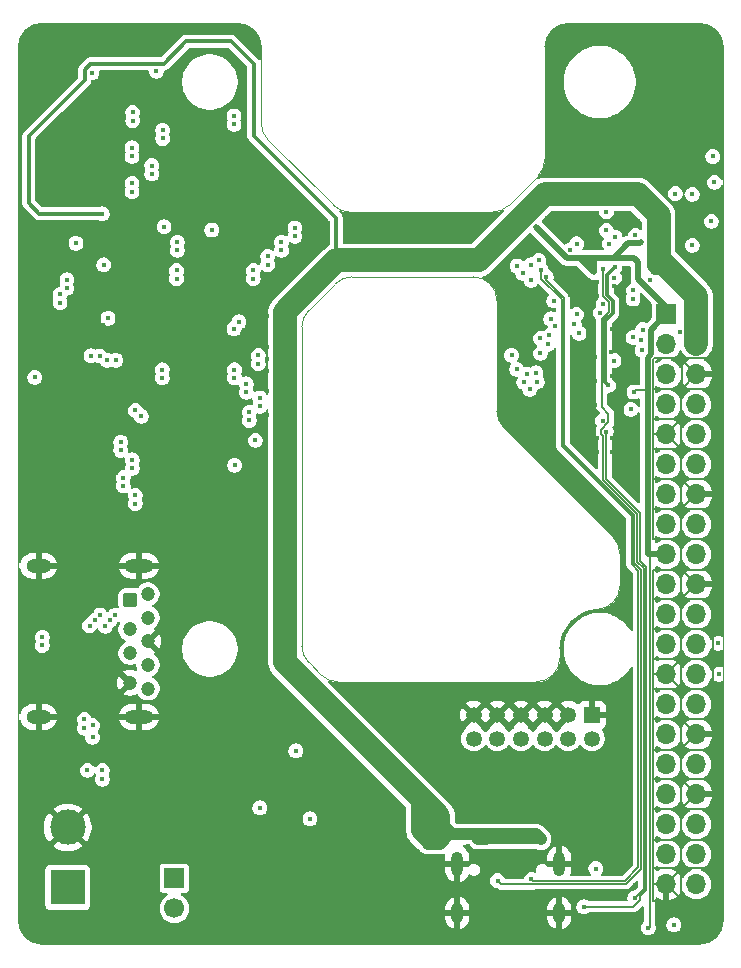
<source format=gbr>
G04 #@! TF.GenerationSoftware,KiCad,Pcbnew,9.0.3*
G04 #@! TF.CreationDate,2026-01-22T22:33:28+01:00*
G04 #@! TF.ProjectId,CM5IO,434d3549-4f2e-46b6-9963-61645f706362,rev?*
G04 #@! TF.SameCoordinates,Original*
G04 #@! TF.FileFunction,Copper,L3,Inr*
G04 #@! TF.FilePolarity,Positive*
%FSLAX46Y46*%
G04 Gerber Fmt 4.6, Leading zero omitted, Abs format (unit mm)*
G04 Created by KiCad (PCBNEW 9.0.3) date 2026-01-22 22:33:28*
%MOMM*%
%LPD*%
G01*
G04 APERTURE LIST*
G04 Aperture macros list*
%AMRoundRect*
0 Rectangle with rounded corners*
0 $1 Rounding radius*
0 $2 $3 $4 $5 $6 $7 $8 $9 X,Y pos of 4 corners*
0 Add a 4 corners polygon primitive as box body*
4,1,4,$2,$3,$4,$5,$6,$7,$8,$9,$2,$3,0*
0 Add four circle primitives for the rounded corners*
1,1,$1+$1,$2,$3*
1,1,$1+$1,$4,$5*
1,1,$1+$1,$6,$7*
1,1,$1+$1,$8,$9*
0 Add four rect primitives between the rounded corners*
20,1,$1+$1,$2,$3,$4,$5,0*
20,1,$1+$1,$4,$5,$6,$7,0*
20,1,$1+$1,$6,$7,$8,$9,0*
20,1,$1+$1,$8,$9,$2,$3,0*%
G04 Aperture macros list end*
G04 #@! TA.AperFunction,ComponentPad*
%ADD10R,1.700000X1.700000*%
G04 #@! TD*
G04 #@! TA.AperFunction,ComponentPad*
%ADD11O,1.700000X1.700000*%
G04 #@! TD*
G04 #@! TA.AperFunction,HeatsinkPad*
%ADD12O,1.000000X2.100000*%
G04 #@! TD*
G04 #@! TA.AperFunction,HeatsinkPad*
%ADD13O,1.000000X1.800000*%
G04 #@! TD*
G04 #@! TA.AperFunction,ComponentPad*
%ADD14RoundRect,0.250000X-0.350000X0.350000X-0.350000X-0.350000X0.350000X-0.350000X0.350000X0.350000X0*%
G04 #@! TD*
G04 #@! TA.AperFunction,ComponentPad*
%ADD15C,1.200000*%
G04 #@! TD*
G04 #@! TA.AperFunction,ComponentPad*
%ADD16O,2.400000X1.200000*%
G04 #@! TD*
G04 #@! TA.AperFunction,ComponentPad*
%ADD17O,2.100000X1.200000*%
G04 #@! TD*
G04 #@! TA.AperFunction,ComponentPad*
%ADD18R,1.350000X1.350000*%
G04 #@! TD*
G04 #@! TA.AperFunction,ComponentPad*
%ADD19C,1.350000*%
G04 #@! TD*
G04 #@! TA.AperFunction,ComponentPad*
%ADD20C,1.700000*%
G04 #@! TD*
G04 #@! TA.AperFunction,ComponentPad*
%ADD21R,3.000000X3.000000*%
G04 #@! TD*
G04 #@! TA.AperFunction,ComponentPad*
%ADD22C,3.000000*%
G04 #@! TD*
G04 #@! TA.AperFunction,ViaPad*
%ADD23C,0.450000*%
G04 #@! TD*
G04 #@! TA.AperFunction,Conductor*
%ADD24C,0.130000*%
G04 #@! TD*
G04 #@! TA.AperFunction,Conductor*
%ADD25C,0.200000*%
G04 #@! TD*
G04 #@! TA.AperFunction,Conductor*
%ADD26C,0.500000*%
G04 #@! TD*
G04 #@! TA.AperFunction,Conductor*
%ADD27C,1.000000*%
G04 #@! TD*
G04 #@! TA.AperFunction,Conductor*
%ADD28C,2.000000*%
G04 #@! TD*
G04 #@! TA.AperFunction,Conductor*
%ADD29C,0.300000*%
G04 #@! TD*
G04 #@! TA.AperFunction,Profile*
%ADD30C,0.050000*%
G04 #@! TD*
G04 APERTURE END LIST*
D10*
X201150000Y-93162000D03*
D11*
X203690000Y-93162000D03*
X201150000Y-95702000D03*
X203690000Y-95702000D03*
X201150000Y-98242000D03*
X203690000Y-98242000D03*
X201150000Y-100782000D03*
X203690000Y-100782000D03*
X201150000Y-103322000D03*
X203690000Y-103322000D03*
X201150000Y-105862000D03*
X203690000Y-105862000D03*
X201150000Y-108402000D03*
X203690000Y-108402000D03*
X201150000Y-110942000D03*
X203690000Y-110942000D03*
X201150000Y-113482000D03*
X203690000Y-113482000D03*
X201150000Y-116022000D03*
X203690000Y-116022000D03*
X201150000Y-118562000D03*
X203690000Y-118562000D03*
X201150000Y-121102000D03*
X203690000Y-121102000D03*
X201150000Y-123642000D03*
X203690000Y-123642000D03*
X201150000Y-126182000D03*
X203690000Y-126182000D03*
X201150000Y-128722000D03*
X203690000Y-128722000D03*
X201150000Y-131262000D03*
X203690000Y-131262000D03*
X201150000Y-133802000D03*
X203690000Y-133802000D03*
X201150000Y-136342000D03*
X203690000Y-136342000D03*
X201150000Y-138882000D03*
X203690000Y-138882000D03*
X201150000Y-141422000D03*
X203690000Y-141422000D03*
D12*
X183441000Y-139688000D03*
D13*
X183441000Y-143868000D03*
D12*
X192081000Y-139688000D03*
D13*
X192081000Y-143868000D03*
D14*
X155762000Y-117348000D03*
D15*
X155762000Y-119848000D03*
X155762000Y-121848000D03*
X155762000Y-124348000D03*
X157262000Y-124848000D03*
X157262000Y-122848000D03*
X157262000Y-120848000D03*
X157262000Y-118848000D03*
X157262000Y-116848000D03*
D16*
X156512000Y-114448000D03*
D17*
X148012000Y-114448000D03*
D16*
X156512000Y-127248000D03*
D17*
X148012000Y-127248000D03*
D18*
X194847000Y-127087000D03*
D19*
X194847000Y-129087000D03*
X192847000Y-127087000D03*
X192847000Y-129087000D03*
X190847000Y-127087000D03*
X190847000Y-129087000D03*
X188847000Y-127087000D03*
X188847000Y-129087000D03*
X186847000Y-127087000D03*
X186847000Y-129087000D03*
X184847000Y-127087000D03*
X184847000Y-129087000D03*
D10*
X159494000Y-140914000D03*
D20*
X159494000Y-143454000D03*
D21*
X150477000Y-141676000D03*
D22*
X150477000Y-136596000D03*
D23*
X186457601Y-90258001D03*
X155176000Y-83256000D03*
X161297400Y-84805400D03*
X192333000Y-136316000D03*
X182190401Y-139686401D03*
X159700000Y-94000000D03*
X148826000Y-121864000D03*
X167495000Y-136977000D03*
X168257000Y-138247000D03*
X166733000Y-102814000D03*
X187561000Y-135453000D03*
X151492559Y-89976970D03*
X167495000Y-130373000D03*
X156446000Y-138882000D03*
X165717000Y-97988000D03*
X157462000Y-136342000D03*
X167493100Y-138628000D03*
X162796000Y-92800000D03*
X205595000Y-91511000D03*
X154337800Y-105088000D03*
X195104800Y-100800000D03*
X197467000Y-118689000D03*
X152330000Y-75672000D03*
X167495000Y-127325000D03*
X149881601Y-145477601D03*
X167495000Y-128341000D03*
X153804400Y-124353200D03*
X166733000Y-142057000D03*
X164447000Y-127325000D03*
X164447000Y-131389000D03*
X157462000Y-138882000D03*
X150350000Y-133802000D03*
X163431000Y-84399000D03*
X154555201Y-106564801D03*
X152330000Y-77172000D03*
X152116801Y-95642801D03*
X167495000Y-129357000D03*
X165971000Y-141041000D03*
X166391601Y-99452801D03*
X152128000Y-105088000D03*
X196578000Y-98400000D03*
X195104800Y-96800000D03*
X192971200Y-91511000D03*
X151175963Y-91208800D03*
X152194000Y-116276000D03*
X165969100Y-138628000D03*
X152128000Y-102088000D03*
X166036001Y-69988801D03*
X170543000Y-134945000D03*
X165969100Y-139517000D03*
X174621201Y-126072001D03*
X151366000Y-138882000D03*
X202166000Y-87574000D03*
X162796000Y-94000000D03*
X155774401Y-103313601D03*
X164447000Y-132405000D03*
X192960001Y-89546801D03*
X165463000Y-127325000D03*
X158960600Y-111323000D03*
X162796000Y-90400000D03*
X159011400Y-114320200D03*
X162034000Y-101671000D03*
X162923000Y-111424600D03*
X166733000Y-138247000D03*
X178823400Y-136875400D03*
X152330000Y-81672000D03*
X168257000Y-139009000D03*
X170593800Y-83738600D03*
X159381201Y-75221201D03*
X152330000Y-74172000D03*
X155176000Y-75672000D03*
X169577800Y-82722600D03*
X162288000Y-118054000D03*
X205442600Y-87904200D03*
X162796000Y-91600000D03*
X165361400Y-76728200D03*
X162034000Y-99385000D03*
X205456801Y-80910801D03*
X164447000Y-92781000D03*
X171813000Y-145486000D03*
X161565601Y-145223601D03*
X165463000Y-131389000D03*
X148191000Y-130881000D03*
X164447000Y-130373000D03*
X169019000Y-142565000D03*
X191015400Y-92730200D03*
X148713201Y-95592001D03*
X204491601Y-70547601D03*
X184349500Y-138156500D03*
X151112000Y-116276000D03*
X196566801Y-81266401D03*
X168257000Y-137485000D03*
X177274000Y-86558000D03*
X162796000Y-88000000D03*
X155176000Y-80208000D03*
X153437601Y-94068001D03*
X154414000Y-84272000D03*
X167368000Y-99639000D03*
X152026400Y-86761200D03*
X148318000Y-133802000D03*
X182608000Y-125166000D03*
X153398000Y-133802000D03*
X198508400Y-141498200D03*
X177299400Y-143784200D03*
X149969000Y-87320000D03*
X183446200Y-135910200D03*
X167495000Y-134437000D03*
X195308000Y-90400000D03*
X156700000Y-80208000D03*
X151289800Y-92679400D03*
X171609800Y-84754600D03*
X190166001Y-91206200D03*
X168638000Y-90622000D03*
X179306000Y-86558000D03*
X195308000Y-104800000D03*
X167495000Y-141041000D03*
X167495000Y-131389000D03*
X162632401Y-95033201D03*
X171014401Y-127088001D03*
X149334000Y-133802000D03*
X167545800Y-80690600D03*
X194165000Y-109037000D03*
X152382000Y-138882000D03*
X169654000Y-89606000D03*
X191950000Y-76800000D03*
X167139400Y-105176200D03*
X166733000Y-141295000D03*
X167368000Y-97988000D03*
X148318000Y-138882000D03*
X156700000Y-78684000D03*
X161266000Y-95200000D03*
X196679600Y-100070800D03*
X147302000Y-138882000D03*
X167495000Y-141803000D03*
X164447000Y-91638000D03*
X168511000Y-132913000D03*
X187307000Y-142311000D03*
X161272000Y-94000000D03*
X203436000Y-80970000D03*
X199056001Y-70547601D03*
X155176000Y-77172000D03*
X162796000Y-86800000D03*
X170670000Y-88590000D03*
X167495000Y-133421000D03*
X198090801Y-81266401D03*
X202866001Y-78726401D03*
X196578000Y-94400000D03*
X161272000Y-91600000D03*
X191317000Y-135300000D03*
X152330000Y-78672000D03*
X165971000Y-137739000D03*
X169019000Y-141041000D03*
X154414000Y-138882000D03*
X166529800Y-79674600D03*
X152330000Y-83172000D03*
X154337800Y-103588000D03*
X198635400Y-101925000D03*
X203475601Y-143242401D03*
X151366000Y-133802000D03*
X167368000Y-95956000D03*
X156700000Y-74172000D03*
X168511000Y-134945000D03*
X196705000Y-90800000D03*
X165971000Y-140279000D03*
X181338000Y-86558000D03*
X169527000Y-134437000D03*
X183446200Y-135300600D03*
X149904500Y-129103000D03*
X165971000Y-136215000D03*
X190101000Y-104973000D03*
X148597400Y-77871200D03*
X151112000Y-117292000D03*
X187942000Y-101798000D03*
X156700000Y-75636000D03*
X164447000Y-128341000D03*
X152128000Y-108088000D03*
X166072600Y-94559000D03*
X192452001Y-124040001D03*
X195308000Y-91638000D03*
X198610000Y-104800000D03*
X156700000Y-77160000D03*
X165971000Y-141803000D03*
X167495000Y-140279000D03*
X159700000Y-95200000D03*
X193366401Y-139686401D03*
X170543000Y-133929000D03*
X164091400Y-111424600D03*
X154414000Y-133802000D03*
X162034000Y-103957000D03*
X152128000Y-100588000D03*
X196832000Y-110942000D03*
X167368000Y-101671000D03*
X196516001Y-131710801D03*
X154922505Y-91750594D03*
X154922000Y-102052000D03*
X152382000Y-133802000D03*
X197492400Y-140355200D03*
X147302000Y-136342000D03*
X168511000Y-133929000D03*
X167306001Y-93306001D03*
X166733000Y-140533000D03*
X201037201Y-78726401D03*
X168257000Y-140533000D03*
X191334401Y-81266401D03*
X169019000Y-126182000D03*
X171686000Y-87574000D03*
X195308000Y-103600000D03*
X157410000Y-71100000D03*
X148826000Y-119832000D03*
X153398000Y-138882000D03*
X169527000Y-135453000D03*
X150629400Y-124353200D03*
X149904500Y-132659000D03*
X155176000Y-74172000D03*
X165463000Y-133421000D03*
X168257000Y-136723000D03*
X184894000Y-135326000D03*
X166733000Y-136723000D03*
X162821400Y-114218600D03*
X188881800Y-87294600D03*
X168257000Y-142057000D03*
X167495000Y-132405000D03*
X166733000Y-139009000D03*
X196578000Y-104800000D03*
X161272000Y-92800000D03*
X155430000Y-138882000D03*
X165463000Y-132405000D03*
X196578000Y-103600000D03*
X161272000Y-88000000D03*
X156536401Y-102602401D03*
X162796000Y-89200000D03*
X165971000Y-136977000D03*
X149334000Y-138882000D03*
X154236200Y-90495000D03*
X152269201Y-70700001D03*
X148008000Y-112800000D03*
X166479000Y-133421000D03*
X167368000Y-96972000D03*
X161272000Y-89200000D03*
X156841201Y-109765201D03*
X155176000Y-78684000D03*
X165463000Y-128341000D03*
X198737000Y-85288000D03*
X168257000Y-139771000D03*
X154922000Y-100588000D03*
X152330000Y-80172000D03*
X165056600Y-107462200D03*
X178823400Y-136316600D03*
X182481000Y-132532000D03*
X147200400Y-76728200D03*
X182608000Y-141676000D03*
X161399000Y-133421000D03*
X147556000Y-120848000D03*
X169019000Y-141803000D03*
X157462000Y-133802000D03*
X192133000Y-107005000D03*
X152128000Y-103588000D03*
X178315400Y-142514200D03*
X154922000Y-109926000D03*
X195308000Y-85600000D03*
X147810000Y-121864000D03*
X162415000Y-133421000D03*
X163431000Y-133421000D03*
X155176000Y-81672000D03*
X156446000Y-84272000D03*
X160383000Y-133421000D03*
X166606000Y-101798000D03*
X147600000Y-117300000D03*
X191029601Y-85025601D03*
X161272000Y-90400000D03*
X159700000Y-92798001D03*
X150350000Y-138882000D03*
X166733000Y-137485000D03*
X148191000Y-86431000D03*
X165463000Y-129357000D03*
X156700000Y-83256000D03*
X191639201Y-137705201D03*
X148510001Y-70700001D03*
X147810000Y-119832000D03*
X159279601Y-72427201D03*
X167622000Y-91638000D03*
X185656000Y-132786000D03*
X147302000Y-133802000D03*
X162034000Y-106370000D03*
X156700000Y-81732000D03*
X175242000Y-86558000D03*
X196501800Y-96337000D03*
X195104800Y-98796776D03*
X168257000Y-141295000D03*
X152128000Y-106588000D03*
X152128000Y-109588000D03*
X191625000Y-89402800D03*
X165513800Y-78658600D03*
X166733000Y-139771000D03*
X192350000Y-75900000D03*
X165463000Y-130373000D03*
X193771999Y-103588001D03*
X168561800Y-81706600D03*
X164447000Y-133421000D03*
X151112000Y-115260000D03*
X167495000Y-137739000D03*
X167493100Y-139517000D03*
X196465201Y-129577201D03*
X154481000Y-118629000D03*
X152763000Y-119070000D03*
X153207500Y-118625500D03*
X153398000Y-132532000D03*
X151874000Y-127452000D03*
X152573500Y-127960000D03*
X151874000Y-128214000D03*
X153398000Y-131770000D03*
X152318500Y-119514500D03*
X152128000Y-131770000D03*
X154036500Y-119073500D03*
X152573500Y-128976000D03*
X153652000Y-119578000D03*
X201912000Y-82936000D03*
X203343000Y-83002000D03*
X153517499Y-88978501D03*
X201785000Y-144851000D03*
X195181000Y-140092801D03*
X188043600Y-96616400D03*
X188983400Y-89682200D03*
X164599400Y-105938200D03*
X195054000Y-88400000D03*
X198965600Y-87066000D03*
X199626000Y-145105000D03*
X198406800Y-99740600D03*
X152509000Y-72715000D03*
X147683000Y-98496000D03*
X190101000Y-85796000D03*
X157970000Y-72588000D03*
X195054000Y-89606000D03*
X188475400Y-97810200D03*
X189694600Y-90291800D03*
X196070000Y-86050000D03*
X196085644Y-84478356D03*
X188526200Y-89072600D03*
X196324000Y-87193000D03*
X196806600Y-86634200D03*
X196247800Y-99181800D03*
X199753000Y-89200000D03*
X181838000Y-135707000D03*
X200516000Y-88716000D03*
X169781000Y-130119000D03*
X201404000Y-88209000D03*
X199708000Y-88508000D03*
X190661000Y-137768000D03*
X181188000Y-135349000D03*
X180957000Y-137993000D03*
X190461000Y-137168000D03*
X201008500Y-89591500D03*
X200515000Y-89200000D03*
X199753000Y-87600000D03*
X181973000Y-136977000D03*
X185361000Y-137068000D03*
X181338000Y-137485000D03*
X181973000Y-137993000D03*
X189961000Y-137668000D03*
X200832500Y-87637500D03*
X200134000Y-89600000D03*
X181211000Y-136469000D03*
X200500000Y-88209000D03*
X182227000Y-136469000D03*
X201389500Y-89210500D03*
X184961000Y-137568000D03*
X180680000Y-137000000D03*
X153398000Y-84653000D03*
X180530000Y-135961000D03*
X196778222Y-89199600D03*
X181846000Y-137485000D03*
X180530000Y-133929000D03*
X185861000Y-137568000D03*
X180530000Y-134945000D03*
X156192000Y-109189500D03*
X165844000Y-102149500D03*
X156192000Y-108486500D03*
X165844000Y-101446500D03*
X166733000Y-100951500D03*
X155176000Y-107689500D03*
X166733000Y-100248500D03*
X155176000Y-106986500D03*
X155938000Y-106189500D03*
X165590000Y-99751500D03*
X165590000Y-99048500D03*
X155938000Y-105486500D03*
X164586414Y-98551500D03*
X154964892Y-104689500D03*
X164586414Y-97848500D03*
X154964892Y-103986500D03*
X156694548Y-101792548D03*
X166606000Y-97351500D03*
X166606000Y-96648500D03*
X156197452Y-101295452D03*
X189694600Y-88971000D03*
X154541000Y-97048200D03*
X190355000Y-88590000D03*
X153804400Y-97048200D03*
X193022000Y-87701000D03*
X153169400Y-96692600D03*
X152432800Y-96667200D03*
X193555400Y-87193000D03*
X198330600Y-91866600D03*
X205087000Y-79798000D03*
X205214000Y-81986000D03*
X195562000Y-93035000D03*
X203343000Y-87320000D03*
X199803800Y-90241000D03*
X204960000Y-85288000D03*
X198356000Y-91130000D03*
X193555400Y-93162000D03*
X193352000Y-94000000D03*
X193757998Y-94762200D03*
X202293000Y-94660600D03*
X199143400Y-94457400D03*
X191752000Y-94178000D03*
X198330600Y-95117800D03*
X191371000Y-93543000D03*
X191244000Y-94940000D03*
X199041800Y-95371800D03*
X199094202Y-96186202D03*
X191117000Y-95702000D03*
X190482000Y-95194000D03*
X196725450Y-97078550D03*
X190482000Y-96464000D03*
X205544200Y-121025800D03*
X205595000Y-123642000D03*
X190101000Y-98115000D03*
X190228000Y-98877000D03*
X189339000Y-98242000D03*
X189593000Y-99512000D03*
X189085000Y-98927800D03*
X190990000Y-89987000D03*
X186862500Y-141104500D03*
X190558200Y-89428200D03*
X189720000Y-141007000D03*
X158478000Y-97848500D03*
X148318000Y-120496500D03*
X158478000Y-98551500D03*
X148318000Y-121199500D03*
X195750803Y-102192459D03*
X198152800Y-101213800D03*
X166182143Y-90151500D03*
X155912600Y-82773500D03*
X166182143Y-89448500D03*
X155912600Y-82070500D03*
X157589000Y-81273500D03*
X167393400Y-88951500D03*
X167393400Y-88248500D03*
X157589000Y-80570500D03*
X155912600Y-79773500D03*
X168561800Y-87751500D03*
X155912600Y-79070500D03*
X168561800Y-87048500D03*
X169704800Y-86551500D03*
X158503400Y-78273500D03*
X158503400Y-77570500D03*
X169704800Y-85848500D03*
X155963400Y-76773500D03*
X164548600Y-77079700D03*
X155963400Y-76070500D03*
X164548600Y-76376700D03*
X164542000Y-94400000D03*
X153880600Y-93492200D03*
X162669000Y-86024600D03*
X151169000Y-87142200D03*
X158630400Y-85745200D03*
X164955000Y-93797000D03*
X159742160Y-87048500D03*
X150400677Y-90243000D03*
X150400677Y-90946000D03*
X159742160Y-87751500D03*
X149816600Y-91472590D03*
X159685811Y-89448500D03*
X149816600Y-92175590D03*
X159685811Y-90151500D03*
X194165000Y-143327000D03*
X196070000Y-103093400D03*
X196755800Y-90063200D03*
X198520953Y-86485946D03*
X198483000Y-142565000D03*
X195816000Y-89352000D03*
X166352000Y-103830000D03*
X166733000Y-134945000D03*
X170973850Y-135883850D03*
X195816259Y-92273139D03*
X191625000Y-92019000D03*
D24*
X205120000Y-117292000D02*
X205125000Y-117287000D01*
X203690000Y-135087000D02*
X205125000Y-135087000D01*
X200025000Y-114787000D02*
X200025000Y-117292000D01*
X203055000Y-130037000D02*
X203690000Y-130037000D01*
D25*
X202425000Y-107137000D02*
X202425000Y-107132000D01*
X202425000Y-129987000D02*
X202425000Y-129992000D01*
X202445000Y-99487000D02*
X202425000Y-99487000D01*
D24*
X200025000Y-109587000D02*
X200025000Y-107132000D01*
X205125000Y-102087000D02*
X205125000Y-99487000D01*
X202425000Y-119737000D02*
X202425000Y-119887000D01*
X202425000Y-128722000D02*
X202425000Y-129992000D01*
X202425000Y-109687000D02*
X200040000Y-109687000D01*
X205125000Y-104587000D02*
X205125000Y-102087000D01*
X202425000Y-119887000D02*
X202425000Y-122287000D01*
X205125000Y-98262000D02*
X205105000Y-98242000D01*
X205125000Y-129987000D02*
X205125000Y-128722000D01*
X203690000Y-127437000D02*
X205075000Y-127437000D01*
D25*
X201150000Y-103322000D02*
X202420000Y-102052000D01*
D24*
X202425000Y-99487000D02*
X202425000Y-99987000D01*
X202425000Y-142814000D02*
X202420000Y-142819000D01*
X205125000Y-128722000D02*
X205125000Y-127579000D01*
X202420000Y-142819000D02*
X201150000Y-142819000D01*
X205125000Y-133802000D02*
X205125000Y-132587000D01*
X202425000Y-104587000D02*
X205125000Y-104587000D01*
X201150000Y-124887000D02*
X200050000Y-124887000D01*
D25*
X203690000Y-128722000D02*
X202425000Y-129987000D01*
X201150000Y-103322000D02*
X200037000Y-103322000D01*
D24*
X200025000Y-135087000D02*
X202420000Y-135087000D01*
X200025000Y-117292000D02*
X200025000Y-117387000D01*
X205125000Y-107132000D02*
X205125000Y-104587000D01*
X205125000Y-119832000D02*
X205125000Y-117287000D01*
X200025000Y-137687000D02*
X200025000Y-135087000D01*
D25*
X201150000Y-141422000D02*
X200060000Y-141422000D01*
D24*
X202425000Y-122372000D02*
X205040000Y-122372000D01*
D25*
X202445000Y-96997000D02*
X202445000Y-96972000D01*
D24*
X200025000Y-102087000D02*
X200025000Y-102052000D01*
X200025000Y-132532000D02*
X200025000Y-129992000D01*
X202445000Y-99507000D02*
X200045000Y-99507000D01*
D25*
X201150000Y-123642000D02*
X200060000Y-123642000D01*
D24*
X205087000Y-122372000D02*
X205063500Y-122348500D01*
X202425000Y-114787000D02*
X202425000Y-115987000D01*
X202425000Y-109687000D02*
X202425000Y-114787000D01*
D25*
X201150000Y-103322000D02*
X202415000Y-104587000D01*
X203690000Y-128722000D02*
X205125000Y-128722000D01*
D24*
X205125000Y-114787000D02*
X205125000Y-114587000D01*
X205125000Y-135087000D02*
X205125000Y-133802000D01*
X205125000Y-122287000D02*
X205125000Y-119887000D01*
X205125000Y-107187000D02*
X205125000Y-107132000D01*
X205100000Y-112187000D02*
X205125000Y-112212000D01*
X200025000Y-109672000D02*
X200025000Y-109587000D01*
X202425000Y-112137000D02*
X202403000Y-112159000D01*
X203690000Y-130037000D02*
X205075000Y-130037000D01*
X205105000Y-98242000D02*
X205105000Y-96845000D01*
D25*
X203690000Y-133802000D02*
X202420000Y-135072000D01*
D24*
X205125000Y-117287000D02*
X205125000Y-116022000D01*
D25*
X203690000Y-108402000D02*
X205125000Y-108402000D01*
D24*
X202425000Y-99987000D02*
X202425000Y-102052000D01*
D25*
X202420000Y-124912000D02*
X202425000Y-124912000D01*
D24*
X202425000Y-104587000D02*
X202425000Y-107087000D01*
X200075000Y-127437000D02*
X200025000Y-127487000D01*
X200025000Y-107132000D02*
X205125000Y-107132000D01*
X205125000Y-124912000D02*
X205125000Y-122287000D01*
X205125000Y-137587000D02*
X205125000Y-135087000D01*
X200075000Y-137637000D02*
X205075000Y-137637000D01*
D25*
X203690000Y-133802000D02*
X202420000Y-132532000D01*
D24*
X200025000Y-124987000D02*
X200025000Y-124912000D01*
X205125000Y-112287000D02*
X205125000Y-112212000D01*
X200025000Y-112187000D02*
X205100000Y-112187000D01*
X200025000Y-119832000D02*
X200025000Y-117387000D01*
X202445000Y-96972000D02*
X202445000Y-96870000D01*
X200075000Y-137637000D02*
X200025000Y-137687000D01*
X202425000Y-102052000D02*
X202425000Y-104587000D01*
X202425000Y-124737000D02*
X202425000Y-124912000D01*
X200040000Y-102037000D02*
X200025000Y-102052000D01*
D25*
X203690000Y-98242000D02*
X202445000Y-99487000D01*
D24*
X202425000Y-115987000D02*
X202425000Y-117287000D01*
X205105000Y-96845000D02*
X202420000Y-96845000D01*
X200025000Y-102052000D02*
X200025000Y-99487000D01*
X203055000Y-130037000D02*
X200070000Y-130037000D01*
D25*
X203690000Y-133802000D02*
X205125000Y-133802000D01*
D24*
X205075000Y-127437000D02*
X205125000Y-127487000D01*
X202425000Y-104587000D02*
X200025000Y-104587000D01*
D25*
X203690000Y-128702000D02*
X202425000Y-127437000D01*
X201150000Y-141422000D02*
X201150000Y-142819000D01*
X203690000Y-108402000D02*
X202425000Y-107137000D01*
D24*
X200025000Y-122487000D02*
X200025000Y-122372000D01*
X205063500Y-122348500D02*
X205125000Y-122287000D01*
X205125000Y-124912000D02*
X205100000Y-124887000D01*
D25*
X203690000Y-116022000D02*
X202425000Y-117287000D01*
X202420000Y-142692000D02*
X202425000Y-142692000D01*
D24*
X200070000Y-130037000D02*
X200025000Y-129992000D01*
X202425000Y-140080000D02*
X205118000Y-140080000D01*
X202425000Y-107087000D02*
X202425000Y-107132000D01*
D25*
X202420000Y-102052000D02*
X202425000Y-102052000D01*
D24*
X202425000Y-109687000D02*
X205125000Y-109687000D01*
X205075000Y-137637000D02*
X205125000Y-137587000D01*
X205125000Y-109687000D02*
X205125000Y-108402000D01*
X202425000Y-129992000D02*
X202425000Y-140080000D01*
X205125000Y-140087000D02*
X205125000Y-142781000D01*
X205125000Y-119887000D02*
X205125000Y-119832000D01*
X200025000Y-119832000D02*
X205125000Y-119832000D01*
X205125000Y-132587000D02*
X205125000Y-132532000D01*
D25*
X202425000Y-140147000D02*
X202425000Y-140080000D01*
X203690000Y-98242000D02*
X205105000Y-98242000D01*
D24*
X200040000Y-109687000D02*
X200025000Y-109672000D01*
X205125000Y-108402000D02*
X205125000Y-107187000D01*
X200025000Y-107087000D02*
X200025000Y-104587000D01*
X200080000Y-140080000D02*
X200025000Y-140025000D01*
X200045000Y-99507000D02*
X200025000Y-99487000D01*
X202425000Y-107132000D02*
X202425000Y-109587000D01*
X205125000Y-112212000D02*
X205125000Y-109687000D01*
X205118000Y-140080000D02*
X205125000Y-140087000D01*
X202445000Y-99507000D02*
X202445000Y-96972000D01*
X202425000Y-117287000D02*
X202425000Y-119737000D01*
X202425000Y-140080000D02*
X200080000Y-140080000D01*
X202425000Y-114787000D02*
X205125000Y-114787000D01*
D25*
X203690000Y-108402000D02*
X202425000Y-109667000D01*
D24*
X205125000Y-127579000D02*
X205125000Y-124912000D01*
X202425000Y-127437000D02*
X200075000Y-127437000D01*
D25*
X202420000Y-135072000D02*
X202420000Y-135087000D01*
D24*
X202425000Y-142692000D02*
X202425000Y-142814000D01*
X202425000Y-140080000D02*
X202425000Y-142692000D01*
X200025000Y-129992000D02*
X200025000Y-127487000D01*
X205125000Y-114587000D02*
X205125000Y-112287000D01*
X205087000Y-142819000D02*
X202420000Y-142819000D01*
D25*
X201150000Y-141422000D02*
X202420000Y-142692000D01*
D24*
X202445000Y-99507000D02*
X205105000Y-99507000D01*
X205125000Y-142781000D02*
X205087000Y-142819000D01*
D25*
X202420000Y-122372000D02*
X202425000Y-122372000D01*
D24*
X200167000Y-96845000D02*
X200025000Y-96987000D01*
D25*
X201150000Y-141422000D02*
X202425000Y-140147000D01*
X203690000Y-98242000D02*
X202445000Y-96997000D01*
D24*
X202425000Y-109587000D02*
X202425000Y-109687000D01*
X205125000Y-132532000D02*
X205125000Y-129987000D01*
X200025000Y-142819000D02*
X200025000Y-140025000D01*
D25*
X201150000Y-123642000D02*
X202420000Y-122372000D01*
D24*
X205125000Y-99487000D02*
X205125000Y-98262000D01*
X200025000Y-132532000D02*
X202420000Y-132532000D01*
X202420000Y-135087000D02*
X203690000Y-135087000D01*
X200050000Y-124887000D02*
X200025000Y-124912000D01*
X205125000Y-102087000D02*
X205075000Y-102037000D01*
X202425000Y-122372000D02*
X202425000Y-123587000D01*
X205040000Y-122372000D02*
X205063500Y-122348500D01*
X200025000Y-122372000D02*
X201150000Y-122372000D01*
X205100000Y-124887000D02*
X201150000Y-124887000D01*
D25*
X202415000Y-104587000D02*
X202425000Y-104587000D01*
D24*
X200025000Y-132587000D02*
X200025000Y-132532000D01*
X200025000Y-117292000D02*
X205120000Y-117292000D01*
X202445000Y-96870000D02*
X202420000Y-96845000D01*
D25*
X202455000Y-114787000D02*
X202425000Y-114787000D01*
D24*
X200025000Y-127487000D02*
X200025000Y-124987000D01*
X205075000Y-102037000D02*
X200040000Y-102037000D01*
X200025000Y-104587000D02*
X200025000Y-102087000D01*
X200025000Y-119987000D02*
X200025000Y-119832000D01*
X200025000Y-109672000D02*
X200025000Y-112187000D01*
D25*
X201150000Y-123642000D02*
X202420000Y-124912000D01*
X203690000Y-116022000D02*
X202455000Y-114787000D01*
D24*
X200025000Y-140025000D02*
X200025000Y-137687000D01*
X200025000Y-107132000D02*
X200025000Y-107087000D01*
X200025000Y-135087000D02*
X200025000Y-132587000D01*
X200025000Y-124912000D02*
X200025000Y-122487000D01*
X202425000Y-123587000D02*
X202425000Y-123687000D01*
X202420000Y-96845000D02*
X200167000Y-96845000D01*
X205125000Y-116022000D02*
X205125000Y-114587000D01*
X202425000Y-122287000D02*
X202425000Y-122372000D01*
X205105000Y-99507000D02*
X205125000Y-99487000D01*
D25*
X202425000Y-109667000D02*
X202425000Y-109687000D01*
D24*
X205125000Y-127579000D02*
X205125000Y-127487000D01*
X202425000Y-123687000D02*
X202425000Y-124737000D01*
X202420000Y-132532000D02*
X205125000Y-132532000D01*
X202425000Y-127437000D02*
X203690000Y-127437000D01*
D25*
X203690000Y-128722000D02*
X203690000Y-128702000D01*
D24*
X200025000Y-122372000D02*
X200025000Y-119987000D01*
X202425000Y-114787000D02*
X200025000Y-114787000D01*
X205125000Y-140087000D02*
X205125000Y-137587000D01*
X201150000Y-142819000D02*
X200025000Y-142819000D01*
D25*
X203690000Y-116022000D02*
X205125000Y-116022000D01*
D24*
X201150000Y-122372000D02*
X202425000Y-122372000D01*
X200025000Y-96987000D02*
X200025000Y-99487000D01*
X202425000Y-127437000D02*
X202425000Y-128722000D01*
X202425000Y-124912000D02*
X202425000Y-127437000D01*
D26*
X193848000Y-88400000D02*
X194546000Y-89098000D01*
X199561000Y-113482000D02*
X199561000Y-99613600D01*
X195054000Y-88400000D02*
X194673000Y-88400000D01*
X198787800Y-88767800D02*
X198420000Y-88400000D01*
X194546000Y-89098000D02*
X194673000Y-88971000D01*
X201150000Y-93162000D02*
X201150000Y-92552400D01*
X199561000Y-99613600D02*
X199561000Y-96827332D01*
X194546000Y-89098000D02*
X195054000Y-89606000D01*
D25*
X199626000Y-145105000D02*
X199734000Y-144997000D01*
D24*
X198533800Y-99613600D02*
X198406800Y-99740600D01*
D26*
X198965600Y-87066000D02*
X198881600Y-87150000D01*
X192705000Y-88400000D02*
X190101000Y-85796000D01*
X195054000Y-88400000D02*
X194707000Y-88747000D01*
D25*
X199734000Y-113655000D02*
X199561000Y-113482000D01*
D26*
X199849000Y-96528132D02*
X199849000Y-94463000D01*
X195054000Y-89606000D02*
X195054000Y-88844000D01*
X197944103Y-87150000D02*
X196694103Y-88400000D01*
X195054000Y-88400000D02*
X196694103Y-88400000D01*
X194673000Y-88400000D02*
X192705000Y-88400000D01*
X199849000Y-94463000D02*
X201150000Y-93162000D01*
X199561000Y-96827332D02*
X199854600Y-96533732D01*
X195054000Y-88844000D02*
X195054000Y-88400000D01*
X198881600Y-87150000D02*
X197944103Y-87150000D01*
X194673000Y-88971000D02*
X194673000Y-88400000D01*
X199854600Y-96533732D02*
X199849000Y-96528132D01*
D24*
X199561000Y-99613600D02*
X198533800Y-99613600D01*
D26*
X201150000Y-92552400D02*
X198787800Y-90190200D01*
X198420000Y-88400000D02*
X196694103Y-88400000D01*
D25*
X199734000Y-144997000D02*
X199734000Y-113655000D01*
D26*
X201150000Y-113482000D02*
X199561000Y-113482000D01*
X198787800Y-90190200D02*
X198787800Y-88767800D01*
D27*
X200500000Y-88450000D02*
X200550000Y-88400000D01*
D28*
X203690000Y-93162000D02*
X203690000Y-91640000D01*
D29*
X166225000Y-78049000D02*
X166225000Y-71953000D01*
X196628800Y-92505000D02*
X196628800Y-92031650D01*
D28*
X200500000Y-88209000D02*
X200500000Y-88450000D01*
X180432615Y-134199385D02*
X168866600Y-122633370D01*
X198737000Y-83002000D02*
X200500000Y-84765000D01*
D27*
X180957000Y-137277000D02*
X180680000Y-137000000D01*
D25*
X199753000Y-88553000D02*
X199708000Y-88508000D01*
D27*
X183358801Y-137197201D02*
X184846599Y-137197201D01*
D28*
X168866600Y-122633370D02*
X168866600Y-92933400D01*
D29*
X147175000Y-78049000D02*
X147175000Y-83764000D01*
X158605000Y-71953000D02*
X152383339Y-71953000D01*
D28*
X180530000Y-134296770D02*
X180432615Y-134199385D01*
D26*
X185961000Y-137668000D02*
X185861000Y-137568000D01*
D29*
X151899400Y-73324600D02*
X147175000Y-78049000D01*
X166225000Y-71953000D02*
X164320000Y-70048000D01*
D27*
X185217398Y-137568000D02*
X185861000Y-137568000D01*
D26*
X190361000Y-137068000D02*
X190461000Y-137168000D01*
D27*
X200550000Y-88400000D02*
X200600000Y-88400000D01*
D29*
X196247800Y-99181800D02*
X195996800Y-98930800D01*
D28*
X200500000Y-84765000D02*
X200500000Y-88209000D01*
X180530000Y-135961000D02*
X180530000Y-136850000D01*
D26*
X190661000Y-137768000D02*
X190661000Y-137368000D01*
D28*
X180530000Y-135961000D02*
X180530000Y-134945000D01*
D27*
X180957000Y-137993000D02*
X181973000Y-137993000D01*
X190090201Y-137197201D02*
X190509252Y-137616252D01*
D26*
X190661000Y-137768000D02*
X185161000Y-137768000D01*
D29*
X173210000Y-85034000D02*
X166225000Y-78049000D01*
X195996800Y-98930800D02*
X195996800Y-94267022D01*
X164320000Y-70048000D02*
X160510000Y-70048000D01*
D28*
X180530000Y-134945000D02*
X180530000Y-134296770D01*
D26*
X200134000Y-89581000D02*
X200998000Y-89581000D01*
D28*
X181846000Y-136756603D02*
X181846000Y-137485000D01*
D29*
X195996800Y-94267022D02*
X195996800Y-93667000D01*
D27*
X181838000Y-136041496D02*
X181838000Y-135707000D01*
D29*
X196165275Y-91568125D02*
X196165275Y-89812547D01*
D28*
X181838000Y-135629397D02*
X181838000Y-135707000D01*
D29*
X196628800Y-93035000D02*
X196628800Y-92505000D01*
D28*
X181846000Y-135621397D02*
X181838000Y-135629397D01*
D29*
X151899400Y-72436939D02*
X151899400Y-73324600D01*
D27*
X184846599Y-137197201D02*
X185217398Y-137568000D01*
D29*
X147175000Y-83764000D02*
X148064000Y-84653000D01*
D28*
X203690000Y-93162000D02*
X203690000Y-95654000D01*
X180432615Y-134199385D02*
X181846000Y-135612770D01*
X173210000Y-88590000D02*
X185275000Y-88590000D01*
D29*
X160510000Y-70048000D02*
X158605000Y-71953000D01*
D28*
X180530000Y-136850000D02*
X180957000Y-137277000D01*
D29*
X173210000Y-88590000D02*
X173210000Y-85034000D01*
D26*
X199753000Y-89200000D02*
X199753000Y-88553000D01*
X200134000Y-89581000D02*
X199753000Y-89200000D01*
D29*
X196628800Y-92031650D02*
X196165275Y-91568125D01*
X196799325Y-89199600D02*
X196778222Y-89199600D01*
D25*
X200134000Y-89600000D02*
X200134000Y-89581000D01*
D26*
X182499000Y-137467000D02*
X181973000Y-137993000D01*
D29*
X148064000Y-84653000D02*
X153398000Y-84653000D01*
X152383339Y-71953000D02*
X151899400Y-72436939D01*
D27*
X182396401Y-137197201D02*
X183358801Y-137197201D01*
D26*
X185161000Y-137768000D02*
X184961000Y-137568000D01*
D27*
X182993705Y-137197201D02*
X181838000Y-136041496D01*
D28*
X181838000Y-135707000D02*
X181838000Y-136748603D01*
X203690000Y-91640000D02*
X200500000Y-88450000D01*
D27*
X182294801Y-137298801D02*
X182396401Y-137197201D01*
D28*
X168866600Y-92933400D02*
X173210000Y-88590000D01*
X181846000Y-135612770D02*
X181846000Y-135621397D01*
D27*
X180957000Y-137993000D02*
X180957000Y-137277000D01*
D28*
X181838000Y-136748603D02*
X181846000Y-136756603D01*
D29*
X196374800Y-93289000D02*
X196628800Y-93035000D01*
D25*
X200998000Y-89581000D02*
X201008500Y-89591500D01*
D26*
X181864000Y-137467000D02*
X181846000Y-137485000D01*
D29*
X196165275Y-89812547D02*
X196778222Y-89199600D01*
D27*
X184846599Y-137197201D02*
X190090201Y-137197201D01*
X183358801Y-137197201D02*
X182768799Y-137197201D01*
D28*
X185275000Y-88590000D02*
X190863000Y-83002000D01*
D27*
X183358801Y-137197201D02*
X182993705Y-137197201D01*
D26*
X190661000Y-137368000D02*
X190461000Y-137168000D01*
D29*
X195996800Y-93667000D02*
X196374800Y-93289000D01*
D27*
X182768799Y-137197201D02*
X181973000Y-137993000D01*
D28*
X190863000Y-83002000D02*
X198737000Y-83002000D01*
D24*
X199006200Y-140087303D02*
X197706503Y-141387000D01*
X192514000Y-104211000D02*
X198446000Y-110143001D01*
X199006200Y-114776246D02*
X199006200Y-140087303D01*
X189893970Y-141427000D02*
X187185000Y-141427000D01*
X187185000Y-141427000D02*
X186862500Y-141104500D01*
X192514000Y-91792429D02*
X192514000Y-104211000D01*
X190990000Y-89987000D02*
X190990000Y-90268428D01*
X198446000Y-110143001D02*
X198446000Y-114216046D01*
X190990000Y-90268428D02*
X192514000Y-91792429D01*
X198446000Y-114216046D02*
X199006200Y-114776246D01*
X197706503Y-141387000D02*
X189933970Y-141387000D01*
X189933970Y-141387000D02*
X189893970Y-141427000D01*
X198785200Y-114867788D02*
X198785200Y-139995761D01*
X192293000Y-104302542D02*
X198225000Y-110234542D01*
X198225000Y-110234542D02*
X198225000Y-114307588D01*
X192293000Y-91883970D02*
X192293000Y-104302542D01*
X190558200Y-89428200D02*
X190558200Y-90149170D01*
X198785200Y-139995761D02*
X197614962Y-141166000D01*
X197614962Y-141166000D02*
X189879000Y-141166000D01*
X189879000Y-141166000D02*
X189720000Y-141007000D01*
X190558200Y-90149170D02*
X192293000Y-91883970D01*
X198225000Y-114307588D02*
X198785200Y-114867788D01*
X198888000Y-109959919D02*
X198888000Y-114032962D01*
X199448200Y-114593162D02*
X199448200Y-141912342D01*
X198358000Y-143327000D02*
X194165000Y-143327000D01*
X198940200Y-142420342D02*
X198940200Y-142744800D01*
X199448200Y-141912342D02*
X198940200Y-142420342D01*
X198940200Y-142744800D02*
X198358000Y-143327000D01*
X198888000Y-114032962D02*
X199448200Y-114593162D01*
X196070000Y-107141916D02*
X198888000Y-109959919D01*
X196070000Y-103093400D02*
X196070000Y-107141916D01*
X198483000Y-142565000D02*
X199227200Y-141820800D01*
X195816000Y-103433370D02*
X195650000Y-103267370D01*
X198667000Y-114124503D02*
X198667000Y-110051460D01*
X198667000Y-110051460D02*
X195816000Y-107200460D01*
X195650000Y-102919430D02*
X196247800Y-102321630D01*
X196247800Y-102321630D02*
X196247800Y-101569400D01*
X195689000Y-101010600D02*
X195689000Y-93543000D01*
X199227200Y-114684704D02*
X198667000Y-114124503D01*
X195816000Y-91651600D02*
X195816000Y-89352000D01*
X199227200Y-141820800D02*
X199227200Y-114684704D01*
X196247800Y-101569400D02*
X195689000Y-101010600D01*
X196285000Y-92120600D02*
X195816000Y-91651600D01*
X195650000Y-103267370D02*
X195650000Y-102919430D01*
X196285000Y-92947000D02*
X196285000Y-92120600D01*
X195689000Y-93543000D02*
X196285000Y-92947000D01*
X195816000Y-107200460D02*
X195816000Y-103433370D01*
G04 #@! TA.AperFunction,Conductor*
G36*
X186447000Y-127139661D02*
G01*
X186474259Y-127241394D01*
X186526920Y-127332606D01*
X186601394Y-127407080D01*
X186692606Y-127459741D01*
X186794339Y-127487000D01*
X186806210Y-127487000D01*
X186208117Y-128085093D01*
X186209045Y-128096877D01*
X186227912Y-128122844D01*
X186227913Y-128184030D01*
X186191949Y-128233530D01*
X186146359Y-128266654D01*
X186026654Y-128386359D01*
X185927150Y-128523315D01*
X185927149Y-128523316D01*
X185927093Y-128523394D01*
X185877592Y-128559358D01*
X185816407Y-128559358D01*
X185766907Y-128523394D01*
X185766850Y-128523316D01*
X185766850Y-128523315D01*
X185667346Y-128386359D01*
X185547641Y-128266654D01*
X185533080Y-128256075D01*
X185502050Y-128233530D01*
X185466086Y-128184030D01*
X185466087Y-128122845D01*
X185484954Y-128096876D01*
X185485881Y-128085093D01*
X184887788Y-127487000D01*
X184899661Y-127487000D01*
X185001394Y-127459741D01*
X185092606Y-127407080D01*
X185167080Y-127332606D01*
X185219741Y-127241394D01*
X185247000Y-127139661D01*
X185247000Y-127127788D01*
X185845552Y-127726340D01*
X185848446Y-127726340D01*
X186447000Y-127127787D01*
X186447000Y-127139661D01*
G37*
G04 #@! TD.AperFunction*
G04 #@! TA.AperFunction,Conductor*
G36*
X188447000Y-127139661D02*
G01*
X188474259Y-127241394D01*
X188526920Y-127332606D01*
X188601394Y-127407080D01*
X188692606Y-127459741D01*
X188794339Y-127487000D01*
X188806210Y-127487000D01*
X188208117Y-128085093D01*
X188209045Y-128096877D01*
X188227912Y-128122844D01*
X188227913Y-128184030D01*
X188191949Y-128233530D01*
X188146359Y-128266654D01*
X188026654Y-128386359D01*
X187927150Y-128523315D01*
X187927149Y-128523316D01*
X187927093Y-128523394D01*
X187877592Y-128559358D01*
X187816407Y-128559358D01*
X187766907Y-128523394D01*
X187766850Y-128523316D01*
X187766850Y-128523315D01*
X187667346Y-128386359D01*
X187547641Y-128266654D01*
X187533080Y-128256075D01*
X187502050Y-128233530D01*
X187466086Y-128184030D01*
X187466087Y-128122845D01*
X187484954Y-128096876D01*
X187485881Y-128085093D01*
X186887788Y-127487000D01*
X186899661Y-127487000D01*
X187001394Y-127459741D01*
X187092606Y-127407080D01*
X187167080Y-127332606D01*
X187219741Y-127241394D01*
X187247000Y-127139661D01*
X187247000Y-127127788D01*
X187845552Y-127726340D01*
X187848446Y-127726340D01*
X188447000Y-127127787D01*
X188447000Y-127139661D01*
G37*
G04 #@! TD.AperFunction*
G04 #@! TA.AperFunction,Conductor*
G36*
X190447000Y-127139661D02*
G01*
X190474259Y-127241394D01*
X190526920Y-127332606D01*
X190601394Y-127407080D01*
X190692606Y-127459741D01*
X190794339Y-127487000D01*
X190806210Y-127487000D01*
X190208117Y-128085093D01*
X190209045Y-128096877D01*
X190227912Y-128122844D01*
X190227913Y-128184030D01*
X190191949Y-128233530D01*
X190146359Y-128266654D01*
X190026654Y-128386359D01*
X189927150Y-128523315D01*
X189927149Y-128523316D01*
X189927093Y-128523394D01*
X189877592Y-128559358D01*
X189816407Y-128559358D01*
X189766907Y-128523394D01*
X189766850Y-128523316D01*
X189766850Y-128523315D01*
X189667346Y-128386359D01*
X189547641Y-128266654D01*
X189533080Y-128256075D01*
X189502050Y-128233530D01*
X189466086Y-128184030D01*
X189466087Y-128122845D01*
X189484954Y-128096876D01*
X189485881Y-128085093D01*
X188887788Y-127487000D01*
X188899661Y-127487000D01*
X189001394Y-127459741D01*
X189092606Y-127407080D01*
X189167080Y-127332606D01*
X189219741Y-127241394D01*
X189247000Y-127139661D01*
X189247000Y-127127788D01*
X189845552Y-127726340D01*
X189848446Y-127726340D01*
X190447000Y-127127787D01*
X190447000Y-127139661D01*
G37*
G04 #@! TD.AperFunction*
G04 #@! TA.AperFunction,Conductor*
G36*
X192447000Y-127139661D02*
G01*
X192474259Y-127241394D01*
X192526920Y-127332606D01*
X192601394Y-127407080D01*
X192692606Y-127459741D01*
X192794339Y-127487000D01*
X192806208Y-127487000D01*
X192208117Y-128085092D01*
X192209045Y-128096877D01*
X192227912Y-128122844D01*
X192227913Y-128184030D01*
X192191949Y-128233530D01*
X192146359Y-128266654D01*
X192026654Y-128386359D01*
X191927150Y-128523315D01*
X191927149Y-128523316D01*
X191927093Y-128523394D01*
X191877592Y-128559358D01*
X191816407Y-128559358D01*
X191766907Y-128523394D01*
X191766850Y-128523316D01*
X191766850Y-128523315D01*
X191667346Y-128386359D01*
X191547641Y-128266654D01*
X191533080Y-128256075D01*
X191502050Y-128233530D01*
X191466086Y-128184030D01*
X191466087Y-128122845D01*
X191484954Y-128096876D01*
X191485881Y-128085093D01*
X190887788Y-127487000D01*
X190899661Y-127487000D01*
X191001394Y-127459741D01*
X191092606Y-127407080D01*
X191167080Y-127332606D01*
X191219741Y-127241394D01*
X191247000Y-127139661D01*
X191247000Y-127127788D01*
X191845552Y-127726340D01*
X191848446Y-127726340D01*
X192447000Y-127127787D01*
X192447000Y-127139661D01*
G37*
G04 #@! TD.AperFunction*
G04 #@! TA.AperFunction,Conductor*
G36*
X164863234Y-68534711D02*
G01*
X165113210Y-68551095D01*
X165126038Y-68552784D01*
X165368569Y-68601027D01*
X165381054Y-68604373D01*
X165615213Y-68683859D01*
X165627171Y-68688813D01*
X165848926Y-68798170D01*
X165860142Y-68804645D01*
X166065737Y-68942020D01*
X166076010Y-68949903D01*
X166261910Y-69112932D01*
X166271067Y-69122089D01*
X166434096Y-69307989D01*
X166441979Y-69318262D01*
X166579354Y-69523857D01*
X166585829Y-69535073D01*
X166695186Y-69756828D01*
X166700142Y-69768791D01*
X166779622Y-70002931D01*
X166782974Y-70015440D01*
X166831214Y-70257956D01*
X166832904Y-70270795D01*
X166849288Y-70520765D01*
X166849500Y-70527240D01*
X166849500Y-71564192D01*
X166830593Y-71622383D01*
X166781093Y-71658347D01*
X166719907Y-71658347D01*
X166670407Y-71622383D01*
X166666110Y-71615767D01*
X166665515Y-71614991D01*
X166665511Y-71614987D01*
X166665510Y-71614985D01*
X164658015Y-69607490D01*
X164532485Y-69535016D01*
X164532482Y-69535015D01*
X164510966Y-69529249D01*
X164510966Y-69529250D01*
X164392475Y-69497500D01*
X160437525Y-69497500D01*
X160319034Y-69529250D01*
X160319033Y-69529249D01*
X160297517Y-69535015D01*
X160297515Y-69535015D01*
X160297515Y-69535016D01*
X160171985Y-69607490D01*
X158405971Y-71373504D01*
X158351454Y-71401281D01*
X158335967Y-71402500D01*
X152310864Y-71402500D01*
X152170854Y-71440016D01*
X152045324Y-71512490D01*
X151458890Y-72098924D01*
X151386416Y-72224454D01*
X151348900Y-72364464D01*
X151348900Y-73055567D01*
X151329993Y-73113758D01*
X151319904Y-73125571D01*
X146734485Y-77710990D01*
X146690234Y-77787640D01*
X146690233Y-77787642D01*
X146677791Y-77809190D01*
X146662017Y-77836512D01*
X146662016Y-77836514D01*
X146662016Y-77836515D01*
X146652756Y-77871075D01*
X146624500Y-77976525D01*
X146624500Y-83836474D01*
X146650306Y-83932787D01*
X146662015Y-83976482D01*
X146662014Y-83976482D01*
X146684989Y-84016276D01*
X146734490Y-84102015D01*
X147725985Y-85093510D01*
X147851515Y-85165984D01*
X147991525Y-85203500D01*
X147991526Y-85203500D01*
X148136474Y-85203500D01*
X153072822Y-85203500D01*
X153110705Y-85211035D01*
X153215548Y-85254463D01*
X153336394Y-85278500D01*
X153336396Y-85278500D01*
X153459604Y-85278500D01*
X153459606Y-85278500D01*
X153580452Y-85254463D01*
X153694286Y-85207311D01*
X153796733Y-85138858D01*
X153883858Y-85051733D01*
X153952311Y-84949286D01*
X153999463Y-84835452D01*
X154023500Y-84714606D01*
X154023500Y-84591394D01*
X153999463Y-84470548D01*
X153952311Y-84356714D01*
X153883858Y-84254267D01*
X153796733Y-84167142D01*
X153699264Y-84102015D01*
X153694285Y-84098688D01*
X153580450Y-84051536D01*
X153459608Y-84027500D01*
X153459606Y-84027500D01*
X153336394Y-84027500D01*
X153336391Y-84027500D01*
X153215549Y-84051536D01*
X153162515Y-84073504D01*
X153110705Y-84094964D01*
X153072822Y-84102500D01*
X148333033Y-84102500D01*
X148274842Y-84083593D01*
X148263029Y-84073504D01*
X147754496Y-83564971D01*
X147726719Y-83510454D01*
X147725500Y-83494967D01*
X147725500Y-82008891D01*
X155287100Y-82008891D01*
X155287100Y-82132108D01*
X155311136Y-82252950D01*
X155358289Y-82366788D01*
X155358434Y-82367004D01*
X155358466Y-82367118D01*
X155360581Y-82371075D01*
X155359712Y-82371539D01*
X155375038Y-82425894D01*
X155359878Y-82472549D01*
X155360581Y-82472925D01*
X155358478Y-82476857D01*
X155358434Y-82476996D01*
X155358289Y-82477211D01*
X155311136Y-82591049D01*
X155287100Y-82711891D01*
X155287100Y-82835108D01*
X155311136Y-82955950D01*
X155358288Y-83069785D01*
X155358289Y-83069786D01*
X155426742Y-83172233D01*
X155513867Y-83259358D01*
X155616314Y-83327811D01*
X155730148Y-83374963D01*
X155850994Y-83399000D01*
X155850996Y-83399000D01*
X155974204Y-83399000D01*
X155974206Y-83399000D01*
X156095052Y-83374963D01*
X156208886Y-83327811D01*
X156311333Y-83259358D01*
X156398458Y-83172233D01*
X156466911Y-83069786D01*
X156514063Y-82955952D01*
X156538100Y-82835106D01*
X156538100Y-82711894D01*
X156514063Y-82591048D01*
X156466911Y-82477214D01*
X156466770Y-82477004D01*
X156466739Y-82476892D01*
X156464620Y-82472928D01*
X156465489Y-82472463D01*
X156450160Y-82418117D01*
X156465323Y-82371448D01*
X156464620Y-82371072D01*
X156466726Y-82367130D01*
X156466771Y-82366995D01*
X156466911Y-82366786D01*
X156514063Y-82252952D01*
X156538100Y-82132106D01*
X156538100Y-82008894D01*
X156514063Y-81888048D01*
X156466911Y-81774214D01*
X156398458Y-81671767D01*
X156311333Y-81584642D01*
X156208886Y-81516189D01*
X156208887Y-81516189D01*
X156208885Y-81516188D01*
X156095050Y-81469036D01*
X155974208Y-81445000D01*
X155974206Y-81445000D01*
X155850994Y-81445000D01*
X155850991Y-81445000D01*
X155730149Y-81469036D01*
X155616314Y-81516188D01*
X155513867Y-81584642D01*
X155513863Y-81584645D01*
X155426745Y-81671763D01*
X155426742Y-81671767D01*
X155358288Y-81774214D01*
X155311136Y-81888049D01*
X155287100Y-82008891D01*
X147725500Y-82008891D01*
X147725500Y-80508891D01*
X156963500Y-80508891D01*
X156963500Y-80632108D01*
X156987536Y-80752950D01*
X157034689Y-80866788D01*
X157034834Y-80867004D01*
X157034866Y-80867118D01*
X157036981Y-80871075D01*
X157036112Y-80871539D01*
X157051438Y-80925894D01*
X157036278Y-80972549D01*
X157036981Y-80972925D01*
X157034878Y-80976857D01*
X157034834Y-80976996D01*
X157034689Y-80977211D01*
X156987536Y-81091049D01*
X156963500Y-81211891D01*
X156963500Y-81335108D01*
X156987536Y-81455950D01*
X157034688Y-81569785D01*
X157034689Y-81569786D01*
X157103142Y-81672233D01*
X157190267Y-81759358D01*
X157292714Y-81827811D01*
X157406548Y-81874963D01*
X157527394Y-81899000D01*
X157527396Y-81899000D01*
X157650604Y-81899000D01*
X157650606Y-81899000D01*
X157771452Y-81874963D01*
X157885286Y-81827811D01*
X157987733Y-81759358D01*
X158074858Y-81672233D01*
X158143311Y-81569786D01*
X158190463Y-81455952D01*
X158214500Y-81335106D01*
X158214500Y-81211894D01*
X158190463Y-81091048D01*
X158143311Y-80977214D01*
X158143170Y-80977004D01*
X158143139Y-80976892D01*
X158141020Y-80972928D01*
X158141889Y-80972463D01*
X158126560Y-80918117D01*
X158141723Y-80871448D01*
X158141020Y-80871072D01*
X158143126Y-80867130D01*
X158143171Y-80866995D01*
X158143311Y-80866786D01*
X158190463Y-80752952D01*
X158214500Y-80632106D01*
X158214500Y-80508894D01*
X158190463Y-80388048D01*
X158143311Y-80274214D01*
X158074858Y-80171767D01*
X157987733Y-80084642D01*
X157885286Y-80016189D01*
X157885287Y-80016189D01*
X157885285Y-80016188D01*
X157771450Y-79969036D01*
X157650608Y-79945000D01*
X157650606Y-79945000D01*
X157527394Y-79945000D01*
X157527391Y-79945000D01*
X157406549Y-79969036D01*
X157292714Y-80016188D01*
X157190267Y-80084642D01*
X157190263Y-80084645D01*
X157103145Y-80171763D01*
X157103142Y-80171767D01*
X157034688Y-80274214D01*
X156987536Y-80388049D01*
X156963500Y-80508891D01*
X147725500Y-80508891D01*
X147725500Y-79008891D01*
X155287100Y-79008891D01*
X155287100Y-79132108D01*
X155311136Y-79252950D01*
X155358289Y-79366788D01*
X155358434Y-79367004D01*
X155358466Y-79367118D01*
X155360581Y-79371075D01*
X155359712Y-79371539D01*
X155375038Y-79425894D01*
X155359878Y-79472549D01*
X155360581Y-79472925D01*
X155358478Y-79476857D01*
X155358434Y-79476996D01*
X155358289Y-79477211D01*
X155311136Y-79591049D01*
X155287100Y-79711891D01*
X155287100Y-79835108D01*
X155311136Y-79955950D01*
X155358288Y-80069785D01*
X155358289Y-80069786D01*
X155426742Y-80172233D01*
X155513867Y-80259358D01*
X155616314Y-80327811D01*
X155730148Y-80374963D01*
X155850994Y-80399000D01*
X155850996Y-80399000D01*
X155974204Y-80399000D01*
X155974206Y-80399000D01*
X156095052Y-80374963D01*
X156208886Y-80327811D01*
X156311333Y-80259358D01*
X156398458Y-80172233D01*
X156466911Y-80069786D01*
X156514063Y-79955952D01*
X156538100Y-79835106D01*
X156538100Y-79711894D01*
X156514063Y-79591048D01*
X156466911Y-79477214D01*
X156466770Y-79477004D01*
X156466739Y-79476892D01*
X156464620Y-79472928D01*
X156465489Y-79472463D01*
X156450160Y-79418117D01*
X156465323Y-79371448D01*
X156464620Y-79371072D01*
X156466726Y-79367130D01*
X156466771Y-79366995D01*
X156466911Y-79366786D01*
X156514063Y-79252952D01*
X156538100Y-79132106D01*
X156538100Y-79008894D01*
X156514063Y-78888048D01*
X156466911Y-78774214D01*
X156398458Y-78671767D01*
X156311333Y-78584642D01*
X156208886Y-78516189D01*
X156208887Y-78516189D01*
X156208885Y-78516188D01*
X156095050Y-78469036D01*
X155974208Y-78445000D01*
X155974206Y-78445000D01*
X155850994Y-78445000D01*
X155850991Y-78445000D01*
X155730149Y-78469036D01*
X155616314Y-78516188D01*
X155513867Y-78584642D01*
X155513863Y-78584645D01*
X155426745Y-78671763D01*
X155426742Y-78671767D01*
X155358288Y-78774214D01*
X155311136Y-78888049D01*
X155287100Y-79008891D01*
X147725500Y-79008891D01*
X147725500Y-78318031D01*
X147744407Y-78259840D01*
X147754490Y-78248033D01*
X148493632Y-77508891D01*
X157877900Y-77508891D01*
X157877900Y-77632108D01*
X157901936Y-77752950D01*
X157949089Y-77866788D01*
X157949234Y-77867004D01*
X157949266Y-77867118D01*
X157951381Y-77871075D01*
X157950512Y-77871539D01*
X157965838Y-77925894D01*
X157950678Y-77972549D01*
X157951381Y-77972925D01*
X157949278Y-77976857D01*
X157949234Y-77976996D01*
X157949089Y-77977211D01*
X157901936Y-78091049D01*
X157877900Y-78211891D01*
X157877900Y-78335108D01*
X157901936Y-78455950D01*
X157949088Y-78569785D01*
X157949089Y-78569786D01*
X158017542Y-78672233D01*
X158104667Y-78759358D01*
X158207114Y-78827811D01*
X158320948Y-78874963D01*
X158441794Y-78899000D01*
X158441796Y-78899000D01*
X158565004Y-78899000D01*
X158565006Y-78899000D01*
X158685852Y-78874963D01*
X158799686Y-78827811D01*
X158902133Y-78759358D01*
X158989258Y-78672233D01*
X159057711Y-78569786D01*
X159104863Y-78455952D01*
X159128900Y-78335106D01*
X159128900Y-78211894D01*
X159104863Y-78091048D01*
X159057711Y-77977214D01*
X159057570Y-77977004D01*
X159057539Y-77976892D01*
X159055420Y-77972928D01*
X159056289Y-77972463D01*
X159040960Y-77918117D01*
X159056123Y-77871448D01*
X159055420Y-77871072D01*
X159057526Y-77867130D01*
X159057571Y-77866995D01*
X159057711Y-77866786D01*
X159104863Y-77752952D01*
X159128900Y-77632106D01*
X159128900Y-77508894D01*
X159104863Y-77388048D01*
X159057711Y-77274214D01*
X158989258Y-77171767D01*
X158902133Y-77084642D01*
X158799686Y-77016189D01*
X158799687Y-77016189D01*
X158799685Y-77016188D01*
X158685850Y-76969036D01*
X158565008Y-76945000D01*
X158565006Y-76945000D01*
X158441794Y-76945000D01*
X158441791Y-76945000D01*
X158320949Y-76969036D01*
X158207114Y-77016188D01*
X158104667Y-77084642D01*
X158104663Y-77084645D01*
X158017545Y-77171763D01*
X158017542Y-77171767D01*
X157949088Y-77274214D01*
X157901936Y-77388049D01*
X157877900Y-77508891D01*
X148493632Y-77508891D01*
X149993632Y-76008891D01*
X155337900Y-76008891D01*
X155337900Y-76132108D01*
X155361936Y-76252950D01*
X155409089Y-76366788D01*
X155409234Y-76367004D01*
X155409266Y-76367118D01*
X155411381Y-76371075D01*
X155410512Y-76371539D01*
X155425838Y-76425894D01*
X155410678Y-76472549D01*
X155411381Y-76472925D01*
X155409278Y-76476857D01*
X155409234Y-76476996D01*
X155409089Y-76477211D01*
X155361936Y-76591049D01*
X155337900Y-76711891D01*
X155337900Y-76835108D01*
X155361936Y-76955950D01*
X155409088Y-77069785D01*
X155409089Y-77069786D01*
X155477542Y-77172233D01*
X155564667Y-77259358D01*
X155667114Y-77327811D01*
X155780948Y-77374963D01*
X155901794Y-77399000D01*
X155901796Y-77399000D01*
X156025004Y-77399000D01*
X156025006Y-77399000D01*
X156145852Y-77374963D01*
X156259686Y-77327811D01*
X156362133Y-77259358D01*
X156449258Y-77172233D01*
X156517711Y-77069786D01*
X156564863Y-76955952D01*
X156588900Y-76835106D01*
X156588900Y-76711894D01*
X156564863Y-76591048D01*
X156517711Y-76477214D01*
X156517570Y-76477004D01*
X156517539Y-76476892D01*
X156515420Y-76472928D01*
X156516289Y-76472463D01*
X156500960Y-76418117D01*
X156509039Y-76382653D01*
X156512595Y-76374442D01*
X156517711Y-76366786D01*
X156539124Y-76315091D01*
X163923100Y-76315091D01*
X163923100Y-76438308D01*
X163947136Y-76559150D01*
X163994289Y-76672988D01*
X163994434Y-76673204D01*
X163994466Y-76673318D01*
X163996581Y-76677275D01*
X163995712Y-76677739D01*
X164011038Y-76732094D01*
X163995878Y-76778749D01*
X163996581Y-76779125D01*
X163994478Y-76783057D01*
X163994434Y-76783196D01*
X163994289Y-76783411D01*
X163947136Y-76897249D01*
X163923100Y-77018091D01*
X163923100Y-77141308D01*
X163947136Y-77262150D01*
X163994288Y-77375985D01*
X164002349Y-77388049D01*
X164062742Y-77478433D01*
X164149867Y-77565558D01*
X164252314Y-77634011D01*
X164366148Y-77681163D01*
X164486994Y-77705200D01*
X164486996Y-77705200D01*
X164610204Y-77705200D01*
X164610206Y-77705200D01*
X164731052Y-77681163D01*
X164844886Y-77634011D01*
X164947333Y-77565558D01*
X165034458Y-77478433D01*
X165102911Y-77375986D01*
X165150063Y-77262152D01*
X165174100Y-77141306D01*
X165174100Y-77018094D01*
X165150063Y-76897248D01*
X165102911Y-76783414D01*
X165102770Y-76783204D01*
X165102739Y-76783092D01*
X165100620Y-76779128D01*
X165101489Y-76778663D01*
X165086160Y-76724317D01*
X165101323Y-76677648D01*
X165100620Y-76677272D01*
X165102726Y-76673330D01*
X165102771Y-76673195D01*
X165102911Y-76672986D01*
X165150063Y-76559152D01*
X165174100Y-76438306D01*
X165174100Y-76315094D01*
X165150063Y-76194248D01*
X165102911Y-76080414D01*
X165034458Y-75977967D01*
X164947333Y-75890842D01*
X164844886Y-75822389D01*
X164844887Y-75822389D01*
X164844885Y-75822388D01*
X164731050Y-75775236D01*
X164610208Y-75751200D01*
X164610206Y-75751200D01*
X164486994Y-75751200D01*
X164486991Y-75751200D01*
X164366149Y-75775236D01*
X164252314Y-75822388D01*
X164149867Y-75890842D01*
X164149863Y-75890845D01*
X164062745Y-75977963D01*
X164062742Y-75977967D01*
X163994288Y-76080414D01*
X163947136Y-76194249D01*
X163923100Y-76315091D01*
X156539124Y-76315091D01*
X156564863Y-76252952D01*
X156588900Y-76132106D01*
X156588900Y-76008894D01*
X156564863Y-75888048D01*
X156517711Y-75774214D01*
X156449258Y-75671767D01*
X156362133Y-75584642D01*
X156259686Y-75516189D01*
X156259687Y-75516189D01*
X156259685Y-75516188D01*
X156145850Y-75469036D01*
X156025008Y-75445000D01*
X156025006Y-75445000D01*
X155901794Y-75445000D01*
X155901791Y-75445000D01*
X155780949Y-75469036D01*
X155667114Y-75516188D01*
X155564667Y-75584642D01*
X155564663Y-75584645D01*
X155477545Y-75671763D01*
X155477542Y-75671767D01*
X155409088Y-75774214D01*
X155361936Y-75888049D01*
X155337900Y-76008891D01*
X149993632Y-76008891D01*
X152339910Y-73662614D01*
X152412384Y-73537085D01*
X152445398Y-73413875D01*
X152478721Y-73362563D01*
X152522028Y-73345939D01*
X160149500Y-73345939D01*
X160149500Y-73654060D01*
X160189717Y-73959536D01*
X160189717Y-73959541D01*
X160269464Y-74257163D01*
X160387375Y-74541825D01*
X160541440Y-74808673D01*
X160729003Y-75053110D01*
X160729005Y-75053112D01*
X160729009Y-75053117D01*
X160946883Y-75270991D01*
X160946887Y-75270994D01*
X160946889Y-75270996D01*
X161173656Y-75445000D01*
X161191330Y-75458562D01*
X161458170Y-75612622D01*
X161458171Y-75612622D01*
X161458174Y-75612624D01*
X161600948Y-75671763D01*
X161742836Y-75730535D01*
X162040456Y-75810282D01*
X162345940Y-75850500D01*
X162345941Y-75850500D01*
X162654059Y-75850500D01*
X162654060Y-75850500D01*
X162959544Y-75810282D01*
X163257164Y-75730535D01*
X163541830Y-75612622D01*
X163808670Y-75458562D01*
X164053117Y-75270991D01*
X164270991Y-75053117D01*
X164458562Y-74808670D01*
X164612622Y-74541830D01*
X164730535Y-74257164D01*
X164810282Y-73959544D01*
X164850500Y-73654060D01*
X164850500Y-73345940D01*
X164810282Y-73040456D01*
X164730535Y-72742836D01*
X164691918Y-72649606D01*
X164612624Y-72458174D01*
X164609389Y-72452570D01*
X164458562Y-72191330D01*
X164328701Y-72022092D01*
X164270996Y-71946889D01*
X164270994Y-71946887D01*
X164270991Y-71946883D01*
X164053117Y-71729009D01*
X164053112Y-71729005D01*
X164053110Y-71729003D01*
X163808673Y-71541440D01*
X163758530Y-71512490D01*
X163541830Y-71387378D01*
X163541825Y-71387375D01*
X163257163Y-71269464D01*
X163053881Y-71214995D01*
X162959544Y-71189718D01*
X162959541Y-71189717D01*
X162959539Y-71189717D01*
X162654060Y-71149500D01*
X162345940Y-71149500D01*
X162345939Y-71149500D01*
X162040463Y-71189717D01*
X162040458Y-71189717D01*
X161742836Y-71269464D01*
X161458174Y-71387375D01*
X161191326Y-71541440D01*
X160946889Y-71729003D01*
X160729003Y-71946889D01*
X160541440Y-72191326D01*
X160387375Y-72458174D01*
X160269464Y-72742836D01*
X160189717Y-73040458D01*
X160189717Y-73040463D01*
X160149500Y-73345939D01*
X152522028Y-73345939D01*
X152535843Y-73340636D01*
X152541024Y-73340500D01*
X152570604Y-73340500D01*
X152570606Y-73340500D01*
X152691452Y-73316463D01*
X152805286Y-73269311D01*
X152907733Y-73200858D01*
X152994858Y-73113733D01*
X153063311Y-73011286D01*
X153110463Y-72897452D01*
X153134500Y-72776606D01*
X153134500Y-72653394D01*
X153133746Y-72649603D01*
X153128219Y-72621812D01*
X153135412Y-72561051D01*
X153176945Y-72516122D01*
X153225317Y-72503500D01*
X157245500Y-72503500D01*
X157303691Y-72522407D01*
X157339655Y-72571907D01*
X157344500Y-72602500D01*
X157344500Y-72649608D01*
X157368536Y-72770450D01*
X157415688Y-72884285D01*
X157415689Y-72884286D01*
X157484142Y-72986733D01*
X157571267Y-73073858D01*
X157673714Y-73142311D01*
X157787548Y-73189463D01*
X157908394Y-73213500D01*
X157908396Y-73213500D01*
X158031604Y-73213500D01*
X158031606Y-73213500D01*
X158152452Y-73189463D01*
X158266286Y-73142311D01*
X158368733Y-73073858D01*
X158455858Y-72986733D01*
X158524311Y-72884286D01*
X158571463Y-72770452D01*
X158595500Y-72649606D01*
X158595500Y-72601112D01*
X158614407Y-72542921D01*
X158663907Y-72506957D01*
X158665399Y-72506486D01*
X158675108Y-72503500D01*
X158677474Y-72503500D01*
X158677475Y-72503500D01*
X158817485Y-72465984D01*
X158831019Y-72458170D01*
X158943015Y-72393510D01*
X160709029Y-70627496D01*
X160763546Y-70599719D01*
X160779033Y-70598500D01*
X164050967Y-70598500D01*
X164109158Y-70617407D01*
X164120971Y-70627496D01*
X165645504Y-72152029D01*
X165673281Y-72206546D01*
X165674500Y-72222033D01*
X165674500Y-78121475D01*
X165694469Y-78196000D01*
X165694468Y-78196000D01*
X165712014Y-78261481D01*
X165712014Y-78261482D01*
X165712016Y-78261485D01*
X165784490Y-78387015D01*
X172630505Y-85233030D01*
X172658281Y-85287545D01*
X172659500Y-85303032D01*
X172659500Y-87238007D01*
X172640593Y-87296198D01*
X172605446Y-87326216D01*
X172475977Y-87392185D01*
X172389224Y-87455215D01*
X172297635Y-87521758D01*
X172297633Y-87521759D01*
X172297630Y-87521762D01*
X172297629Y-87521763D01*
X172141757Y-87677634D01*
X172141758Y-87677635D01*
X172141755Y-87677638D01*
X167954238Y-91865155D01*
X167954235Y-91865158D01*
X167954234Y-91865157D01*
X167798359Y-92021033D01*
X167798358Y-92021034D01*
X167745522Y-92093758D01*
X167745521Y-92093757D01*
X167668786Y-92199374D01*
X167668784Y-92199378D01*
X167568702Y-92395800D01*
X167500584Y-92605450D01*
X167466099Y-92823175D01*
X167466099Y-93047699D01*
X167466100Y-93047724D01*
X167466100Y-99893431D01*
X167447193Y-99951622D01*
X167397693Y-99987586D01*
X167336507Y-99987586D01*
X167287007Y-99951622D01*
X167284785Y-99948433D01*
X167259594Y-99910733D01*
X167218858Y-99849767D01*
X167131733Y-99762642D01*
X167029677Y-99694450D01*
X167029285Y-99694188D01*
X166915450Y-99647036D01*
X166794608Y-99623000D01*
X166794606Y-99623000D01*
X166671394Y-99623000D01*
X166671391Y-99623000D01*
X166550549Y-99647036D01*
X166436715Y-99694188D01*
X166365399Y-99741840D01*
X166306511Y-99758448D01*
X166249107Y-99737270D01*
X166215115Y-99686396D01*
X166213304Y-99678853D01*
X166191463Y-99569048D01*
X166144311Y-99455214D01*
X166144170Y-99455004D01*
X166144139Y-99454892D01*
X166142020Y-99450928D01*
X166142889Y-99450463D01*
X166127560Y-99396117D01*
X166142723Y-99349448D01*
X166142020Y-99349072D01*
X166144126Y-99345130D01*
X166144171Y-99344995D01*
X166144311Y-99344786D01*
X166191463Y-99230952D01*
X166215500Y-99110106D01*
X166215500Y-98986894D01*
X166191463Y-98866048D01*
X166144311Y-98752214D01*
X166075858Y-98649767D01*
X165988733Y-98562642D01*
X165920279Y-98516902D01*
X165886285Y-98494188D01*
X165772450Y-98447036D01*
X165651608Y-98423000D01*
X165651606Y-98423000D01*
X165528394Y-98423000D01*
X165528391Y-98423000D01*
X165407548Y-98447037D01*
X165407546Y-98447037D01*
X165330379Y-98479001D01*
X165269382Y-98483801D01*
X165217213Y-98451832D01*
X165195396Y-98406850D01*
X165187877Y-98369050D01*
X165187877Y-98369049D01*
X165187877Y-98369048D01*
X165140725Y-98255214D01*
X165140584Y-98255004D01*
X165140553Y-98254892D01*
X165138434Y-98250928D01*
X165139303Y-98250463D01*
X165123974Y-98196117D01*
X165139137Y-98149448D01*
X165138434Y-98149072D01*
X165140540Y-98145130D01*
X165140585Y-98144995D01*
X165140725Y-98144786D01*
X165187877Y-98030952D01*
X165211914Y-97910106D01*
X165211914Y-97786894D01*
X165187877Y-97666048D01*
X165140725Y-97552214D01*
X165072272Y-97449767D01*
X164985147Y-97362642D01*
X164882700Y-97294189D01*
X164882701Y-97294189D01*
X164882699Y-97294188D01*
X164768864Y-97247036D01*
X164648022Y-97223000D01*
X164648020Y-97223000D01*
X164524808Y-97223000D01*
X164524805Y-97223000D01*
X164403963Y-97247036D01*
X164290128Y-97294188D01*
X164187681Y-97362642D01*
X164187677Y-97362645D01*
X164100559Y-97449763D01*
X164100556Y-97449767D01*
X164032102Y-97552214D01*
X163984950Y-97666049D01*
X163960914Y-97786891D01*
X163960914Y-97910108D01*
X163984950Y-98030950D01*
X164032103Y-98144788D01*
X164032248Y-98145004D01*
X164032280Y-98145118D01*
X164034395Y-98149075D01*
X164033526Y-98149539D01*
X164048852Y-98203894D01*
X164033692Y-98250549D01*
X164034395Y-98250925D01*
X164032292Y-98254857D01*
X164032248Y-98254996D01*
X164032103Y-98255211D01*
X163984950Y-98369049D01*
X163960914Y-98489891D01*
X163960914Y-98613108D01*
X163984950Y-98733950D01*
X164032102Y-98847785D01*
X164032103Y-98847786D01*
X164100556Y-98950233D01*
X164187681Y-99037358D01*
X164290128Y-99105811D01*
X164403962Y-99152963D01*
X164524808Y-99177000D01*
X164524810Y-99177000D01*
X164648018Y-99177000D01*
X164648020Y-99177000D01*
X164768866Y-99152963D01*
X164846036Y-99120997D01*
X164907029Y-99116197D01*
X164959199Y-99148166D01*
X164981017Y-99193147D01*
X164983571Y-99205986D01*
X164988537Y-99230952D01*
X165004254Y-99268896D01*
X165035689Y-99344788D01*
X165035834Y-99345004D01*
X165035866Y-99345118D01*
X165037981Y-99349075D01*
X165037112Y-99349539D01*
X165052438Y-99403894D01*
X165037278Y-99450549D01*
X165037981Y-99450925D01*
X165035878Y-99454857D01*
X165035834Y-99454996D01*
X165035689Y-99455211D01*
X164988536Y-99569049D01*
X164964500Y-99689891D01*
X164964500Y-99813108D01*
X164988536Y-99933950D01*
X165035688Y-100047785D01*
X165035689Y-100047786D01*
X165104142Y-100150233D01*
X165191267Y-100237358D01*
X165293714Y-100305811D01*
X165407548Y-100352963D01*
X165528394Y-100377000D01*
X165528396Y-100377000D01*
X165651604Y-100377000D01*
X165651606Y-100377000D01*
X165772452Y-100352963D01*
X165886286Y-100305811D01*
X165957601Y-100258159D01*
X166016487Y-100241551D01*
X166073891Y-100262728D01*
X166107884Y-100313601D01*
X166109699Y-100321162D01*
X166131536Y-100430949D01*
X166178689Y-100544788D01*
X166178834Y-100545004D01*
X166178866Y-100545118D01*
X166180981Y-100549075D01*
X166180112Y-100549539D01*
X166195438Y-100603894D01*
X166187780Y-100638362D01*
X166184101Y-100647113D01*
X166178689Y-100655214D01*
X166131537Y-100769048D01*
X166130359Y-100774967D01*
X166126478Y-100784202D01*
X166112684Y-100800182D01*
X166102354Y-100818593D01*
X166093132Y-100822835D01*
X166086499Y-100830520D01*
X166065945Y-100835341D01*
X166046768Y-100844163D01*
X166031004Y-100843537D01*
X166026931Y-100844493D01*
X166023995Y-100843259D01*
X166015900Y-100842938D01*
X165905610Y-100821000D01*
X165905606Y-100821000D01*
X165782394Y-100821000D01*
X165782391Y-100821000D01*
X165661549Y-100845036D01*
X165547714Y-100892188D01*
X165445267Y-100960642D01*
X165445263Y-100960645D01*
X165358145Y-101047763D01*
X165358142Y-101047767D01*
X165289688Y-101150214D01*
X165242536Y-101264049D01*
X165218500Y-101384891D01*
X165218500Y-101508106D01*
X165242536Y-101628950D01*
X165289689Y-101742788D01*
X165289834Y-101743004D01*
X165289866Y-101743118D01*
X165291981Y-101747075D01*
X165291112Y-101747539D01*
X165306438Y-101801894D01*
X165291278Y-101848549D01*
X165291981Y-101848925D01*
X165289878Y-101852857D01*
X165289834Y-101852996D01*
X165289689Y-101853211D01*
X165242536Y-101967049D01*
X165218500Y-102087891D01*
X165218500Y-102211108D01*
X165242536Y-102331950D01*
X165289688Y-102445785D01*
X165289689Y-102445786D01*
X165358142Y-102548233D01*
X165445267Y-102635358D01*
X165547714Y-102703811D01*
X165661548Y-102750963D01*
X165782394Y-102775000D01*
X165782396Y-102775000D01*
X165905604Y-102775000D01*
X165905606Y-102775000D01*
X166026452Y-102750963D01*
X166140286Y-102703811D01*
X166242733Y-102635358D01*
X166329858Y-102548233D01*
X166398311Y-102445786D01*
X166445463Y-102331952D01*
X166469500Y-102211106D01*
X166469500Y-102087894D01*
X166445463Y-101967048D01*
X166398311Y-101853214D01*
X166398170Y-101853004D01*
X166398139Y-101852892D01*
X166396020Y-101848928D01*
X166396889Y-101848463D01*
X166381560Y-101794117D01*
X166389219Y-101759638D01*
X166392896Y-101750889D01*
X166398311Y-101742786D01*
X166445463Y-101628952D01*
X166446641Y-101623026D01*
X166450521Y-101613797D01*
X166464273Y-101597863D01*
X166474549Y-101579494D01*
X166483823Y-101575212D01*
X166490499Y-101567479D01*
X166510992Y-101562671D01*
X166530102Y-101553851D01*
X166545958Y-101554469D01*
X166550068Y-101553506D01*
X166553016Y-101554745D01*
X166561094Y-101555060D01*
X166671394Y-101577000D01*
X166671396Y-101577000D01*
X166794604Y-101577000D01*
X166794606Y-101577000D01*
X166915452Y-101552963D01*
X167029286Y-101505811D01*
X167131733Y-101437358D01*
X167218858Y-101350233D01*
X167284785Y-101251565D01*
X167332835Y-101213687D01*
X167393973Y-101211285D01*
X167444847Y-101245278D01*
X167466024Y-101302682D01*
X167466100Y-101306568D01*
X167466100Y-122519620D01*
X167466099Y-122519650D01*
X167466099Y-122743594D01*
X167494344Y-122921918D01*
X167494344Y-122921919D01*
X167500584Y-122961318D01*
X167568702Y-123170969D01*
X167568704Y-123170972D01*
X167568705Y-123170976D01*
X167611771Y-123255496D01*
X167652276Y-123334993D01*
X167668785Y-123367392D01*
X167798358Y-123545735D01*
X167954235Y-123701612D01*
X167954238Y-123701614D01*
X179100504Y-134847880D01*
X179128281Y-134902397D01*
X179129500Y-134917884D01*
X179129500Y-136736250D01*
X179129499Y-136736280D01*
X179129499Y-136960224D01*
X179133990Y-136988579D01*
X179160352Y-137155016D01*
X179160610Y-137156646D01*
X179163986Y-137177955D01*
X179232102Y-137387599D01*
X179232104Y-137387602D01*
X179232105Y-137387606D01*
X179282247Y-137486014D01*
X179320815Y-137561709D01*
X179332185Y-137584022D01*
X179461758Y-137762365D01*
X179617635Y-137918242D01*
X179617638Y-137918244D01*
X179617637Y-137918244D01*
X179860169Y-138160775D01*
X180044636Y-138345242D01*
X180044639Y-138345244D01*
X180156081Y-138426212D01*
X180180205Y-138451302D01*
X180257536Y-138567035D01*
X180382965Y-138692464D01*
X180530453Y-138791013D01*
X180694334Y-138858894D01*
X180868309Y-138893500D01*
X180868310Y-138893500D01*
X182061691Y-138893500D01*
X182061692Y-138893500D01*
X182235666Y-138858895D01*
X182317606Y-138824953D01*
X182318605Y-138824538D01*
X182379602Y-138819753D01*
X182431764Y-138851735D01*
X182455165Y-138908268D01*
X182453566Y-138935326D01*
X182433000Y-139038717D01*
X182433000Y-139433999D01*
X182433001Y-139434000D01*
X183141000Y-139434000D01*
X183141000Y-139942000D01*
X182433001Y-139942000D01*
X182433000Y-139942001D01*
X182433000Y-140337281D01*
X182471737Y-140532022D01*
X182471737Y-140532024D01*
X182547719Y-140715462D01*
X182547725Y-140715474D01*
X182658035Y-140880561D01*
X182658038Y-140880565D01*
X182798434Y-141020961D01*
X182798438Y-141020964D01*
X182963525Y-141131274D01*
X182963537Y-141131280D01*
X183146976Y-141207262D01*
X183187000Y-141215224D01*
X183187000Y-140398060D01*
X183200940Y-140422205D01*
X183256795Y-140478060D01*
X183325204Y-140517556D01*
X183401504Y-140538000D01*
X183480496Y-140538000D01*
X183556796Y-140517556D01*
X183625205Y-140478060D01*
X183681060Y-140422205D01*
X183695000Y-140398060D01*
X183695000Y-141215223D01*
X183735022Y-141207262D01*
X183735024Y-141207262D01*
X183918462Y-141131280D01*
X183918474Y-141131274D01*
X184083561Y-141020964D01*
X184083565Y-141020961D01*
X184223961Y-140880565D01*
X184223964Y-140880561D01*
X184334274Y-140715474D01*
X184334280Y-140715462D01*
X184375745Y-140615357D01*
X184415481Y-140568831D01*
X184474976Y-140554547D01*
X184531504Y-140577962D01*
X184537199Y-140583225D01*
X184554476Y-140600502D01*
X184580206Y-140615357D01*
X184672021Y-140668367D01*
X184672025Y-140668369D01*
X184803130Y-140703499D01*
X184803132Y-140703500D01*
X184803133Y-140703500D01*
X184938868Y-140703500D01*
X184938868Y-140703499D01*
X185069975Y-140668369D01*
X185187524Y-140600502D01*
X185283502Y-140504524D01*
X185351369Y-140386975D01*
X185386500Y-140255867D01*
X185386500Y-140120133D01*
X185351369Y-139989025D01*
X185332793Y-139956851D01*
X185283503Y-139871478D01*
X185283502Y-139871476D01*
X185187524Y-139775498D01*
X185164036Y-139761937D01*
X185069978Y-139707632D01*
X185069974Y-139707630D01*
X184938869Y-139672500D01*
X184938867Y-139672500D01*
X184803133Y-139672500D01*
X184803130Y-139672500D01*
X184672025Y-139707630D01*
X184672021Y-139707632D01*
X184554478Y-139775496D01*
X184458498Y-139871476D01*
X184446359Y-139892502D01*
X184400888Y-139933442D01*
X184360623Y-139942000D01*
X183741000Y-139942000D01*
X183741000Y-139434000D01*
X184448999Y-139434000D01*
X184449000Y-139433999D01*
X184449000Y-139038722D01*
X184448999Y-139038718D01*
X184410262Y-138843977D01*
X184410262Y-138843975D01*
X184334280Y-138660537D01*
X184334274Y-138660525D01*
X184223964Y-138495438D01*
X184223961Y-138495434D01*
X184083565Y-138355038D01*
X184083561Y-138355035D01*
X183969792Y-138279016D01*
X183931913Y-138230966D01*
X183929511Y-138169828D01*
X183963504Y-138118954D01*
X184020908Y-138097777D01*
X184024794Y-138097701D01*
X184432591Y-138097701D01*
X184490782Y-138116608D01*
X184502594Y-138126697D01*
X184643362Y-138267464D01*
X184682328Y-138293500D01*
X184682329Y-138293501D01*
X184790843Y-138366009D01*
X184790848Y-138366011D01*
X184790851Y-138366013D01*
X184857214Y-138393501D01*
X184954732Y-138433895D01*
X185128706Y-138468500D01*
X185128707Y-138468500D01*
X185949690Y-138468500D01*
X185949691Y-138468500D01*
X186123666Y-138433894D01*
X186142637Y-138426035D01*
X186180522Y-138418500D01*
X190073237Y-138418500D01*
X190111123Y-138426036D01*
X190130094Y-138433894D01*
X190246586Y-138482147D01*
X190420561Y-138516752D01*
X190420562Y-138516752D01*
X190597943Y-138516752D01*
X190597944Y-138516752D01*
X190771918Y-138482147D01*
X190935799Y-138414265D01*
X190935802Y-138414262D01*
X190935806Y-138414261D01*
X191008013Y-138366013D01*
X191083288Y-138315716D01*
X191208716Y-138190288D01*
X191290858Y-138067354D01*
X191307261Y-138042806D01*
X191307262Y-138042802D01*
X191307265Y-138042799D01*
X191375147Y-137878918D01*
X191409752Y-137704944D01*
X191409752Y-137527561D01*
X191375147Y-137353586D01*
X191307265Y-137189706D01*
X191307263Y-137189703D01*
X191307261Y-137189699D01*
X191270530Y-137134728D01*
X191261381Y-137117611D01*
X191237466Y-137059875D01*
X191221604Y-137036135D01*
X191166277Y-136953331D01*
X190875670Y-136662723D01*
X190775668Y-136562722D01*
X190669127Y-136491535D01*
X190640845Y-136479820D01*
X190623733Y-136470674D01*
X190605160Y-136458264D01*
X190605159Y-136458263D01*
X190516745Y-136399186D01*
X190430393Y-136363419D01*
X190352870Y-136331307D01*
X190352864Y-136331305D01*
X190178895Y-136296701D01*
X190178893Y-136296701D01*
X190178892Y-136296701D01*
X184935291Y-136296701D01*
X184935290Y-136296701D01*
X183447492Y-136296701D01*
X183407711Y-136296701D01*
X183400113Y-136294232D01*
X183392223Y-136295482D01*
X183371569Y-136284958D01*
X183349520Y-136277794D01*
X183337707Y-136267704D01*
X183267496Y-136197492D01*
X183239719Y-136142975D01*
X183238500Y-136127489D01*
X183238500Y-135789924D01*
X183239719Y-135774435D01*
X183246501Y-135731619D01*
X183246501Y-135507677D01*
X183246500Y-135507647D01*
X183246500Y-135502544D01*
X183219098Y-135329538D01*
X183212015Y-135284819D01*
X183143895Y-135075164D01*
X183043815Y-134878748D01*
X182914242Y-134700405D01*
X182758365Y-134544528D01*
X182758361Y-134544525D01*
X181598244Y-133384408D01*
X181598244Y-133384407D01*
X181442365Y-133228527D01*
X181442365Y-133228528D01*
X175207729Y-126993892D01*
X183664000Y-126993892D01*
X183664000Y-127180107D01*
X183693128Y-127364021D01*
X183693129Y-127364025D01*
X183750666Y-127541103D01*
X183835208Y-127707026D01*
X183848905Y-127725880D01*
X184447000Y-127127785D01*
X184447000Y-127139661D01*
X184474259Y-127241394D01*
X184526920Y-127332606D01*
X184601394Y-127407080D01*
X184692606Y-127459741D01*
X184794339Y-127487000D01*
X184806210Y-127487000D01*
X184208117Y-128085093D01*
X184209045Y-128096877D01*
X184227912Y-128122844D01*
X184227913Y-128184030D01*
X184191949Y-128233530D01*
X184146359Y-128266654D01*
X184026654Y-128386359D01*
X183999992Y-128423056D01*
X183927148Y-128523317D01*
X183850293Y-128674155D01*
X183797980Y-128835157D01*
X183771500Y-129002352D01*
X183771500Y-129171647D01*
X183797980Y-129338842D01*
X183837951Y-129461857D01*
X183850295Y-129499849D01*
X183869043Y-129536644D01*
X183908784Y-129614641D01*
X183927150Y-129650685D01*
X184026654Y-129787641D01*
X184146359Y-129907346D01*
X184283315Y-130006850D01*
X184434151Y-130083705D01*
X184595153Y-130136018D01*
X184595154Y-130136018D01*
X184595157Y-130136019D01*
X184762353Y-130162500D01*
X184762356Y-130162500D01*
X184931647Y-130162500D01*
X185098842Y-130136019D01*
X185098843Y-130136018D01*
X185098847Y-130136018D01*
X185259849Y-130083705D01*
X185410685Y-130006850D01*
X185547641Y-129907346D01*
X185667346Y-129787641D01*
X185766850Y-129650685D01*
X185766852Y-129650679D01*
X185766907Y-129650605D01*
X185816407Y-129614641D01*
X185877593Y-129614641D01*
X185927093Y-129650605D01*
X185927147Y-129650679D01*
X185927150Y-129650685D01*
X186026654Y-129787641D01*
X186146359Y-129907346D01*
X186283315Y-130006850D01*
X186434151Y-130083705D01*
X186595153Y-130136018D01*
X186595154Y-130136018D01*
X186595157Y-130136019D01*
X186762353Y-130162500D01*
X186762356Y-130162500D01*
X186931647Y-130162500D01*
X187098842Y-130136019D01*
X187098843Y-130136018D01*
X187098847Y-130136018D01*
X187259849Y-130083705D01*
X187410685Y-130006850D01*
X187547641Y-129907346D01*
X187667346Y-129787641D01*
X187766850Y-129650685D01*
X187766852Y-129650679D01*
X187766907Y-129650605D01*
X187816407Y-129614641D01*
X187877593Y-129614641D01*
X187927093Y-129650605D01*
X187927147Y-129650679D01*
X187927150Y-129650685D01*
X188026654Y-129787641D01*
X188146359Y-129907346D01*
X188283315Y-130006850D01*
X188434151Y-130083705D01*
X188595153Y-130136018D01*
X188595154Y-130136018D01*
X188595157Y-130136019D01*
X188762353Y-130162500D01*
X188762356Y-130162500D01*
X188931647Y-130162500D01*
X189098842Y-130136019D01*
X189098843Y-130136018D01*
X189098847Y-130136018D01*
X189259849Y-130083705D01*
X189410685Y-130006850D01*
X189547641Y-129907346D01*
X189667346Y-129787641D01*
X189766850Y-129650685D01*
X189766852Y-129650679D01*
X189766907Y-129650605D01*
X189816407Y-129614641D01*
X189877593Y-129614641D01*
X189927093Y-129650605D01*
X189927147Y-129650679D01*
X189927150Y-129650685D01*
X190026654Y-129787641D01*
X190146359Y-129907346D01*
X190283315Y-130006850D01*
X190434151Y-130083705D01*
X190595153Y-130136018D01*
X190595154Y-130136018D01*
X190595157Y-130136019D01*
X190762353Y-130162500D01*
X190762356Y-130162500D01*
X190931647Y-130162500D01*
X191098842Y-130136019D01*
X191098843Y-130136018D01*
X191098847Y-130136018D01*
X191259849Y-130083705D01*
X191410685Y-130006850D01*
X191547641Y-129907346D01*
X191667346Y-129787641D01*
X191766850Y-129650685D01*
X191766852Y-129650679D01*
X191766907Y-129650605D01*
X191816407Y-129614641D01*
X191877593Y-129614641D01*
X191927093Y-129650605D01*
X191927147Y-129650679D01*
X191927150Y-129650685D01*
X192026654Y-129787641D01*
X192146359Y-129907346D01*
X192283315Y-130006850D01*
X192434151Y-130083705D01*
X192595153Y-130136018D01*
X192595154Y-130136018D01*
X192595157Y-130136019D01*
X192762353Y-130162500D01*
X192762356Y-130162500D01*
X192931647Y-130162500D01*
X193098842Y-130136019D01*
X193098843Y-130136018D01*
X193098847Y-130136018D01*
X193259849Y-130083705D01*
X193410685Y-130006850D01*
X193547641Y-129907346D01*
X193667346Y-129787641D01*
X193766850Y-129650685D01*
X193766852Y-129650679D01*
X193766907Y-129650605D01*
X193816407Y-129614641D01*
X193877593Y-129614641D01*
X193927093Y-129650605D01*
X193927147Y-129650679D01*
X193927150Y-129650685D01*
X194026654Y-129787641D01*
X194146359Y-129907346D01*
X194283315Y-130006850D01*
X194434151Y-130083705D01*
X194595153Y-130136018D01*
X194595154Y-130136018D01*
X194595157Y-130136019D01*
X194762353Y-130162500D01*
X194762356Y-130162500D01*
X194931647Y-130162500D01*
X195098842Y-130136019D01*
X195098843Y-130136018D01*
X195098847Y-130136018D01*
X195259849Y-130083705D01*
X195410685Y-130006850D01*
X195547641Y-129907346D01*
X195667346Y-129787641D01*
X195766850Y-129650685D01*
X195843705Y-129499849D01*
X195896018Y-129338847D01*
X195906560Y-129272286D01*
X195922500Y-129171647D01*
X195922500Y-129002352D01*
X195896019Y-128835157D01*
X195882500Y-128793548D01*
X195843705Y-128674151D01*
X195766850Y-128523315D01*
X195667346Y-128386359D01*
X195667343Y-128386356D01*
X195665970Y-128384466D01*
X195647063Y-128326275D01*
X195665970Y-128268084D01*
X195711468Y-128233516D01*
X195767962Y-128212445D01*
X195884899Y-128124907D01*
X195884907Y-128124899D01*
X195972447Y-128007960D01*
X196023493Y-127871098D01*
X196023495Y-127871088D01*
X196030000Y-127810587D01*
X196030000Y-127341001D01*
X196029999Y-127341000D01*
X195158686Y-127341000D01*
X195167080Y-127332606D01*
X195219741Y-127241394D01*
X195247000Y-127139661D01*
X195247000Y-127034339D01*
X195219741Y-126932606D01*
X195167080Y-126841394D01*
X195158686Y-126833000D01*
X196029999Y-126833000D01*
X196030000Y-126832999D01*
X196030000Y-126363412D01*
X196023495Y-126302911D01*
X196023493Y-126302901D01*
X195972447Y-126166039D01*
X195884907Y-126049100D01*
X195884899Y-126049092D01*
X195767960Y-125961552D01*
X195631098Y-125910506D01*
X195631088Y-125910504D01*
X195570587Y-125904000D01*
X195101001Y-125904000D01*
X195101000Y-125904001D01*
X195101000Y-126775314D01*
X195092606Y-126766920D01*
X195001394Y-126714259D01*
X194899661Y-126687000D01*
X194794339Y-126687000D01*
X194692606Y-126714259D01*
X194601394Y-126766920D01*
X194593000Y-126775314D01*
X194593000Y-125904001D01*
X194592999Y-125904000D01*
X194123413Y-125904000D01*
X194062911Y-125910504D01*
X194062901Y-125910506D01*
X193926039Y-125961552D01*
X193809100Y-126049092D01*
X193809092Y-126049100D01*
X193734416Y-126148854D01*
X193684407Y-126184107D01*
X193623228Y-126183233D01*
X193596973Y-126169618D01*
X193467030Y-126075209D01*
X193467026Y-126075207D01*
X193301103Y-125990666D01*
X193124025Y-125933129D01*
X193124021Y-125933128D01*
X192940107Y-125904000D01*
X192753893Y-125904000D01*
X192569978Y-125933128D01*
X192569974Y-125933129D01*
X192392896Y-125990666D01*
X192226977Y-126075206D01*
X192226968Y-126075211D01*
X192208117Y-126088905D01*
X192208117Y-126088906D01*
X192806209Y-126687000D01*
X192794339Y-126687000D01*
X192692606Y-126714259D01*
X192601394Y-126766920D01*
X192526920Y-126841394D01*
X192474259Y-126932606D01*
X192447000Y-127034339D01*
X192447000Y-127046212D01*
X191848442Y-126447654D01*
X191845553Y-126447654D01*
X191247000Y-127046208D01*
X191247000Y-127034339D01*
X191219741Y-126932606D01*
X191167080Y-126841394D01*
X191092606Y-126766920D01*
X191001394Y-126714259D01*
X190899661Y-126687000D01*
X190887786Y-126687000D01*
X191485881Y-126088905D01*
X191467026Y-126075208D01*
X191301103Y-125990666D01*
X191124025Y-125933129D01*
X191124021Y-125933128D01*
X190940107Y-125904000D01*
X190753893Y-125904000D01*
X190569978Y-125933128D01*
X190569974Y-125933129D01*
X190392896Y-125990666D01*
X190226977Y-126075206D01*
X190226968Y-126075211D01*
X190208117Y-126088905D01*
X190806212Y-126687000D01*
X190794339Y-126687000D01*
X190692606Y-126714259D01*
X190601394Y-126766920D01*
X190526920Y-126841394D01*
X190474259Y-126932606D01*
X190447000Y-127034339D01*
X190447000Y-127046212D01*
X189848442Y-126447654D01*
X189845553Y-126447654D01*
X189247000Y-127046208D01*
X189247000Y-127034339D01*
X189219741Y-126932606D01*
X189167080Y-126841394D01*
X189092606Y-126766920D01*
X189001394Y-126714259D01*
X188899661Y-126687000D01*
X188887786Y-126687000D01*
X189485881Y-126088905D01*
X189467026Y-126075208D01*
X189301103Y-125990666D01*
X189124025Y-125933129D01*
X189124021Y-125933128D01*
X188940107Y-125904000D01*
X188753893Y-125904000D01*
X188569978Y-125933128D01*
X188569974Y-125933129D01*
X188392896Y-125990666D01*
X188226977Y-126075206D01*
X188226968Y-126075211D01*
X188208117Y-126088905D01*
X188806212Y-126687000D01*
X188794339Y-126687000D01*
X188692606Y-126714259D01*
X188601394Y-126766920D01*
X188526920Y-126841394D01*
X188474259Y-126932606D01*
X188447000Y-127034339D01*
X188447000Y-127046212D01*
X187848442Y-126447654D01*
X187845553Y-126447654D01*
X187247000Y-127046208D01*
X187247000Y-127034339D01*
X187219741Y-126932606D01*
X187167080Y-126841394D01*
X187092606Y-126766920D01*
X187001394Y-126714259D01*
X186899661Y-126687000D01*
X186887786Y-126687000D01*
X187485881Y-126088905D01*
X187467026Y-126075208D01*
X187301103Y-125990666D01*
X187124025Y-125933129D01*
X187124021Y-125933128D01*
X186940107Y-125904000D01*
X186753893Y-125904000D01*
X186569978Y-125933128D01*
X186569974Y-125933129D01*
X186392896Y-125990666D01*
X186226977Y-126075206D01*
X186226968Y-126075211D01*
X186208117Y-126088905D01*
X186806212Y-126687000D01*
X186794339Y-126687000D01*
X186692606Y-126714259D01*
X186601394Y-126766920D01*
X186526920Y-126841394D01*
X186474259Y-126932606D01*
X186447000Y-127034339D01*
X186447000Y-127046212D01*
X185848442Y-126447654D01*
X185845553Y-126447654D01*
X185247000Y-127046208D01*
X185247000Y-127034339D01*
X185219741Y-126932606D01*
X185167080Y-126841394D01*
X185092606Y-126766920D01*
X185001394Y-126714259D01*
X184899661Y-126687000D01*
X184887786Y-126687000D01*
X185485881Y-126088905D01*
X185467026Y-126075208D01*
X185301103Y-125990666D01*
X185124025Y-125933129D01*
X185124021Y-125933128D01*
X184940107Y-125904000D01*
X184753893Y-125904000D01*
X184569978Y-125933128D01*
X184569974Y-125933129D01*
X184392896Y-125990666D01*
X184226977Y-126075206D01*
X184226968Y-126075211D01*
X184208117Y-126088905D01*
X184806212Y-126687000D01*
X184794339Y-126687000D01*
X184692606Y-126714259D01*
X184601394Y-126766920D01*
X184526920Y-126841394D01*
X184474259Y-126932606D01*
X184447000Y-127034339D01*
X184447000Y-127046212D01*
X183848905Y-126448117D01*
X183835211Y-126466968D01*
X183835206Y-126466977D01*
X183750666Y-126632896D01*
X183693129Y-126809974D01*
X183693128Y-126809978D01*
X183664000Y-126993892D01*
X175207729Y-126993892D01*
X172540323Y-124326486D01*
X172512546Y-124271969D01*
X172522117Y-124211537D01*
X172565382Y-124168272D01*
X172625814Y-124158701D01*
X172643021Y-124163036D01*
X172782911Y-124211983D01*
X173003068Y-124262227D01*
X173227465Y-124287504D01*
X173340370Y-124287500D01*
X173340374Y-124287500D01*
X190264774Y-124287500D01*
X190264775Y-124287500D01*
X190526071Y-124253100D01*
X190780641Y-124184888D01*
X191024129Y-124084032D01*
X191252371Y-123952257D01*
X191461459Y-123791817D01*
X191647817Y-123605459D01*
X191808257Y-123396371D01*
X191940032Y-123168129D01*
X192040888Y-122924641D01*
X192109100Y-122670071D01*
X192143500Y-122408775D01*
X192143500Y-122277000D01*
X192143500Y-122273588D01*
X192143500Y-121502574D01*
X192143633Y-121497445D01*
X192146178Y-121448387D01*
X192160992Y-121162816D01*
X192162029Y-121152775D01*
X192172169Y-121087406D01*
X192213006Y-120824121D01*
X192215061Y-120814235D01*
X192219454Y-120797448D01*
X192299261Y-120492464D01*
X192302300Y-120482876D01*
X192418849Y-120171345D01*
X192422853Y-120162109D01*
X192570533Y-119864074D01*
X192575458Y-119855291D01*
X192752727Y-119573860D01*
X192758521Y-119565624D01*
X192963544Y-119303713D01*
X192970152Y-119296105D01*
X193200791Y-119056443D01*
X193208146Y-119049544D01*
X193217028Y-119042025D01*
X193313690Y-118960189D01*
X193461978Y-118834647D01*
X193470008Y-118828523D01*
X193476902Y-118823802D01*
X193744426Y-118640594D01*
X193753010Y-118635339D01*
X194045155Y-118476341D01*
X194054243Y-118471979D01*
X194361072Y-118343569D01*
X194370547Y-118340161D01*
X194688847Y-118243683D01*
X194698628Y-118241255D01*
X195025096Y-118177708D01*
X195035086Y-118176287D01*
X195358018Y-118147081D01*
X195359005Y-118146998D01*
X195369215Y-118146183D01*
X195369218Y-118146185D01*
X195371295Y-118146019D01*
X195375246Y-118145786D01*
X195385249Y-118145397D01*
X195388716Y-118144630D01*
X195412750Y-118142715D01*
X195413476Y-118142597D01*
X195497268Y-118135851D01*
X195742189Y-118085164D01*
X195978941Y-118004515D01*
X195978948Y-118004511D01*
X195978953Y-118004510D01*
X196203869Y-117895150D01*
X196203869Y-117895149D01*
X196203873Y-117895148D01*
X196288277Y-117840233D01*
X196413507Y-117758756D01*
X196413508Y-117758754D01*
X196413517Y-117758749D01*
X196604642Y-117597420D01*
X196774300Y-117413650D01*
X196919876Y-117210270D01*
X197039126Y-116990418D01*
X197130210Y-116757482D01*
X197191726Y-116515054D01*
X197222723Y-116266872D01*
X197222775Y-116167564D01*
X197223500Y-116163937D01*
X197223500Y-113462455D01*
X197223522Y-113462384D01*
X197223521Y-113421427D01*
X197223522Y-113421427D01*
X197223518Y-113308519D01*
X197198228Y-113084125D01*
X197198226Y-113084119D01*
X197198226Y-113084112D01*
X197147975Y-112863975D01*
X197147975Y-112863973D01*
X197073389Y-112650831D01*
X197073385Y-112650823D01*
X197073381Y-112650813D01*
X196975412Y-112447383D01*
X196975410Y-112447380D01*
X196855270Y-112256180D01*
X196804487Y-112192500D01*
X196714476Y-112079628D01*
X196634639Y-111999790D01*
X196634639Y-111999789D01*
X196632226Y-111997377D01*
X187394624Y-102759775D01*
X187394164Y-102759315D01*
X187390370Y-102755301D01*
X187386493Y-102750963D01*
X187356079Y-102716929D01*
X187247251Y-102595148D01*
X187240330Y-102586469D01*
X187117662Y-102413586D01*
X187111755Y-102404186D01*
X187009207Y-102218643D01*
X187004396Y-102208654D01*
X186923262Y-102012786D01*
X186919599Y-102002315D01*
X186919424Y-102001709D01*
X186860912Y-101798623D01*
X186858441Y-101787800D01*
X186857338Y-101781309D01*
X186822923Y-101578788D01*
X186821683Y-101567788D01*
X186809656Y-101353740D01*
X186809500Y-101348186D01*
X186809500Y-96554791D01*
X187418100Y-96554791D01*
X187418100Y-96678008D01*
X187442136Y-96798850D01*
X187489288Y-96912685D01*
X187495318Y-96921709D01*
X187557742Y-97015133D01*
X187644867Y-97102258D01*
X187747314Y-97170711D01*
X187861148Y-97217863D01*
X187948064Y-97235151D01*
X188001448Y-97265047D01*
X188027065Y-97320612D01*
X188015128Y-97380622D01*
X187998757Y-97402250D01*
X187989551Y-97411456D01*
X187989542Y-97411467D01*
X187921088Y-97513914D01*
X187873936Y-97627749D01*
X187849900Y-97748591D01*
X187849900Y-97871808D01*
X187873936Y-97992650D01*
X187921088Y-98106485D01*
X187921089Y-98106486D01*
X187989542Y-98208933D01*
X188076667Y-98296058D01*
X188179114Y-98364511D01*
X188292948Y-98411663D01*
X188413794Y-98435700D01*
X188413796Y-98435700D01*
X188476312Y-98435700D01*
X188534503Y-98454607D01*
X188570467Y-98504107D01*
X188570467Y-98565293D01*
X188558627Y-98589701D01*
X188530690Y-98631510D01*
X188530689Y-98631513D01*
X188483536Y-98745349D01*
X188459500Y-98866191D01*
X188459500Y-98989408D01*
X188483536Y-99110250D01*
X188530688Y-99224085D01*
X188551173Y-99254742D01*
X188599142Y-99326533D01*
X188686267Y-99413658D01*
X188788714Y-99482111D01*
X188902548Y-99529263D01*
X188902557Y-99529264D01*
X188905497Y-99530157D01*
X188906653Y-99530963D01*
X188907042Y-99531124D01*
X188907006Y-99531209D01*
X188955695Y-99565141D01*
X188973860Y-99605581D01*
X188991536Y-99694450D01*
X189038688Y-99808285D01*
X189041911Y-99813108D01*
X189107142Y-99910733D01*
X189194267Y-99997858D01*
X189296714Y-100066311D01*
X189410548Y-100113463D01*
X189531394Y-100137500D01*
X189531396Y-100137500D01*
X189654604Y-100137500D01*
X189654606Y-100137500D01*
X189775452Y-100113463D01*
X189889286Y-100066311D01*
X189991733Y-99997858D01*
X190078858Y-99910733D01*
X190147311Y-99808286D01*
X190194463Y-99694452D01*
X190217392Y-99579177D01*
X190247288Y-99525792D01*
X190295177Y-99501392D01*
X190312506Y-99497944D01*
X190410452Y-99478463D01*
X190524286Y-99431311D01*
X190626733Y-99362858D01*
X190713858Y-99275733D01*
X190782311Y-99173286D01*
X190829463Y-99059452D01*
X190853500Y-98938606D01*
X190853500Y-98815394D01*
X190829463Y-98694548D01*
X190782311Y-98580714D01*
X190713858Y-98478267D01*
X190699615Y-98464024D01*
X190671838Y-98409507D01*
X190678154Y-98356137D01*
X190702463Y-98297452D01*
X190726500Y-98176606D01*
X190726500Y-98053394D01*
X190702463Y-97932548D01*
X190655311Y-97818714D01*
X190586858Y-97716267D01*
X190499733Y-97629142D01*
X190424906Y-97579144D01*
X190397285Y-97560688D01*
X190283450Y-97513536D01*
X190162608Y-97489500D01*
X190162606Y-97489500D01*
X190039394Y-97489500D01*
X190039391Y-97489500D01*
X189918549Y-97513536D01*
X189804715Y-97560688D01*
X189702269Y-97629140D01*
X189688020Y-97643388D01*
X189633501Y-97671162D01*
X189580135Y-97664844D01*
X189521452Y-97640537D01*
X189400608Y-97616500D01*
X189400606Y-97616500D01*
X189277394Y-97616500D01*
X189277389Y-97616500D01*
X189167507Y-97638357D01*
X189106746Y-97631165D01*
X189061817Y-97589632D01*
X189056730Y-97579144D01*
X189054820Y-97574534D01*
X189029712Y-97513916D01*
X189029712Y-97513915D01*
X188986849Y-97449767D01*
X188961258Y-97411467D01*
X188874133Y-97324342D01*
X188783752Y-97263951D01*
X188771685Y-97255888D01*
X188657850Y-97208736D01*
X188570934Y-97191448D01*
X188517550Y-97161551D01*
X188491934Y-97105986D01*
X188503871Y-97045976D01*
X188520247Y-97024344D01*
X188529451Y-97015140D01*
X188529458Y-97015133D01*
X188597911Y-96912686D01*
X188645063Y-96798852D01*
X188669100Y-96678006D01*
X188669100Y-96554794D01*
X188645063Y-96433948D01*
X188597911Y-96320114D01*
X188529458Y-96217667D01*
X188442333Y-96130542D01*
X188373879Y-96084802D01*
X188339885Y-96062088D01*
X188226050Y-96014936D01*
X188105208Y-95990900D01*
X188105206Y-95990900D01*
X187981994Y-95990900D01*
X187981991Y-95990900D01*
X187861149Y-96014936D01*
X187747314Y-96062088D01*
X187644867Y-96130542D01*
X187644863Y-96130545D01*
X187557745Y-96217663D01*
X187557742Y-96217667D01*
X187489288Y-96320114D01*
X187442136Y-96433949D01*
X187418100Y-96554791D01*
X186809500Y-96554791D01*
X186809500Y-91855226D01*
X186809500Y-91855225D01*
X186775100Y-91593929D01*
X186706888Y-91339359D01*
X186622510Y-91135653D01*
X186606035Y-91095878D01*
X186606034Y-91095877D01*
X186606032Y-91095871D01*
X186474257Y-90867629D01*
X186313817Y-90658541D01*
X186127459Y-90472183D01*
X186044628Y-90408624D01*
X185918370Y-90311742D01*
X185690124Y-90179965D01*
X185596736Y-90141283D01*
X185550211Y-90101546D01*
X185535927Y-90042051D01*
X185559342Y-89985524D01*
X185604028Y-89955664D01*
X185812606Y-89887895D01*
X186009022Y-89787815D01*
X186024644Y-89776465D01*
X186187365Y-89658242D01*
X186343242Y-89502365D01*
X186343244Y-89502361D01*
X189545327Y-86300277D01*
X189599843Y-86272502D01*
X189660275Y-86282073D01*
X189685330Y-86300276D01*
X192290331Y-88905277D01*
X192376185Y-88962642D01*
X192396873Y-88976465D01*
X192515256Y-89025501D01*
X192640931Y-89050500D01*
X193537546Y-89050500D01*
X193595737Y-89069407D01*
X193607550Y-89079496D01*
X194040723Y-89512669D01*
X194639330Y-90111276D01*
X194639333Y-90111278D01*
X194741277Y-90179394D01*
X194741276Y-90179394D01*
X194745872Y-90182465D01*
X194786364Y-90199237D01*
X194864256Y-90231501D01*
X194989931Y-90256500D01*
X194989932Y-90256500D01*
X195118068Y-90256500D01*
X195118069Y-90256500D01*
X195232185Y-90233800D01*
X195292946Y-90240990D01*
X195337876Y-90282522D01*
X195350500Y-90330897D01*
X195350500Y-91712886D01*
X195365592Y-91769213D01*
X195362389Y-91830314D01*
X195339971Y-91864835D01*
X195330401Y-91874405D01*
X195261947Y-91976854D01*
X195214795Y-92090688D01*
X195190759Y-92211530D01*
X195190759Y-92334749D01*
X195212271Y-92442897D01*
X195205079Y-92503658D01*
X195170180Y-92544522D01*
X195163267Y-92549141D01*
X195076149Y-92636258D01*
X195076142Y-92636267D01*
X195007688Y-92738714D01*
X194960536Y-92852549D01*
X194936500Y-92973391D01*
X194936500Y-93096608D01*
X194945979Y-93144263D01*
X194960537Y-93217452D01*
X194982457Y-93270370D01*
X195007688Y-93331285D01*
X195007689Y-93331286D01*
X195076142Y-93433733D01*
X195076145Y-93433736D01*
X195076149Y-93433741D01*
X195163267Y-93520858D01*
X195179501Y-93531705D01*
X195217381Y-93579754D01*
X195223500Y-93614021D01*
X195223500Y-100949316D01*
X195223500Y-101071884D01*
X195254808Y-101188728D01*
X195255224Y-101190279D01*
X195255224Y-101190280D01*
X195316506Y-101296423D01*
X195493796Y-101473714D01*
X195521573Y-101528230D01*
X195512002Y-101588662D01*
X195468737Y-101631927D01*
X195461683Y-101635179D01*
X195454518Y-101638147D01*
X195352070Y-101706601D01*
X195352066Y-101706604D01*
X195264948Y-101793722D01*
X195264945Y-101793726D01*
X195196491Y-101896173D01*
X195149339Y-102010008D01*
X195125303Y-102130850D01*
X195125303Y-102254067D01*
X195149339Y-102374909D01*
X195196491Y-102488744D01*
X195250618Y-102569750D01*
X195267227Y-102628639D01*
X195254040Y-102674251D01*
X195216224Y-102739750D01*
X195216223Y-102739752D01*
X195216223Y-102739753D01*
X195201709Y-102793922D01*
X195184500Y-102858146D01*
X195184500Y-103206086D01*
X195184500Y-103328654D01*
X195216223Y-103447047D01*
X195243580Y-103494430D01*
X195277508Y-103553196D01*
X195308993Y-103584680D01*
X195312080Y-103587767D01*
X195321502Y-103597188D01*
X195349281Y-103651704D01*
X195350500Y-103667193D01*
X195350500Y-106150175D01*
X195331593Y-106208366D01*
X195282093Y-106244330D01*
X195220907Y-106244330D01*
X195181496Y-106220179D01*
X193008496Y-104047179D01*
X192980719Y-103992662D01*
X192979500Y-103977175D01*
X192979500Y-95014957D01*
X192998407Y-94956766D01*
X193047907Y-94920802D01*
X193109093Y-94920802D01*
X193158593Y-94956766D01*
X193169964Y-94977072D01*
X193203685Y-95058483D01*
X193203685Y-95058484D01*
X193237795Y-95109533D01*
X193272140Y-95160933D01*
X193359265Y-95248058D01*
X193461712Y-95316511D01*
X193575546Y-95363663D01*
X193696392Y-95387700D01*
X193696394Y-95387700D01*
X193819602Y-95387700D01*
X193819604Y-95387700D01*
X193940450Y-95363663D01*
X194054284Y-95316511D01*
X194156731Y-95248058D01*
X194243856Y-95160933D01*
X194312309Y-95058486D01*
X194359461Y-94944652D01*
X194383498Y-94823806D01*
X194383498Y-94700594D01*
X194359461Y-94579748D01*
X194312309Y-94465914D01*
X194243856Y-94363467D01*
X194156731Y-94276342D01*
X194054284Y-94207889D01*
X194031522Y-94198460D01*
X193984998Y-94158723D01*
X193970715Y-94099228D01*
X193972313Y-94087680D01*
X193977499Y-94061611D01*
X193977500Y-94061604D01*
X193977500Y-93938396D01*
X193977499Y-93938391D01*
X193974403Y-93922827D01*
X193953463Y-93817548D01*
X193929271Y-93759146D01*
X193924471Y-93698150D01*
X193950733Y-93651257D01*
X193954130Y-93647859D01*
X193954133Y-93647858D01*
X194041258Y-93560733D01*
X194109711Y-93458286D01*
X194156863Y-93344452D01*
X194180900Y-93223606D01*
X194180900Y-93100394D01*
X194156863Y-92979548D01*
X194109711Y-92865714D01*
X194041258Y-92763267D01*
X193954133Y-92676142D01*
X193861582Y-92614301D01*
X193851685Y-92607688D01*
X193737850Y-92560536D01*
X193617008Y-92536500D01*
X193617006Y-92536500D01*
X193493794Y-92536500D01*
X193493791Y-92536500D01*
X193372949Y-92560536D01*
X193259114Y-92607688D01*
X193156667Y-92676142D01*
X193156663Y-92676145D01*
X193148504Y-92684305D01*
X193093987Y-92712082D01*
X193033555Y-92702511D01*
X192990290Y-92659246D01*
X192979500Y-92614301D01*
X192979500Y-91731145D01*
X192969458Y-91693669D01*
X192969449Y-91693635D01*
X192947777Y-91612752D01*
X192931262Y-91584148D01*
X192906921Y-91541987D01*
X192886493Y-91506605D01*
X191621891Y-90242003D01*
X191594114Y-90187486D01*
X191594796Y-90152690D01*
X191615500Y-90048606D01*
X191615500Y-89925394D01*
X191591463Y-89804548D01*
X191544311Y-89690714D01*
X191475858Y-89588267D01*
X191388733Y-89501142D01*
X191286286Y-89432689D01*
X191237703Y-89412565D01*
X191191178Y-89372828D01*
X191178493Y-89340417D01*
X191159663Y-89245748D01*
X191112511Y-89131914D01*
X191044058Y-89029467D01*
X190956933Y-88942342D01*
X190953615Y-88939024D01*
X190925838Y-88884507D01*
X190932154Y-88831137D01*
X190956463Y-88772452D01*
X190980500Y-88651606D01*
X190980500Y-88528394D01*
X190956463Y-88407548D01*
X190909311Y-88293714D01*
X190840858Y-88191267D01*
X190753733Y-88104142D01*
X190685279Y-88058402D01*
X190651285Y-88035688D01*
X190537450Y-87988536D01*
X190416608Y-87964500D01*
X190416606Y-87964500D01*
X190293394Y-87964500D01*
X190293391Y-87964500D01*
X190172549Y-87988536D01*
X190058714Y-88035688D01*
X189956267Y-88104142D01*
X189956263Y-88104145D01*
X189869145Y-88191263D01*
X189869142Y-88191267D01*
X189834456Y-88243179D01*
X189797987Y-88297758D01*
X189796940Y-88297058D01*
X189756860Y-88335582D01*
X189713670Y-88345500D01*
X189632991Y-88345500D01*
X189512149Y-88369536D01*
X189398314Y-88416688D01*
X189295867Y-88485142D01*
X189295863Y-88485145D01*
X189208745Y-88572263D01*
X189208742Y-88572266D01*
X189208742Y-88572267D01*
X189177412Y-88619155D01*
X189156285Y-88650774D01*
X189108234Y-88688652D01*
X189047096Y-88691054D01*
X189003966Y-88665775D01*
X188924936Y-88586745D01*
X188924933Y-88586742D01*
X188822486Y-88518289D01*
X188822487Y-88518289D01*
X188822485Y-88518288D01*
X188708650Y-88471136D01*
X188587808Y-88447100D01*
X188587806Y-88447100D01*
X188464594Y-88447100D01*
X188464591Y-88447100D01*
X188343749Y-88471136D01*
X188229914Y-88518288D01*
X188127467Y-88586742D01*
X188127463Y-88586745D01*
X188040345Y-88673863D01*
X188040342Y-88673867D01*
X187971888Y-88776314D01*
X187924736Y-88890149D01*
X187900700Y-89010991D01*
X187900700Y-89134208D01*
X187924736Y-89255050D01*
X187971888Y-89368885D01*
X187983923Y-89386896D01*
X188040342Y-89471333D01*
X188127467Y-89558458D01*
X188229914Y-89626911D01*
X188229915Y-89626911D01*
X188229916Y-89626912D01*
X188296785Y-89654610D01*
X188343311Y-89694346D01*
X188355937Y-89739115D01*
X188357424Y-89738969D01*
X188357900Y-89743808D01*
X188381936Y-89864650D01*
X188429088Y-89978485D01*
X188437117Y-89990501D01*
X188497542Y-90080933D01*
X188584667Y-90168058D01*
X188687114Y-90236511D01*
X188800948Y-90283663D01*
X188921794Y-90307700D01*
X188921796Y-90307700D01*
X188978761Y-90307700D01*
X189036952Y-90326607D01*
X189072916Y-90376107D01*
X189075859Y-90387387D01*
X189093136Y-90474249D01*
X189140288Y-90588085D01*
X189159950Y-90617511D01*
X189208742Y-90690533D01*
X189295867Y-90777658D01*
X189398314Y-90846111D01*
X189512148Y-90893263D01*
X189632994Y-90917300D01*
X189632996Y-90917300D01*
X189756204Y-90917300D01*
X189756206Y-90917300D01*
X189877052Y-90893263D01*
X189990886Y-90846111D01*
X190093333Y-90777658D01*
X190180458Y-90690533D01*
X190217897Y-90634501D01*
X190265944Y-90596624D01*
X190327082Y-90594222D01*
X190370214Y-90619501D01*
X191185057Y-91434344D01*
X191212834Y-91488861D01*
X191203263Y-91549293D01*
X191185057Y-91574352D01*
X191139145Y-91620263D01*
X191139142Y-91620267D01*
X191070688Y-91722714D01*
X191023536Y-91836549D01*
X190999500Y-91957391D01*
X190999500Y-92080608D01*
X191023536Y-92201450D01*
X191070688Y-92315285D01*
X191070689Y-92315286D01*
X191139142Y-92417733D01*
X191226267Y-92504858D01*
X191328714Y-92573311D01*
X191442548Y-92620463D01*
X191563394Y-92644500D01*
X191563396Y-92644500D01*
X191686604Y-92644500D01*
X191686606Y-92644500D01*
X191686609Y-92644499D01*
X191686612Y-92644499D01*
X191709184Y-92640009D01*
X191734047Y-92642951D01*
X191759093Y-92642951D01*
X191763965Y-92646491D01*
X191769946Y-92647199D01*
X191788331Y-92664194D01*
X191808593Y-92678915D01*
X191810454Y-92684643D01*
X191814876Y-92688731D01*
X191827500Y-92737106D01*
X191827500Y-92910524D01*
X191808593Y-92968715D01*
X191759093Y-93004679D01*
X191697907Y-93004679D01*
X191673503Y-92992843D01*
X191672395Y-92992103D01*
X191667286Y-92988689D01*
X191645221Y-92979549D01*
X191553450Y-92941536D01*
X191432608Y-92917500D01*
X191432606Y-92917500D01*
X191309394Y-92917500D01*
X191309391Y-92917500D01*
X191188549Y-92941536D01*
X191074714Y-92988688D01*
X190972267Y-93057142D01*
X190972263Y-93057145D01*
X190885145Y-93144263D01*
X190885142Y-93144267D01*
X190816688Y-93246714D01*
X190769536Y-93360549D01*
X190745500Y-93481391D01*
X190745500Y-93604608D01*
X190769536Y-93725450D01*
X190816688Y-93839285D01*
X190834558Y-93866029D01*
X190885142Y-93941733D01*
X190972267Y-94028858D01*
X191060034Y-94087502D01*
X191078759Y-94100014D01*
X191078055Y-94101066D01*
X191089535Y-94113003D01*
X191107502Y-94126014D01*
X191110295Y-94134589D01*
X191116569Y-94141112D01*
X191126500Y-94184175D01*
X191126500Y-94239606D01*
X191126586Y-94240042D01*
X191126595Y-94245289D01*
X191118571Y-94270112D01*
X191112958Y-94295584D01*
X191109287Y-94298839D01*
X191107778Y-94303509D01*
X191086697Y-94318875D01*
X191067183Y-94336183D01*
X191065481Y-94336907D01*
X190947714Y-94385688D01*
X190845267Y-94454142D01*
X190845258Y-94454149D01*
X190758142Y-94541266D01*
X190753661Y-94547973D01*
X190705610Y-94585851D01*
X190652033Y-94590066D01*
X190613740Y-94582450D01*
X190543608Y-94568500D01*
X190543606Y-94568500D01*
X190420394Y-94568500D01*
X190420391Y-94568500D01*
X190299549Y-94592536D01*
X190185714Y-94639688D01*
X190083267Y-94708142D01*
X190083263Y-94708145D01*
X189996145Y-94795263D01*
X189996142Y-94795267D01*
X189927688Y-94897714D01*
X189880536Y-95011549D01*
X189856500Y-95132391D01*
X189856500Y-95255608D01*
X189880536Y-95376450D01*
X189927688Y-95490285D01*
X189927689Y-95490286D01*
X189996142Y-95592733D01*
X190083267Y-95679858D01*
X190138049Y-95716462D01*
X190183280Y-95746685D01*
X190221159Y-95794735D01*
X190223561Y-95855873D01*
X190189568Y-95906747D01*
X190183280Y-95911315D01*
X190083267Y-95978142D01*
X190083263Y-95978145D01*
X189996145Y-96065263D01*
X189996142Y-96065267D01*
X189927688Y-96167714D01*
X189880536Y-96281549D01*
X189856500Y-96402391D01*
X189856500Y-96525608D01*
X189880536Y-96646450D01*
X189927688Y-96760285D01*
X189942374Y-96782264D01*
X189996142Y-96862733D01*
X190083267Y-96949858D01*
X190185714Y-97018311D01*
X190299548Y-97065463D01*
X190420394Y-97089500D01*
X190420396Y-97089500D01*
X190543604Y-97089500D01*
X190543606Y-97089500D01*
X190664452Y-97065463D01*
X190778286Y-97018311D01*
X190880733Y-96949858D01*
X190967858Y-96862733D01*
X191036311Y-96760286D01*
X191083463Y-96646452D01*
X191107500Y-96525606D01*
X191107500Y-96422891D01*
X191126407Y-96364700D01*
X191175907Y-96328736D01*
X191187183Y-96325793D01*
X191299452Y-96303463D01*
X191413286Y-96256311D01*
X191515733Y-96187858D01*
X191602858Y-96100733D01*
X191646185Y-96035888D01*
X191694235Y-95998010D01*
X191755373Y-95995608D01*
X191806246Y-96029601D01*
X191827424Y-96087004D01*
X191827500Y-96090891D01*
X191827500Y-104241258D01*
X191827500Y-104363826D01*
X191859223Y-104482219D01*
X191859224Y-104482221D01*
X191859224Y-104482222D01*
X191917016Y-104582320D01*
X191920507Y-104588366D01*
X197730505Y-110398364D01*
X197758281Y-110452879D01*
X197759500Y-110468366D01*
X197759500Y-114246304D01*
X197759500Y-114368872D01*
X197777441Y-114435828D01*
X197791224Y-114487267D01*
X197791224Y-114487268D01*
X197852506Y-114593411D01*
X198290703Y-115031607D01*
X198318481Y-115086124D01*
X198319700Y-115101611D01*
X198319700Y-119910213D01*
X198300793Y-119968404D01*
X198251293Y-120004368D01*
X198190107Y-120004368D01*
X198140607Y-119968404D01*
X198136874Y-119962884D01*
X198126606Y-119946543D01*
X197991789Y-119731982D01*
X197778166Y-119464107D01*
X197535893Y-119221834D01*
X197268018Y-119008211D01*
X196977910Y-118825924D01*
X196977902Y-118825920D01*
X196977895Y-118825916D01*
X196669215Y-118677264D01*
X196669213Y-118677263D01*
X196345820Y-118564103D01*
X196011781Y-118487860D01*
X195671313Y-118449500D01*
X195671312Y-118449500D01*
X195328688Y-118449500D01*
X195328686Y-118449500D01*
X194988218Y-118487860D01*
X194654179Y-118564103D01*
X194330786Y-118677263D01*
X194330784Y-118677264D01*
X194022104Y-118825916D01*
X194022091Y-118825923D01*
X194022090Y-118825924D01*
X193987752Y-118847500D01*
X193731981Y-119008211D01*
X193464108Y-119221833D01*
X193221833Y-119464108D01*
X193008211Y-119731981D01*
X192886205Y-119926154D01*
X192833116Y-120010645D01*
X192825923Y-120022092D01*
X192825916Y-120022104D01*
X192677264Y-120330784D01*
X192677263Y-120330786D01*
X192564103Y-120654179D01*
X192487860Y-120988218D01*
X192449500Y-121328686D01*
X192449500Y-121671313D01*
X192487860Y-122011781D01*
X192564103Y-122345820D01*
X192677263Y-122669213D01*
X192677264Y-122669215D01*
X192825916Y-122977895D01*
X192825920Y-122977902D01*
X192825924Y-122977910D01*
X193008211Y-123268018D01*
X193221834Y-123535893D01*
X193464107Y-123778166D01*
X193731982Y-123991789D01*
X194022090Y-124174076D01*
X194022101Y-124174081D01*
X194022104Y-124174083D01*
X194102719Y-124212905D01*
X194330785Y-124322736D01*
X194477536Y-124374086D01*
X194654179Y-124435896D01*
X194654182Y-124435896D01*
X194654183Y-124435897D01*
X194988217Y-124512139D01*
X195328688Y-124550500D01*
X195328689Y-124550500D01*
X195671311Y-124550500D01*
X195671312Y-124550500D01*
X196011783Y-124512139D01*
X196345817Y-124435897D01*
X196347798Y-124435204D01*
X196367278Y-124428387D01*
X196669215Y-124322736D01*
X196977910Y-124174076D01*
X197268018Y-123991789D01*
X197535893Y-123778166D01*
X197778166Y-123535893D01*
X197991789Y-123268018D01*
X198136876Y-123037113D01*
X198183843Y-122997903D01*
X198244889Y-122993787D01*
X198296697Y-123026339D01*
X198319476Y-123083126D01*
X198319700Y-123089786D01*
X198319700Y-139761937D01*
X198300793Y-139820128D01*
X198290704Y-139831941D01*
X197451141Y-140671504D01*
X197396624Y-140699281D01*
X197381137Y-140700500D01*
X195696900Y-140700500D01*
X195638709Y-140681593D01*
X195602745Y-140632093D01*
X195602745Y-140570907D01*
X195626896Y-140531496D01*
X195640836Y-140517556D01*
X195666858Y-140491534D01*
X195735311Y-140389087D01*
X195782463Y-140275253D01*
X195806500Y-140154407D01*
X195806500Y-140031195D01*
X195782463Y-139910349D01*
X195735311Y-139796515D01*
X195666858Y-139694068D01*
X195579733Y-139606943D01*
X195477286Y-139538490D01*
X195477287Y-139538490D01*
X195477285Y-139538489D01*
X195363450Y-139491337D01*
X195242608Y-139467301D01*
X195242606Y-139467301D01*
X195119394Y-139467301D01*
X195119391Y-139467301D01*
X194998549Y-139491337D01*
X194884714Y-139538489D01*
X194782267Y-139606943D01*
X194782263Y-139606946D01*
X194695145Y-139694064D01*
X194695142Y-139694068D01*
X194626688Y-139796515D01*
X194579536Y-139910350D01*
X194555500Y-140031192D01*
X194555500Y-140154409D01*
X194579536Y-140275251D01*
X194626688Y-140389086D01*
X194648818Y-140422205D01*
X194695142Y-140491534D01*
X194695145Y-140491537D01*
X194735104Y-140531496D01*
X194762881Y-140586013D01*
X194753310Y-140646445D01*
X194710045Y-140689710D01*
X194665100Y-140700500D01*
X193128641Y-140700500D01*
X193070450Y-140681593D01*
X193034486Y-140632093D01*
X193034486Y-140570907D01*
X193037177Y-140563614D01*
X193050263Y-140532021D01*
X193088999Y-140337281D01*
X193089000Y-140337277D01*
X193089000Y-139942001D01*
X193088999Y-139942000D01*
X192381000Y-139942000D01*
X192381000Y-139434000D01*
X193088999Y-139434000D01*
X193089000Y-139433999D01*
X193089000Y-139038722D01*
X193088999Y-139038718D01*
X193050262Y-138843977D01*
X193050262Y-138843975D01*
X192974280Y-138660537D01*
X192974274Y-138660525D01*
X192863964Y-138495438D01*
X192863961Y-138495434D01*
X192723565Y-138355038D01*
X192723561Y-138355035D01*
X192558474Y-138244725D01*
X192558465Y-138244721D01*
X192375026Y-138168738D01*
X192375019Y-138168736D01*
X192335000Y-138160775D01*
X192335000Y-138977939D01*
X192321060Y-138953795D01*
X192265205Y-138897940D01*
X192196796Y-138858444D01*
X192120496Y-138838000D01*
X192041504Y-138838000D01*
X191965204Y-138858444D01*
X191896795Y-138897940D01*
X191840940Y-138953795D01*
X191827000Y-138977939D01*
X191827000Y-138160775D01*
X191826999Y-138160775D01*
X191786980Y-138168736D01*
X191786973Y-138168738D01*
X191603534Y-138244721D01*
X191603525Y-138244725D01*
X191438438Y-138355035D01*
X191438434Y-138355038D01*
X191298038Y-138495434D01*
X191298035Y-138495438D01*
X191187725Y-138660525D01*
X191187719Y-138660537D01*
X191111737Y-138843975D01*
X191111737Y-138843977D01*
X191073000Y-139038718D01*
X191073000Y-139433999D01*
X191073001Y-139434000D01*
X191781000Y-139434000D01*
X191781000Y-139942000D01*
X191161377Y-139942000D01*
X191103186Y-139923093D01*
X191075641Y-139892502D01*
X191063502Y-139871476D01*
X190967524Y-139775498D01*
X190944036Y-139761937D01*
X190849978Y-139707632D01*
X190849974Y-139707630D01*
X190718869Y-139672500D01*
X190718867Y-139672500D01*
X190583133Y-139672500D01*
X190583130Y-139672500D01*
X190452025Y-139707630D01*
X190452021Y-139707632D01*
X190334478Y-139775496D01*
X190238496Y-139871478D01*
X190170632Y-139989021D01*
X190170630Y-139989025D01*
X190135500Y-140120130D01*
X190135500Y-140255869D01*
X190157877Y-140339378D01*
X190154676Y-140400480D01*
X190116171Y-140448030D01*
X190057071Y-140463866D01*
X190021071Y-140453844D01*
X190020779Y-140454550D01*
X189902450Y-140405536D01*
X189781608Y-140381500D01*
X189781606Y-140381500D01*
X189658394Y-140381500D01*
X189658391Y-140381500D01*
X189537549Y-140405536D01*
X189423714Y-140452688D01*
X189321267Y-140521142D01*
X189321263Y-140521145D01*
X189234145Y-140608263D01*
X189234142Y-140608267D01*
X189165688Y-140710714D01*
X189118536Y-140824549D01*
X189107147Y-140881813D01*
X189077251Y-140935197D01*
X189021686Y-140960814D01*
X189010049Y-140961500D01*
X187546454Y-140961500D01*
X187488263Y-140942593D01*
X187454990Y-140900386D01*
X187416811Y-140808214D01*
X187389002Y-140766595D01*
X187348358Y-140705767D01*
X187261233Y-140618642D01*
X187178878Y-140563614D01*
X187158785Y-140550188D01*
X187044950Y-140503036D01*
X186924108Y-140479000D01*
X186924106Y-140479000D01*
X186800894Y-140479000D01*
X186800891Y-140479000D01*
X186680049Y-140503036D01*
X186566214Y-140550188D01*
X186463767Y-140618642D01*
X186463763Y-140618645D01*
X186376645Y-140705763D01*
X186376642Y-140705767D01*
X186308188Y-140808214D01*
X186261036Y-140922049D01*
X186237000Y-141042891D01*
X186237000Y-141166108D01*
X186261036Y-141286950D01*
X186308188Y-141400785D01*
X186308189Y-141400786D01*
X186376642Y-141503233D01*
X186463767Y-141590358D01*
X186566214Y-141658811D01*
X186680048Y-141705963D01*
X186800894Y-141730000D01*
X186805665Y-141730949D01*
X186805248Y-141733041D01*
X186853594Y-141754158D01*
X186857858Y-141758175D01*
X186899176Y-141799493D01*
X187005324Y-141860777D01*
X187005326Y-141860777D01*
X187005327Y-141860778D01*
X187064520Y-141876639D01*
X187123713Y-141892500D01*
X187123715Y-141892501D01*
X187123716Y-141892501D01*
X187252347Y-141892501D01*
X187252363Y-141892500D01*
X189955252Y-141892500D01*
X189955254Y-141892500D01*
X190073647Y-141860777D01*
X190073649Y-141860775D01*
X190073651Y-141860775D01*
X190075439Y-141860035D01*
X190079223Y-141859282D01*
X190079915Y-141859097D01*
X190079927Y-141859142D01*
X190113322Y-141852500D01*
X197767785Y-141852500D01*
X197767787Y-141852500D01*
X197886180Y-141820777D01*
X197992327Y-141759493D01*
X198592696Y-141159122D01*
X198647213Y-141131346D01*
X198707645Y-141140917D01*
X198750910Y-141184182D01*
X198761700Y-141229127D01*
X198761700Y-141586975D01*
X198742793Y-141645166D01*
X198732703Y-141656979D01*
X198478374Y-141911307D01*
X198426048Y-141937967D01*
X198426165Y-141938551D01*
X198424096Y-141938962D01*
X198423858Y-141939084D01*
X198422807Y-141939218D01*
X198300549Y-141963536D01*
X198186714Y-142010688D01*
X198084267Y-142079142D01*
X198084263Y-142079145D01*
X197997145Y-142166263D01*
X197997142Y-142166267D01*
X197928688Y-142268714D01*
X197881536Y-142382549D01*
X197857500Y-142503391D01*
X197857500Y-142626608D01*
X197860036Y-142639355D01*
X197880688Y-142743187D01*
X197873497Y-142803947D01*
X197831964Y-142848877D01*
X197783591Y-142861500D01*
X194623961Y-142861500D01*
X194568104Y-142843351D01*
X194567776Y-142843844D01*
X194566030Y-142842677D01*
X194565770Y-142842593D01*
X194564914Y-142841932D01*
X194563735Y-142841144D01*
X194563733Y-142841142D01*
X194461286Y-142772689D01*
X194461287Y-142772689D01*
X194461285Y-142772688D01*
X194347450Y-142725536D01*
X194226608Y-142701500D01*
X194226606Y-142701500D01*
X194103394Y-142701500D01*
X194103391Y-142701500D01*
X193982549Y-142725536D01*
X193868714Y-142772688D01*
X193766267Y-142841142D01*
X193766263Y-142841145D01*
X193679145Y-142928263D01*
X193679142Y-142928267D01*
X193610688Y-143030714D01*
X193563536Y-143144549D01*
X193539500Y-143265391D01*
X193539500Y-143388608D01*
X193563536Y-143509450D01*
X193610688Y-143623285D01*
X193610689Y-143623286D01*
X193679142Y-143725733D01*
X193766267Y-143812858D01*
X193868714Y-143881311D01*
X193982548Y-143928463D01*
X194103394Y-143952500D01*
X194103396Y-143952500D01*
X194226604Y-143952500D01*
X194226606Y-143952500D01*
X194347452Y-143928463D01*
X194461286Y-143881311D01*
X194563733Y-143812858D01*
X194563734Y-143812856D01*
X194567776Y-143810156D01*
X194568955Y-143811920D01*
X194618126Y-143792672D01*
X194623961Y-143792500D01*
X198419282Y-143792500D01*
X198419284Y-143792500D01*
X198537677Y-143760777D01*
X198643824Y-143699493D01*
X199064497Y-143278818D01*
X199119013Y-143251041D01*
X199179445Y-143260612D01*
X199222710Y-143303877D01*
X199233500Y-143348822D01*
X199233500Y-144571901D01*
X199214593Y-144630092D01*
X199204504Y-144641905D01*
X199140145Y-144706263D01*
X199140142Y-144706267D01*
X199071688Y-144808714D01*
X199024536Y-144922549D01*
X199000500Y-145043391D01*
X199000500Y-145166608D01*
X199024536Y-145287450D01*
X199071688Y-145401285D01*
X199071689Y-145401286D01*
X199140142Y-145503733D01*
X199227267Y-145590858D01*
X199329714Y-145659311D01*
X199443548Y-145706463D01*
X199564394Y-145730500D01*
X199564396Y-145730500D01*
X199687604Y-145730500D01*
X199687606Y-145730500D01*
X199808452Y-145706463D01*
X199922286Y-145659311D01*
X200024733Y-145590858D01*
X200111858Y-145503733D01*
X200180311Y-145401286D01*
X200227463Y-145287452D01*
X200251500Y-145166606D01*
X200251500Y-145043394D01*
X200236402Y-144967488D01*
X200234500Y-144948175D01*
X200234500Y-144789391D01*
X201159500Y-144789391D01*
X201159500Y-144912608D01*
X201183536Y-145033450D01*
X201230688Y-145147285D01*
X201253402Y-145181279D01*
X201299142Y-145249733D01*
X201386267Y-145336858D01*
X201488714Y-145405311D01*
X201602548Y-145452463D01*
X201723394Y-145476500D01*
X201723396Y-145476500D01*
X201846604Y-145476500D01*
X201846606Y-145476500D01*
X201967452Y-145452463D01*
X202081286Y-145405311D01*
X202183733Y-145336858D01*
X202270858Y-145249733D01*
X202339311Y-145147286D01*
X202386463Y-145033452D01*
X202410500Y-144912606D01*
X202410500Y-144789394D01*
X202386463Y-144668548D01*
X202339311Y-144554714D01*
X202270858Y-144452267D01*
X202183733Y-144365142D01*
X202081286Y-144296689D01*
X202081287Y-144296689D01*
X202081285Y-144296688D01*
X201967450Y-144249536D01*
X201846608Y-144225500D01*
X201846606Y-144225500D01*
X201723394Y-144225500D01*
X201723391Y-144225500D01*
X201602549Y-144249536D01*
X201488714Y-144296688D01*
X201386267Y-144365142D01*
X201386263Y-144365145D01*
X201299145Y-144452263D01*
X201299142Y-144452267D01*
X201230688Y-144554714D01*
X201183536Y-144668549D01*
X201159500Y-144789391D01*
X200234500Y-144789391D01*
X200234500Y-142629728D01*
X200253407Y-142571537D01*
X200302907Y-142535573D01*
X200364093Y-142535573D01*
X200391692Y-142549636D01*
X200438254Y-142583466D01*
X200628710Y-142680508D01*
X200832002Y-142746561D01*
X200895999Y-142756697D01*
X200896000Y-142756696D01*
X200896000Y-141852702D01*
X200957007Y-141887925D01*
X201084174Y-141922000D01*
X201215826Y-141922000D01*
X201342993Y-141887925D01*
X201404000Y-141852702D01*
X201404000Y-142756697D01*
X201467997Y-142746561D01*
X201671289Y-142680508D01*
X201861746Y-142583466D01*
X201861752Y-142583462D01*
X202034671Y-142457828D01*
X202185828Y-142306671D01*
X202311462Y-142133752D01*
X202311466Y-142133746D01*
X202392114Y-141975464D01*
X202435378Y-141932200D01*
X202495810Y-141922628D01*
X202550327Y-141950405D01*
X202568533Y-141975464D01*
X202620469Y-142077394D01*
X202620473Y-142077401D01*
X202620474Y-142077402D01*
X202620476Y-142077405D01*
X202736172Y-142236646D01*
X202875354Y-142375828D01*
X203034595Y-142491524D01*
X203209975Y-142580884D01*
X203397174Y-142641709D01*
X203397175Y-142641709D01*
X203397178Y-142641710D01*
X203591580Y-142672500D01*
X203591583Y-142672500D01*
X203788420Y-142672500D01*
X203982821Y-142641710D01*
X203982822Y-142641709D01*
X203982826Y-142641709D01*
X204170025Y-142580884D01*
X204345405Y-142491524D01*
X204504646Y-142375828D01*
X204643828Y-142236646D01*
X204759524Y-142077405D01*
X204848884Y-141902025D01*
X204909709Y-141714826D01*
X204920742Y-141645166D01*
X204940500Y-141520420D01*
X204940500Y-141323579D01*
X204909710Y-141129178D01*
X204905101Y-141114993D01*
X204848884Y-140941975D01*
X204759524Y-140766595D01*
X204643828Y-140607354D01*
X204504646Y-140468172D01*
X204345405Y-140352476D01*
X204345404Y-140352475D01*
X204345402Y-140352474D01*
X204170025Y-140263116D01*
X204147715Y-140255867D01*
X204117823Y-140246154D01*
X204068324Y-140210191D01*
X204049417Y-140152000D01*
X204068324Y-140093809D01*
X204117823Y-140057845D01*
X204170025Y-140040884D01*
X204345405Y-139951524D01*
X204504646Y-139835828D01*
X204643828Y-139696646D01*
X204759524Y-139537405D01*
X204848884Y-139362025D01*
X204909709Y-139174826D01*
X204931266Y-139038722D01*
X204940500Y-138980420D01*
X204940500Y-138783579D01*
X204909710Y-138589178D01*
X204903363Y-138569643D01*
X204848884Y-138401975D01*
X204759524Y-138226595D01*
X204643828Y-138067354D01*
X204504646Y-137928172D01*
X204345405Y-137812476D01*
X204345404Y-137812475D01*
X204345402Y-137812474D01*
X204170025Y-137723116D01*
X204170013Y-137723112D01*
X204117823Y-137706154D01*
X204068324Y-137670191D01*
X204049417Y-137612000D01*
X204068324Y-137553809D01*
X204117823Y-137517845D01*
X204170025Y-137500884D01*
X204345405Y-137411524D01*
X204504646Y-137295828D01*
X204643828Y-137156646D01*
X204759524Y-136997405D01*
X204848884Y-136822025D01*
X204909709Y-136634826D01*
X204927714Y-136521147D01*
X204940500Y-136440420D01*
X204940500Y-136243579D01*
X204909710Y-136049178D01*
X204909709Y-136049174D01*
X204848884Y-135861975D01*
X204759524Y-135686595D01*
X204643828Y-135527354D01*
X204504646Y-135388172D01*
X204345405Y-135272476D01*
X204345401Y-135272473D01*
X204345394Y-135272469D01*
X204243464Y-135220533D01*
X204200199Y-135177269D01*
X204190628Y-135116837D01*
X204218406Y-135062320D01*
X204243464Y-135044114D01*
X204401746Y-134963466D01*
X204401752Y-134963462D01*
X204574671Y-134837828D01*
X204725828Y-134686671D01*
X204851462Y-134513752D01*
X204851466Y-134513746D01*
X204948508Y-134323289D01*
X205014561Y-134119996D01*
X205024698Y-134056000D01*
X204120703Y-134056000D01*
X204155925Y-133994993D01*
X204190000Y-133867826D01*
X204190000Y-133736174D01*
X204155925Y-133609007D01*
X204120703Y-133548000D01*
X205024698Y-133548000D01*
X205024698Y-133547999D01*
X205014561Y-133484003D01*
X204948508Y-133280710D01*
X204851466Y-133090253D01*
X204851462Y-133090247D01*
X204725828Y-132917328D01*
X204574671Y-132766171D01*
X204401752Y-132640537D01*
X204401746Y-132640533D01*
X204243464Y-132559885D01*
X204200199Y-132516620D01*
X204190628Y-132456188D01*
X204218405Y-132401672D01*
X204243464Y-132383465D01*
X204345405Y-132331524D01*
X204504646Y-132215828D01*
X204643828Y-132076646D01*
X204759524Y-131917405D01*
X204848884Y-131742025D01*
X204909709Y-131554826D01*
X204909710Y-131554821D01*
X204940500Y-131360420D01*
X204940500Y-131163579D01*
X204909710Y-130969178D01*
X204909709Y-130969174D01*
X204848884Y-130781975D01*
X204759524Y-130606595D01*
X204643828Y-130447354D01*
X204504646Y-130308172D01*
X204345405Y-130192476D01*
X204345401Y-130192473D01*
X204345394Y-130192469D01*
X204243464Y-130140533D01*
X204200199Y-130097269D01*
X204190628Y-130036837D01*
X204218406Y-129982320D01*
X204243464Y-129964114D01*
X204401746Y-129883466D01*
X204401752Y-129883462D01*
X204574671Y-129757828D01*
X204725828Y-129606671D01*
X204851462Y-129433752D01*
X204851466Y-129433746D01*
X204948508Y-129243289D01*
X205014561Y-129039996D01*
X205024698Y-128976000D01*
X204120703Y-128976000D01*
X204155925Y-128914993D01*
X204190000Y-128787826D01*
X204190000Y-128656174D01*
X204155925Y-128529007D01*
X204120703Y-128468000D01*
X205024698Y-128468000D01*
X205024698Y-128467999D01*
X205014561Y-128404003D01*
X204948508Y-128200710D01*
X204851466Y-128010253D01*
X204851462Y-128010247D01*
X204725828Y-127837328D01*
X204574671Y-127686171D01*
X204401752Y-127560537D01*
X204401746Y-127560533D01*
X204243464Y-127479885D01*
X204200199Y-127436620D01*
X204190628Y-127376188D01*
X204218405Y-127321672D01*
X204243464Y-127303465D01*
X204345405Y-127251524D01*
X204504646Y-127135828D01*
X204643828Y-126996646D01*
X204759524Y-126837405D01*
X204848884Y-126662025D01*
X204909709Y-126474826D01*
X204927355Y-126363412D01*
X204940500Y-126280420D01*
X204940500Y-126083579D01*
X204909710Y-125889178D01*
X204896493Y-125848500D01*
X204848884Y-125701975D01*
X204759524Y-125526595D01*
X204643828Y-125367354D01*
X204504646Y-125228172D01*
X204345405Y-125112476D01*
X204345404Y-125112475D01*
X204345402Y-125112474D01*
X204170025Y-125023116D01*
X204152030Y-125017269D01*
X204117823Y-125006154D01*
X204068324Y-124970191D01*
X204049417Y-124912000D01*
X204068324Y-124853809D01*
X204117823Y-124817845D01*
X204170025Y-124800884D01*
X204345405Y-124711524D01*
X204504646Y-124595828D01*
X204643828Y-124456646D01*
X204759524Y-124297405D01*
X204848884Y-124122025D01*
X204888733Y-123999381D01*
X204924697Y-123949882D01*
X204982888Y-123930975D01*
X205041079Y-123949882D01*
X205065201Y-123974971D01*
X205109142Y-124040733D01*
X205196267Y-124127858D01*
X205298714Y-124196311D01*
X205412548Y-124243463D01*
X205533394Y-124267500D01*
X205533396Y-124267500D01*
X205656604Y-124267500D01*
X205656606Y-124267500D01*
X205777452Y-124243463D01*
X205828616Y-124222269D01*
X205889610Y-124217469D01*
X205941780Y-124249438D01*
X205965195Y-124305966D01*
X205965500Y-124313734D01*
X205965500Y-144498759D01*
X205965288Y-144505234D01*
X205948904Y-144755204D01*
X205947214Y-144768043D01*
X205898974Y-145010559D01*
X205895622Y-145023068D01*
X205816142Y-145257208D01*
X205811186Y-145269171D01*
X205701829Y-145490926D01*
X205695354Y-145502142D01*
X205557979Y-145707737D01*
X205550096Y-145718010D01*
X205387067Y-145903910D01*
X205377910Y-145913067D01*
X205192010Y-146076096D01*
X205181737Y-146083979D01*
X204976142Y-146221354D01*
X204964926Y-146227829D01*
X204743171Y-146337186D01*
X204731208Y-146342142D01*
X204497068Y-146421622D01*
X204484559Y-146424974D01*
X204242043Y-146473214D01*
X204229204Y-146474904D01*
X203979235Y-146491288D01*
X203972760Y-146491500D01*
X148289240Y-146491500D01*
X148282765Y-146491288D01*
X148032795Y-146474904D01*
X148019956Y-146473214D01*
X147777440Y-146424974D01*
X147764935Y-146421623D01*
X147635803Y-146377789D01*
X147530791Y-146342142D01*
X147518828Y-146337186D01*
X147297073Y-146227829D01*
X147285857Y-146221354D01*
X147080262Y-146083979D01*
X147069989Y-146076096D01*
X146884089Y-145913067D01*
X146874932Y-145903910D01*
X146711903Y-145718010D01*
X146704020Y-145707737D01*
X146566645Y-145502142D01*
X146560170Y-145490926D01*
X146450813Y-145269171D01*
X146445857Y-145257208D01*
X146443320Y-145249733D01*
X146366373Y-145023054D01*
X146363027Y-145010569D01*
X146314784Y-144768038D01*
X146313095Y-144755204D01*
X146312457Y-144745474D01*
X146296712Y-144505234D01*
X146296500Y-144498759D01*
X146296500Y-140144478D01*
X148576500Y-140144478D01*
X148576500Y-143207521D01*
X148576501Y-143207523D01*
X148591352Y-143301299D01*
X148591354Y-143301304D01*
X148648950Y-143414342D01*
X148738658Y-143504050D01*
X148851696Y-143561646D01*
X148945481Y-143576500D01*
X152008518Y-143576499D01*
X152008521Y-143576499D01*
X152008522Y-143576498D01*
X152055411Y-143569072D01*
X152102299Y-143561647D01*
X152102299Y-143561646D01*
X152102304Y-143561646D01*
X152215342Y-143504050D01*
X152305050Y-143414342D01*
X152362646Y-143301304D01*
X152377500Y-143207519D01*
X152377499Y-140144482D01*
X152377499Y-140144481D01*
X152377499Y-140144478D01*
X152377498Y-140144476D01*
X152362648Y-140050703D01*
X152362646Y-140050698D01*
X152362646Y-140050696D01*
X152353363Y-140032478D01*
X158243500Y-140032478D01*
X158243500Y-141795521D01*
X158243501Y-141795523D01*
X158258352Y-141889299D01*
X158258354Y-141889304D01*
X158315950Y-142002342D01*
X158405658Y-142092050D01*
X158518696Y-142149646D01*
X158612481Y-142164500D01*
X158857959Y-142164499D01*
X158916147Y-142183406D01*
X158952111Y-142232906D01*
X158952112Y-142294091D01*
X158916148Y-142343591D01*
X158902903Y-142351708D01*
X158838600Y-142384472D01*
X158838598Y-142384473D01*
X158679355Y-142500171D01*
X158540171Y-142639355D01*
X158424474Y-142798597D01*
X158335116Y-142973974D01*
X158274289Y-143161178D01*
X158243500Y-143355579D01*
X158243500Y-143552420D01*
X158274289Y-143746821D01*
X158278824Y-143760777D01*
X158335116Y-143934025D01*
X158424476Y-144109405D01*
X158540172Y-144268646D01*
X158679354Y-144407828D01*
X158838595Y-144523524D01*
X159013975Y-144612884D01*
X159201174Y-144673709D01*
X159201175Y-144673709D01*
X159201178Y-144673710D01*
X159395580Y-144704500D01*
X159395583Y-144704500D01*
X159592420Y-144704500D01*
X159786821Y-144673710D01*
X159786822Y-144673709D01*
X159786826Y-144673709D01*
X159974025Y-144612884D01*
X160149405Y-144523524D01*
X160308646Y-144407828D01*
X160447828Y-144268646D01*
X160563524Y-144109405D01*
X160652884Y-143934025D01*
X160713709Y-143746826D01*
X160713710Y-143746821D01*
X160744500Y-143552420D01*
X160744500Y-143368718D01*
X182433000Y-143368718D01*
X182433000Y-143613999D01*
X182433001Y-143614000D01*
X183141000Y-143614000D01*
X183141000Y-144122000D01*
X182433001Y-144122000D01*
X182433000Y-144122001D01*
X182433000Y-144367281D01*
X182471737Y-144562022D01*
X182471737Y-144562024D01*
X182547719Y-144745462D01*
X182547725Y-144745474D01*
X182658035Y-144910561D01*
X182658038Y-144910565D01*
X182798434Y-145050961D01*
X182798438Y-145050964D01*
X182963525Y-145161274D01*
X182963537Y-145161280D01*
X183146976Y-145237262D01*
X183187000Y-145245224D01*
X183187000Y-144428060D01*
X183200940Y-144452205D01*
X183256795Y-144508060D01*
X183325204Y-144547556D01*
X183401504Y-144568000D01*
X183480496Y-144568000D01*
X183556796Y-144547556D01*
X183625205Y-144508060D01*
X183681060Y-144452205D01*
X183695000Y-144428060D01*
X183695000Y-145245223D01*
X183735022Y-145237262D01*
X183735024Y-145237262D01*
X183918462Y-145161280D01*
X183918474Y-145161274D01*
X184083561Y-145050964D01*
X184083565Y-145050961D01*
X184223961Y-144910565D01*
X184223964Y-144910561D01*
X184334274Y-144745474D01*
X184334280Y-144745462D01*
X184410262Y-144562024D01*
X184410262Y-144562022D01*
X184448999Y-144367281D01*
X184449000Y-144367277D01*
X184449000Y-144122001D01*
X184448999Y-144122000D01*
X183741000Y-144122000D01*
X183741000Y-143614000D01*
X184448999Y-143614000D01*
X184449000Y-143613999D01*
X184449000Y-143368722D01*
X184448999Y-143368718D01*
X191073000Y-143368718D01*
X191073000Y-143613999D01*
X191073001Y-143614000D01*
X191781000Y-143614000D01*
X191781000Y-144122000D01*
X191073001Y-144122000D01*
X191073000Y-144122001D01*
X191073000Y-144367281D01*
X191111737Y-144562022D01*
X191111737Y-144562024D01*
X191187719Y-144745462D01*
X191187725Y-144745474D01*
X191298035Y-144910561D01*
X191298038Y-144910565D01*
X191438434Y-145050961D01*
X191438438Y-145050964D01*
X191603525Y-145161274D01*
X191603537Y-145161280D01*
X191786976Y-145237262D01*
X191827000Y-145245224D01*
X191827000Y-144428060D01*
X191840940Y-144452205D01*
X191896795Y-144508060D01*
X191965204Y-144547556D01*
X192041504Y-144568000D01*
X192120496Y-144568000D01*
X192196796Y-144547556D01*
X192265205Y-144508060D01*
X192321060Y-144452205D01*
X192335000Y-144428060D01*
X192335000Y-145245223D01*
X192375022Y-145237262D01*
X192375024Y-145237262D01*
X192558462Y-145161280D01*
X192558474Y-145161274D01*
X192723561Y-145050964D01*
X192723565Y-145050961D01*
X192863961Y-144910565D01*
X192863964Y-144910561D01*
X192974274Y-144745474D01*
X192974280Y-144745462D01*
X193050262Y-144562024D01*
X193050262Y-144562022D01*
X193088999Y-144367281D01*
X193089000Y-144367277D01*
X193089000Y-144122001D01*
X193088999Y-144122000D01*
X192381000Y-144122000D01*
X192381000Y-143614000D01*
X193088999Y-143614000D01*
X193089000Y-143613999D01*
X193089000Y-143368722D01*
X193088999Y-143368718D01*
X193050262Y-143173977D01*
X193050262Y-143173975D01*
X192974280Y-142990537D01*
X192974274Y-142990525D01*
X192863964Y-142825438D01*
X192863961Y-142825434D01*
X192723565Y-142685038D01*
X192723561Y-142685035D01*
X192558474Y-142574725D01*
X192558465Y-142574721D01*
X192375026Y-142498738D01*
X192375019Y-142498736D01*
X192335000Y-142490775D01*
X192335000Y-143307939D01*
X192321060Y-143283795D01*
X192265205Y-143227940D01*
X192196796Y-143188444D01*
X192120496Y-143168000D01*
X192041504Y-143168000D01*
X191965204Y-143188444D01*
X191896795Y-143227940D01*
X191840940Y-143283795D01*
X191827000Y-143307939D01*
X191827000Y-142490775D01*
X191826999Y-142490775D01*
X191786980Y-142498736D01*
X191786973Y-142498738D01*
X191603534Y-142574721D01*
X191603525Y-142574725D01*
X191438438Y-142685035D01*
X191438434Y-142685038D01*
X191298038Y-142825434D01*
X191298035Y-142825438D01*
X191187725Y-142990525D01*
X191187719Y-142990537D01*
X191111737Y-143173975D01*
X191111737Y-143173977D01*
X191073000Y-143368718D01*
X184448999Y-143368718D01*
X184410262Y-143173977D01*
X184410262Y-143173975D01*
X184334280Y-142990537D01*
X184334274Y-142990525D01*
X184223964Y-142825438D01*
X184223961Y-142825434D01*
X184083565Y-142685038D01*
X184083561Y-142685035D01*
X183918474Y-142574725D01*
X183918465Y-142574721D01*
X183735026Y-142498738D01*
X183735019Y-142498736D01*
X183695000Y-142490775D01*
X183695000Y-143307939D01*
X183681060Y-143283795D01*
X183625205Y-143227940D01*
X183556796Y-143188444D01*
X183480496Y-143168000D01*
X183401504Y-143168000D01*
X183325204Y-143188444D01*
X183256795Y-143227940D01*
X183200940Y-143283795D01*
X183187000Y-143307939D01*
X183187000Y-142490775D01*
X183186999Y-142490775D01*
X183146980Y-142498736D01*
X183146973Y-142498738D01*
X182963534Y-142574721D01*
X182963525Y-142574725D01*
X182798438Y-142685035D01*
X182798434Y-142685038D01*
X182658038Y-142825434D01*
X182658035Y-142825438D01*
X182547725Y-142990525D01*
X182547719Y-142990537D01*
X182471737Y-143173975D01*
X182471737Y-143173977D01*
X182433000Y-143368718D01*
X160744500Y-143368718D01*
X160744500Y-143355579D01*
X160713710Y-143161178D01*
X160697022Y-143109817D01*
X160652884Y-142973975D01*
X160563524Y-142798595D01*
X160447828Y-142639354D01*
X160308646Y-142500172D01*
X160149405Y-142384476D01*
X160149404Y-142384475D01*
X160149402Y-142384474D01*
X160085096Y-142351709D01*
X160041831Y-142308444D01*
X160032260Y-142248012D01*
X160060037Y-142193496D01*
X160114554Y-142165718D01*
X160130039Y-142164499D01*
X160375518Y-142164499D01*
X160375521Y-142164499D01*
X160375522Y-142164498D01*
X160422411Y-142157072D01*
X160469299Y-142149647D01*
X160469299Y-142149646D01*
X160469304Y-142149646D01*
X160582342Y-142092050D01*
X160672050Y-142002342D01*
X160729646Y-141889304D01*
X160744500Y-141795519D01*
X160744499Y-140032482D01*
X160744499Y-140032481D01*
X160744499Y-140032478D01*
X160744498Y-140032476D01*
X160729647Y-139938701D01*
X160729645Y-139938694D01*
X160715202Y-139910349D01*
X160672050Y-139825658D01*
X160582342Y-139735950D01*
X160469304Y-139678354D01*
X160469305Y-139678354D01*
X160375521Y-139663500D01*
X158612478Y-139663500D01*
X158612476Y-139663501D01*
X158518700Y-139678352D01*
X158518695Y-139678354D01*
X158405659Y-139735949D01*
X158315949Y-139825659D01*
X158258354Y-139938695D01*
X158243500Y-140032478D01*
X152353363Y-140032478D01*
X152305050Y-139937658D01*
X152215342Y-139847950D01*
X152102304Y-139790354D01*
X152102305Y-139790354D01*
X152008521Y-139775500D01*
X148945478Y-139775500D01*
X148945476Y-139775501D01*
X148851700Y-139790352D01*
X148851695Y-139790354D01*
X148738659Y-139847949D01*
X148648949Y-139937659D01*
X148591354Y-140050695D01*
X148576500Y-140144478D01*
X146296500Y-140144478D01*
X146296500Y-136464387D01*
X148469000Y-136464387D01*
X148469000Y-136727612D01*
X148503356Y-136988574D01*
X148503356Y-136988579D01*
X148571482Y-137242828D01*
X148571486Y-137242841D01*
X148672211Y-137486014D01*
X148803828Y-137713982D01*
X148888916Y-137824870D01*
X149790110Y-136923676D01*
X149803497Y-136955995D01*
X149886670Y-137080472D01*
X149992528Y-137186330D01*
X150117005Y-137269503D01*
X150149320Y-137282888D01*
X149248128Y-138184081D01*
X149359022Y-138269174D01*
X149586985Y-138400788D01*
X149830158Y-138501513D01*
X149830171Y-138501517D01*
X150084422Y-138569643D01*
X150345387Y-138603999D01*
X150345390Y-138604000D01*
X150608610Y-138604000D01*
X150608612Y-138603999D01*
X150869574Y-138569643D01*
X150869579Y-138569643D01*
X151123828Y-138501517D01*
X151123841Y-138501513D01*
X151367014Y-138400788D01*
X151594977Y-138269174D01*
X151705871Y-138184082D01*
X150804678Y-137282889D01*
X150836995Y-137269503D01*
X150961472Y-137186330D01*
X151067330Y-137080472D01*
X151150503Y-136955995D01*
X151163889Y-136923678D01*
X152065082Y-137824871D01*
X152150174Y-137713977D01*
X152281788Y-137486014D01*
X152382513Y-137242841D01*
X152382517Y-137242828D01*
X152450643Y-136988579D01*
X152450643Y-136988574D01*
X152484999Y-136727612D01*
X152485000Y-136727610D01*
X152485000Y-136464390D01*
X152484999Y-136464387D01*
X152450643Y-136203425D01*
X152450643Y-136203420D01*
X152382517Y-135949171D01*
X152382515Y-135949164D01*
X152343622Y-135855267D01*
X152343621Y-135855265D01*
X152329942Y-135822241D01*
X170348350Y-135822241D01*
X170348350Y-135945458D01*
X170372386Y-136066300D01*
X170419538Y-136180135D01*
X170419539Y-136180136D01*
X170487992Y-136282583D01*
X170575117Y-136369708D01*
X170677564Y-136438161D01*
X170791398Y-136485313D01*
X170912244Y-136509350D01*
X170912246Y-136509350D01*
X171035454Y-136509350D01*
X171035456Y-136509350D01*
X171156302Y-136485313D01*
X171270136Y-136438161D01*
X171372583Y-136369708D01*
X171459708Y-136282583D01*
X171528161Y-136180136D01*
X171575313Y-136066302D01*
X171599350Y-135945456D01*
X171599350Y-135822244D01*
X171575313Y-135701398D01*
X171528161Y-135587564D01*
X171459708Y-135485117D01*
X171372583Y-135397992D01*
X171270136Y-135329539D01*
X171270137Y-135329539D01*
X171270135Y-135329538D01*
X171156300Y-135282386D01*
X171035458Y-135258350D01*
X171035456Y-135258350D01*
X170912244Y-135258350D01*
X170912241Y-135258350D01*
X170791399Y-135282386D01*
X170677564Y-135329538D01*
X170575117Y-135397992D01*
X170575113Y-135397995D01*
X170487995Y-135485113D01*
X170487992Y-135485117D01*
X170419538Y-135587564D01*
X170372386Y-135701399D01*
X170348350Y-135822241D01*
X152329942Y-135822241D01*
X152281788Y-135705985D01*
X152150174Y-135478022D01*
X152065081Y-135367128D01*
X151163888Y-136268320D01*
X151150503Y-136236005D01*
X151067330Y-136111528D01*
X150961472Y-136005670D01*
X150836995Y-135922497D01*
X150804676Y-135909110D01*
X151705870Y-135007917D01*
X151639610Y-134957073D01*
X151639608Y-134957071D01*
X151594982Y-134922828D01*
X151526675Y-134883391D01*
X166107500Y-134883391D01*
X166107500Y-135006608D01*
X166131536Y-135127450D01*
X166178688Y-135241285D01*
X166201402Y-135275279D01*
X166247142Y-135343733D01*
X166334267Y-135430858D01*
X166436714Y-135499311D01*
X166550548Y-135546463D01*
X166671394Y-135570500D01*
X166671396Y-135570500D01*
X166794604Y-135570500D01*
X166794606Y-135570500D01*
X166915452Y-135546463D01*
X167029286Y-135499311D01*
X167131733Y-135430858D01*
X167218858Y-135343733D01*
X167287311Y-135241286D01*
X167334463Y-135127452D01*
X167358500Y-135006606D01*
X167358500Y-134883394D01*
X167334463Y-134762548D01*
X167287311Y-134648714D01*
X167218858Y-134546267D01*
X167131733Y-134459142D01*
X167029286Y-134390689D01*
X167029287Y-134390689D01*
X167029285Y-134390688D01*
X166915450Y-134343536D01*
X166794608Y-134319500D01*
X166794606Y-134319500D01*
X166671394Y-134319500D01*
X166671391Y-134319500D01*
X166550549Y-134343536D01*
X166436714Y-134390688D01*
X166334267Y-134459142D01*
X166334263Y-134459145D01*
X166247145Y-134546263D01*
X166247142Y-134546267D01*
X166178688Y-134648714D01*
X166131536Y-134762549D01*
X166107500Y-134883391D01*
X151526675Y-134883391D01*
X151367014Y-134791211D01*
X151123841Y-134690486D01*
X151123828Y-134690482D01*
X150869577Y-134622356D01*
X150608612Y-134588000D01*
X150345387Y-134588000D01*
X150084425Y-134622356D01*
X150084420Y-134622356D01*
X149830171Y-134690482D01*
X149830158Y-134690486D01*
X149586985Y-134791211D01*
X149359017Y-134922828D01*
X149248127Y-135007916D01*
X150149321Y-135909110D01*
X150117005Y-135922497D01*
X149992528Y-136005670D01*
X149886670Y-136111528D01*
X149803497Y-136236005D01*
X149790110Y-136268321D01*
X148888916Y-135367127D01*
X148803828Y-135478017D01*
X148672211Y-135705985D01*
X148571486Y-135949158D01*
X148571482Y-135949171D01*
X148503356Y-136203420D01*
X148503356Y-136203425D01*
X148469000Y-136464387D01*
X146296500Y-136464387D01*
X146296500Y-131708391D01*
X151502500Y-131708391D01*
X151502500Y-131831608D01*
X151526536Y-131952450D01*
X151573688Y-132066285D01*
X151573689Y-132066286D01*
X151642142Y-132168733D01*
X151729267Y-132255858D01*
X151831714Y-132324311D01*
X151945548Y-132371463D01*
X152066394Y-132395500D01*
X152066396Y-132395500D01*
X152189604Y-132395500D01*
X152189606Y-132395500D01*
X152310452Y-132371463D01*
X152424286Y-132324311D01*
X152526733Y-132255858D01*
X152613858Y-132168733D01*
X152680685Y-132068720D01*
X152683854Y-132066221D01*
X152685252Y-132062433D01*
X152707613Y-132047490D01*
X152728733Y-132030841D01*
X152732767Y-132030682D01*
X152736125Y-132028439D01*
X152762998Y-132029494D01*
X152789872Y-132028439D01*
X152793229Y-132030682D01*
X152797264Y-132030841D01*
X152818384Y-132047491D01*
X152840745Y-132062432D01*
X152845314Y-132068720D01*
X152863541Y-132095998D01*
X152880150Y-132154886D01*
X152863542Y-132206001D01*
X152843691Y-132235709D01*
X152843688Y-132235715D01*
X152796536Y-132349549D01*
X152772500Y-132470391D01*
X152772500Y-132593608D01*
X152796536Y-132714450D01*
X152843688Y-132828285D01*
X152843689Y-132828286D01*
X152912142Y-132930733D01*
X152999267Y-133017858D01*
X153101714Y-133086311D01*
X153215548Y-133133463D01*
X153336394Y-133157500D01*
X153336396Y-133157500D01*
X153459604Y-133157500D01*
X153459606Y-133157500D01*
X153580452Y-133133463D01*
X153694286Y-133086311D01*
X153796733Y-133017858D01*
X153883858Y-132930733D01*
X153952311Y-132828286D01*
X153999463Y-132714452D01*
X154023500Y-132593606D01*
X154023500Y-132470394D01*
X153999463Y-132349548D01*
X153952311Y-132235714D01*
X153932457Y-132206001D01*
X153915848Y-132147115D01*
X153932458Y-132095997D01*
X153952311Y-132066286D01*
X153999463Y-131952452D01*
X154023500Y-131831606D01*
X154023500Y-131708394D01*
X153999463Y-131587548D01*
X153952311Y-131473714D01*
X153883858Y-131371267D01*
X153796733Y-131284142D01*
X153694286Y-131215689D01*
X153694287Y-131215689D01*
X153694285Y-131215688D01*
X153580450Y-131168536D01*
X153459608Y-131144500D01*
X153459606Y-131144500D01*
X153336394Y-131144500D01*
X153336391Y-131144500D01*
X153215549Y-131168536D01*
X153101714Y-131215688D01*
X152999267Y-131284142D01*
X152999263Y-131284145D01*
X152912145Y-131371263D01*
X152912142Y-131371267D01*
X152845315Y-131471280D01*
X152797265Y-131509159D01*
X152736127Y-131511561D01*
X152685253Y-131477568D01*
X152680685Y-131471280D01*
X152663386Y-131445391D01*
X152613858Y-131371267D01*
X152526733Y-131284142D01*
X152424286Y-131215689D01*
X152424287Y-131215689D01*
X152424285Y-131215688D01*
X152310450Y-131168536D01*
X152189608Y-131144500D01*
X152189606Y-131144500D01*
X152066394Y-131144500D01*
X152066391Y-131144500D01*
X151945549Y-131168536D01*
X151831714Y-131215688D01*
X151729267Y-131284142D01*
X151729263Y-131284145D01*
X151642145Y-131371263D01*
X151642142Y-131371267D01*
X151573688Y-131473714D01*
X151526536Y-131587549D01*
X151502500Y-131708391D01*
X146296500Y-131708391D01*
X146296500Y-130057391D01*
X169155500Y-130057391D01*
X169155500Y-130180608D01*
X169179536Y-130301450D01*
X169226688Y-130415285D01*
X169226689Y-130415286D01*
X169295142Y-130517733D01*
X169382267Y-130604858D01*
X169484714Y-130673311D01*
X169598548Y-130720463D01*
X169719394Y-130744500D01*
X169719396Y-130744500D01*
X169842604Y-130744500D01*
X169842606Y-130744500D01*
X169963452Y-130720463D01*
X170077286Y-130673311D01*
X170179733Y-130604858D01*
X170266858Y-130517733D01*
X170335311Y-130415286D01*
X170382463Y-130301452D01*
X170406500Y-130180606D01*
X170406500Y-130057394D01*
X170382463Y-129936548D01*
X170335311Y-129822714D01*
X170266858Y-129720267D01*
X170179733Y-129633142D01*
X170077286Y-129564689D01*
X170077287Y-129564689D01*
X170077285Y-129564688D01*
X169963450Y-129517536D01*
X169842608Y-129493500D01*
X169842606Y-129493500D01*
X169719394Y-129493500D01*
X169719391Y-129493500D01*
X169598549Y-129517536D01*
X169484714Y-129564688D01*
X169382267Y-129633142D01*
X169382263Y-129633145D01*
X169295145Y-129720263D01*
X169295142Y-129720267D01*
X169226688Y-129822714D01*
X169179536Y-129936549D01*
X169155500Y-130057391D01*
X146296500Y-130057391D01*
X146296500Y-127563816D01*
X146315407Y-127505625D01*
X146364907Y-127469661D01*
X146426093Y-127469661D01*
X146475593Y-127505625D01*
X146489655Y-127533224D01*
X146535174Y-127673320D01*
X146614352Y-127828715D01*
X146716867Y-127969814D01*
X146840185Y-128093132D01*
X146981284Y-128195647D01*
X147136679Y-128274825D01*
X147302545Y-128328717D01*
X147474796Y-128356000D01*
X147757999Y-128356000D01*
X147758000Y-128355999D01*
X147758000Y-127548000D01*
X148266000Y-127548000D01*
X148266000Y-128355999D01*
X148266001Y-128356000D01*
X148549204Y-128356000D01*
X148721454Y-128328717D01*
X148887320Y-128274825D01*
X149042715Y-128195647D01*
X149183814Y-128093132D01*
X149307132Y-127969814D01*
X149409647Y-127828715D01*
X149488825Y-127673320D01*
X149542717Y-127507455D01*
X149542718Y-127507449D01*
X149543581Y-127502000D01*
X148572060Y-127502000D01*
X148596205Y-127488060D01*
X148652060Y-127432205D01*
X148676201Y-127390391D01*
X151248500Y-127390391D01*
X151248500Y-127513608D01*
X151272536Y-127634450D01*
X151319688Y-127748284D01*
X151319691Y-127748290D01*
X151339542Y-127777999D01*
X151356150Y-127836887D01*
X151339542Y-127888001D01*
X151319691Y-127917709D01*
X151319688Y-127917715D01*
X151272536Y-128031549D01*
X151248500Y-128152391D01*
X151248500Y-128275608D01*
X151272536Y-128396450D01*
X151319688Y-128510285D01*
X151319689Y-128510286D01*
X151388142Y-128612733D01*
X151475267Y-128699858D01*
X151577714Y-128768311D01*
X151691548Y-128815463D01*
X151812394Y-128839500D01*
X151812396Y-128839500D01*
X151849000Y-128839500D01*
X151907191Y-128858407D01*
X151943155Y-128907907D01*
X151948000Y-128938500D01*
X151948000Y-129037608D01*
X151972036Y-129158450D01*
X152019188Y-129272285D01*
X152019189Y-129272286D01*
X152087642Y-129374733D01*
X152174767Y-129461858D01*
X152277214Y-129530311D01*
X152391048Y-129577463D01*
X152511894Y-129601500D01*
X152511896Y-129601500D01*
X152635104Y-129601500D01*
X152635106Y-129601500D01*
X152755952Y-129577463D01*
X152869786Y-129530311D01*
X152972233Y-129461858D01*
X153059358Y-129374733D01*
X153127811Y-129272286D01*
X153174963Y-129158452D01*
X153199000Y-129037606D01*
X153199000Y-128914394D01*
X153174963Y-128793548D01*
X153127811Y-128679714D01*
X153059358Y-128577267D01*
X153059353Y-128577262D01*
X153059350Y-128577258D01*
X153020095Y-128538004D01*
X152992317Y-128483488D01*
X153001888Y-128423056D01*
X153020095Y-128397996D01*
X153059350Y-128358741D01*
X153059358Y-128358733D01*
X153127811Y-128256286D01*
X153174963Y-128142452D01*
X153199000Y-128021606D01*
X153199000Y-127898394D01*
X153174963Y-127777548D01*
X153127811Y-127663714D01*
X153059358Y-127561267D01*
X152972233Y-127474142D01*
X152903779Y-127428402D01*
X152869785Y-127405688D01*
X152755950Y-127358536D01*
X152635108Y-127334500D01*
X152635106Y-127334500D01*
X152568516Y-127334500D01*
X152510325Y-127315593D01*
X152477052Y-127273385D01*
X152470203Y-127256851D01*
X152428311Y-127155714D01*
X152359858Y-127053267D01*
X152300590Y-126993999D01*
X154830418Y-126993999D01*
X154830419Y-126994000D01*
X155801940Y-126994000D01*
X155777795Y-127007940D01*
X155721940Y-127063795D01*
X155682444Y-127132204D01*
X155662000Y-127208504D01*
X155662000Y-127287496D01*
X155682444Y-127363796D01*
X155721940Y-127432205D01*
X155777795Y-127488060D01*
X155801940Y-127502000D01*
X154830418Y-127502000D01*
X154831281Y-127507449D01*
X154831282Y-127507455D01*
X154885174Y-127673320D01*
X154964352Y-127828715D01*
X155066867Y-127969814D01*
X155190185Y-128093132D01*
X155331284Y-128195647D01*
X155486679Y-128274825D01*
X155652545Y-128328717D01*
X155824796Y-128356000D01*
X156257999Y-128356000D01*
X156258000Y-128355999D01*
X156258000Y-127548000D01*
X156766000Y-127548000D01*
X156766000Y-128355999D01*
X156766001Y-128356000D01*
X157199204Y-128356000D01*
X157371454Y-128328717D01*
X157537320Y-128274825D01*
X157692715Y-128195647D01*
X157833814Y-128093132D01*
X157957132Y-127969814D01*
X158059647Y-127828715D01*
X158138825Y-127673320D01*
X158192717Y-127507455D01*
X158192718Y-127507449D01*
X158193581Y-127502000D01*
X157222060Y-127502000D01*
X157246205Y-127488060D01*
X157302060Y-127432205D01*
X157341556Y-127363796D01*
X157362000Y-127287496D01*
X157362000Y-127208504D01*
X157341556Y-127132204D01*
X157302060Y-127063795D01*
X157246205Y-127007940D01*
X157222060Y-126994000D01*
X158193581Y-126994000D01*
X158193581Y-126993999D01*
X158192718Y-126988550D01*
X158192717Y-126988544D01*
X158138825Y-126822679D01*
X158059647Y-126667284D01*
X157957132Y-126526185D01*
X157833814Y-126402867D01*
X157692715Y-126300352D01*
X157537320Y-126221174D01*
X157371454Y-126167282D01*
X157199204Y-126140000D01*
X156766001Y-126140000D01*
X156766000Y-126140001D01*
X156766000Y-126948000D01*
X156258000Y-126948000D01*
X156258000Y-126140001D01*
X156257999Y-126140000D01*
X155824796Y-126140000D01*
X155652545Y-126167282D01*
X155486679Y-126221174D01*
X155331284Y-126300352D01*
X155190185Y-126402867D01*
X155066867Y-126526185D01*
X154964352Y-126667284D01*
X154885174Y-126822679D01*
X154831282Y-126988544D01*
X154831281Y-126988550D01*
X154830418Y-126993999D01*
X152300590Y-126993999D01*
X152272733Y-126966142D01*
X152170286Y-126897689D01*
X152170287Y-126897689D01*
X152170285Y-126897688D01*
X152056450Y-126850536D01*
X151935608Y-126826500D01*
X151935606Y-126826500D01*
X151812394Y-126826500D01*
X151812391Y-126826500D01*
X151691549Y-126850536D01*
X151577714Y-126897688D01*
X151475267Y-126966142D01*
X151475263Y-126966145D01*
X151388145Y-127053263D01*
X151388142Y-127053267D01*
X151319688Y-127155714D01*
X151272536Y-127269549D01*
X151248500Y-127390391D01*
X148676201Y-127390391D01*
X148691556Y-127363796D01*
X148712000Y-127287496D01*
X148712000Y-127208504D01*
X148691556Y-127132204D01*
X148652060Y-127063795D01*
X148596205Y-127007940D01*
X148572060Y-126994000D01*
X149543581Y-126994000D01*
X149543581Y-126993999D01*
X149542718Y-126988550D01*
X149542717Y-126988544D01*
X149488825Y-126822679D01*
X149409647Y-126667284D01*
X149307132Y-126526185D01*
X149183814Y-126402867D01*
X149042715Y-126300352D01*
X148887320Y-126221174D01*
X148721454Y-126167282D01*
X148549204Y-126140000D01*
X148266001Y-126140000D01*
X148266000Y-126140001D01*
X148266000Y-126948000D01*
X147758000Y-126948000D01*
X147758000Y-126140001D01*
X147757999Y-126140000D01*
X147474796Y-126140000D01*
X147302545Y-126167282D01*
X147136679Y-126221174D01*
X146981284Y-126300352D01*
X146840185Y-126402867D01*
X146716867Y-126526185D01*
X146614352Y-126667284D01*
X146535175Y-126822678D01*
X146489655Y-126962776D01*
X146453691Y-127012276D01*
X146395500Y-127031183D01*
X146337309Y-127012276D01*
X146301345Y-126962776D01*
X146296500Y-126932183D01*
X146296500Y-124260795D01*
X154654000Y-124260795D01*
X154654000Y-124435204D01*
X154681282Y-124607454D01*
X154735175Y-124773322D01*
X154814354Y-124928717D01*
X154817600Y-124933185D01*
X155402787Y-124347999D01*
X154817600Y-123762812D01*
X154814356Y-123767278D01*
X154814354Y-123767281D01*
X154735174Y-123922679D01*
X154681282Y-124088545D01*
X154654000Y-124260795D01*
X146296500Y-124260795D01*
X146296500Y-120434891D01*
X147692500Y-120434891D01*
X147692500Y-120558108D01*
X147716536Y-120678950D01*
X147763689Y-120792788D01*
X147763834Y-120793004D01*
X147763866Y-120793118D01*
X147765981Y-120797075D01*
X147765112Y-120797539D01*
X147780438Y-120851894D01*
X147765278Y-120898549D01*
X147765981Y-120898925D01*
X147763878Y-120902857D01*
X147763834Y-120902996D01*
X147763689Y-120903211D01*
X147716536Y-121017049D01*
X147692500Y-121137891D01*
X147692500Y-121261108D01*
X147716536Y-121381950D01*
X147763688Y-121495785D01*
X147774294Y-121511657D01*
X147832142Y-121598233D01*
X147919267Y-121685358D01*
X148021714Y-121753811D01*
X148135548Y-121800963D01*
X148256394Y-121825000D01*
X148256396Y-121825000D01*
X148379604Y-121825000D01*
X148379606Y-121825000D01*
X148500452Y-121800963D01*
X148614286Y-121753811D01*
X148716733Y-121685358D01*
X148803858Y-121598233D01*
X148872311Y-121495786D01*
X148919463Y-121381952D01*
X148943500Y-121261106D01*
X148943500Y-121137894D01*
X148919463Y-121017048D01*
X148872311Y-120903214D01*
X148872170Y-120903004D01*
X148872139Y-120902892D01*
X148870020Y-120898928D01*
X148870889Y-120898463D01*
X148855560Y-120844117D01*
X148870723Y-120797448D01*
X148870020Y-120797072D01*
X148872126Y-120793130D01*
X148872171Y-120792995D01*
X148872311Y-120792786D01*
X148919463Y-120678952D01*
X148943500Y-120558106D01*
X148943500Y-120434894D01*
X148919463Y-120314048D01*
X148872311Y-120200214D01*
X148803858Y-120097767D01*
X148716733Y-120010642D01*
X148621311Y-119946883D01*
X148614285Y-119942188D01*
X148500450Y-119895036D01*
X148379608Y-119871000D01*
X148379606Y-119871000D01*
X148256394Y-119871000D01*
X148256391Y-119871000D01*
X148135549Y-119895036D01*
X148021714Y-119942188D01*
X147919267Y-120010642D01*
X147919263Y-120010645D01*
X147832145Y-120097763D01*
X147832142Y-120097767D01*
X147763688Y-120200214D01*
X147716536Y-120314049D01*
X147692500Y-120434891D01*
X146296500Y-120434891D01*
X146296500Y-119452891D01*
X151693000Y-119452891D01*
X151693000Y-119576108D01*
X151717036Y-119696950D01*
X151764188Y-119810785D01*
X151764189Y-119810786D01*
X151832642Y-119913233D01*
X151919767Y-120000358D01*
X152022214Y-120068811D01*
X152136048Y-120115963D01*
X152256894Y-120140000D01*
X152256896Y-120140000D01*
X152380104Y-120140000D01*
X152380106Y-120140000D01*
X152500952Y-120115963D01*
X152614786Y-120068811D01*
X152717233Y-120000358D01*
X152804358Y-119913233D01*
X152872811Y-119810786D01*
X152880633Y-119791899D01*
X152920368Y-119745374D01*
X152979863Y-119731089D01*
X153036391Y-119754502D01*
X153063562Y-119791898D01*
X153097688Y-119874285D01*
X153097689Y-119874286D01*
X153166142Y-119976733D01*
X153253267Y-120063858D01*
X153355714Y-120132311D01*
X153469548Y-120179463D01*
X153590394Y-120203500D01*
X153590396Y-120203500D01*
X153713604Y-120203500D01*
X153713606Y-120203500D01*
X153834452Y-120179463D01*
X153948286Y-120132311D01*
X154050733Y-120063858D01*
X154137858Y-119976733D01*
X154206311Y-119874286D01*
X154253463Y-119760452D01*
X154264769Y-119703607D01*
X154294663Y-119650225D01*
X154323980Y-119631458D01*
X154332786Y-119627811D01*
X154435233Y-119559358D01*
X154522358Y-119472233D01*
X154590811Y-119369786D01*
X154629736Y-119275812D01*
X154634714Y-119269983D01*
X154636457Y-119262515D01*
X154653898Y-119247522D01*
X154669471Y-119229288D01*
X154682726Y-119222480D01*
X154682808Y-119222445D01*
X154777286Y-119183311D01*
X154780180Y-119181376D01*
X154787784Y-119178170D01*
X154813951Y-119175941D01*
X154839804Y-119171320D01*
X154844049Y-119173378D01*
X154848749Y-119172978D01*
X154871225Y-119186553D01*
X154894860Y-119198012D01*
X154897084Y-119202172D01*
X154901122Y-119204611D01*
X154911328Y-119228808D01*
X154923712Y-119251968D01*
X154923066Y-119256640D01*
X154924900Y-119260987D01*
X154918933Y-119286561D01*
X154915340Y-119312578D01*
X154911163Y-119319867D01*
X154910999Y-119320573D01*
X154910523Y-119320984D01*
X154908573Y-119324389D01*
X154875367Y-119374085D01*
X154799949Y-119556163D01*
X154799949Y-119556165D01*
X154761500Y-119749456D01*
X154761500Y-119946543D01*
X154777534Y-120027148D01*
X154798452Y-120132311D01*
X154799949Y-120139834D01*
X154799949Y-120139836D01*
X154875367Y-120321913D01*
X154881295Y-120330785D01*
X154984861Y-120485782D01*
X155124218Y-120625139D01*
X155288086Y-120734632D01*
X155330514Y-120752206D01*
X155340967Y-120756536D01*
X155387492Y-120796273D01*
X155401776Y-120855767D01*
X155378361Y-120912295D01*
X155340967Y-120939464D01*
X155288085Y-120961368D01*
X155124218Y-121070861D01*
X155124214Y-121070864D01*
X154984864Y-121210214D01*
X154984861Y-121210218D01*
X154875367Y-121374086D01*
X154799949Y-121556163D01*
X154799949Y-121556165D01*
X154761500Y-121749456D01*
X154761500Y-121946543D01*
X154799949Y-122139834D01*
X154799949Y-122139836D01*
X154875367Y-122321913D01*
X154891339Y-122345817D01*
X154984861Y-122485782D01*
X155124218Y-122625139D01*
X155288086Y-122734632D01*
X155470165Y-122810051D01*
X155663459Y-122848500D01*
X155663460Y-122848500D01*
X155860540Y-122848500D01*
X155860541Y-122848500D01*
X156053835Y-122810051D01*
X156124615Y-122780732D01*
X156185611Y-122775932D01*
X156237780Y-122807902D01*
X156261195Y-122864430D01*
X156261500Y-122872197D01*
X156261500Y-122946543D01*
X156299949Y-123139834D01*
X156299949Y-123139836D01*
X156322591Y-123194499D01*
X156327391Y-123255496D01*
X156295422Y-123307665D01*
X156238894Y-123331079D01*
X156191340Y-123321624D01*
X156190911Y-123322662D01*
X156187322Y-123321175D01*
X156021454Y-123267282D01*
X155849204Y-123240000D01*
X155674796Y-123240000D01*
X155502545Y-123267282D01*
X155336679Y-123321174D01*
X155181281Y-123400354D01*
X155181278Y-123400356D01*
X155176811Y-123403600D01*
X155771209Y-123998000D01*
X155715922Y-123998000D01*
X155626905Y-124021852D01*
X155547095Y-124067930D01*
X155481930Y-124133095D01*
X155435852Y-124212905D01*
X155412000Y-124301922D01*
X155412000Y-124394078D01*
X155435852Y-124483095D01*
X155481930Y-124562905D01*
X155547095Y-124628070D01*
X155626905Y-124674148D01*
X155715922Y-124698000D01*
X155771209Y-124698000D01*
X155176812Y-125292397D01*
X155181282Y-125295646D01*
X155181288Y-125295649D01*
X155336672Y-125374822D01*
X155336677Y-125374824D01*
X155502545Y-125428717D01*
X155674796Y-125456000D01*
X155849204Y-125456000D01*
X156021454Y-125428717D01*
X156187322Y-125374824D01*
X156275595Y-125329846D01*
X156336027Y-125320274D01*
X156390544Y-125348050D01*
X156402856Y-125363053D01*
X156484861Y-125485782D01*
X156624218Y-125625139D01*
X156788086Y-125734632D01*
X156970165Y-125810051D01*
X157163459Y-125848500D01*
X157163460Y-125848500D01*
X157360540Y-125848500D01*
X157360541Y-125848500D01*
X157553835Y-125810051D01*
X157735914Y-125734632D01*
X157899782Y-125625139D01*
X158039139Y-125485782D01*
X158148632Y-125321914D01*
X158224051Y-125139835D01*
X158262500Y-124946541D01*
X158262500Y-124749459D01*
X158224051Y-124556165D01*
X158148632Y-124374086D01*
X158039139Y-124210218D01*
X157899782Y-124070861D01*
X157781441Y-123991788D01*
X157735913Y-123961367D01*
X157683033Y-123939464D01*
X157636507Y-123899728D01*
X157622223Y-123840233D01*
X157645637Y-123783705D01*
X157683033Y-123756536D01*
X157696696Y-123750876D01*
X157735914Y-123734632D01*
X157899782Y-123625139D01*
X158039139Y-123485782D01*
X158148632Y-123321914D01*
X158224051Y-123139835D01*
X158262500Y-122946541D01*
X158262500Y-122749459D01*
X158224051Y-122556165D01*
X158148632Y-122374086D01*
X158039139Y-122210218D01*
X157899782Y-122070861D01*
X157844549Y-122033955D01*
X157781849Y-121992060D01*
X157743970Y-121944010D01*
X157741568Y-121882872D01*
X157775561Y-121831998D01*
X157791907Y-121821535D01*
X157842717Y-121795646D01*
X157842719Y-121795645D01*
X157847187Y-121792398D01*
X157252791Y-121198000D01*
X157308078Y-121198000D01*
X157397095Y-121174148D01*
X157476905Y-121128070D01*
X157542070Y-121062905D01*
X157588148Y-120983095D01*
X157612000Y-120894078D01*
X157612000Y-120847999D01*
X157621211Y-120847999D01*
X158206398Y-121433186D01*
X158209644Y-121428720D01*
X158251824Y-121345939D01*
X160149500Y-121345939D01*
X160149500Y-121654060D01*
X160189717Y-121959536D01*
X160189717Y-121959541D01*
X160269464Y-122257163D01*
X160387375Y-122541825D01*
X160387378Y-122541830D01*
X160531767Y-122791920D01*
X160541440Y-122808673D01*
X160729003Y-123053110D01*
X160729005Y-123053112D01*
X160729009Y-123053117D01*
X160946883Y-123270991D01*
X160946887Y-123270994D01*
X160946889Y-123270996D01*
X161119702Y-123403600D01*
X161191330Y-123458562D01*
X161458170Y-123612622D01*
X161458171Y-123612622D01*
X161458174Y-123612624D01*
X161630018Y-123683804D01*
X161742836Y-123730535D01*
X162040456Y-123810282D01*
X162345940Y-123850500D01*
X162345941Y-123850500D01*
X162654059Y-123850500D01*
X162654060Y-123850500D01*
X162959544Y-123810282D01*
X163257164Y-123730535D01*
X163541830Y-123612622D01*
X163808670Y-123458562D01*
X164053117Y-123270991D01*
X164270991Y-123053117D01*
X164458562Y-122808670D01*
X164612622Y-122541830D01*
X164730535Y-122257164D01*
X164810282Y-121959544D01*
X164850500Y-121654060D01*
X164850500Y-121345940D01*
X164810282Y-121040456D01*
X164730535Y-120742836D01*
X164704073Y-120678952D01*
X164612624Y-120458174D01*
X164605939Y-120446595D01*
X164458562Y-120191330D01*
X164439604Y-120166624D01*
X164270996Y-119946889D01*
X164270994Y-119946887D01*
X164270991Y-119946883D01*
X164053117Y-119729009D01*
X164053112Y-119729005D01*
X164053110Y-119729003D01*
X163808673Y-119541440D01*
X163688808Y-119472236D01*
X163541830Y-119387378D01*
X163541825Y-119387375D01*
X163257163Y-119269464D01*
X163015125Y-119204611D01*
X162959544Y-119189718D01*
X162959541Y-119189717D01*
X162959539Y-119189717D01*
X162654060Y-119149500D01*
X162345940Y-119149500D01*
X162345939Y-119149500D01*
X162040463Y-119189717D01*
X162040458Y-119189717D01*
X161742836Y-119269464D01*
X161458174Y-119387375D01*
X161191326Y-119541440D01*
X160946889Y-119729003D01*
X160729003Y-119946889D01*
X160541440Y-120191326D01*
X160387375Y-120458174D01*
X160269464Y-120742836D01*
X160189717Y-121040458D01*
X160189717Y-121040463D01*
X160149500Y-121345939D01*
X158251824Y-121345939D01*
X158276376Y-121297754D01*
X158288825Y-121273320D01*
X158342717Y-121107454D01*
X158370000Y-120935204D01*
X158370000Y-120760795D01*
X158342717Y-120588545D01*
X158288824Y-120422677D01*
X158288822Y-120422672D01*
X158209649Y-120267288D01*
X158209646Y-120267282D01*
X158206397Y-120262812D01*
X157621211Y-120847999D01*
X157612000Y-120847999D01*
X157612000Y-120801922D01*
X157588148Y-120712905D01*
X157542070Y-120633095D01*
X157476905Y-120567930D01*
X157397095Y-120521852D01*
X157308078Y-120498000D01*
X157252788Y-120498000D01*
X157847186Y-119903600D01*
X157842717Y-119900354D01*
X157791904Y-119874463D01*
X157748640Y-119831198D01*
X157739069Y-119770766D01*
X157766847Y-119716250D01*
X157781840Y-119703944D01*
X157899782Y-119625139D01*
X158039139Y-119485782D01*
X158148632Y-119321914D01*
X158224051Y-119139835D01*
X158262500Y-118946541D01*
X158262500Y-118749459D01*
X158224051Y-118556165D01*
X158148632Y-118374086D01*
X158039139Y-118210218D01*
X157899782Y-118070861D01*
X157735914Y-117961368D01*
X157735915Y-117961368D01*
X157735913Y-117961367D01*
X157683033Y-117939464D01*
X157636507Y-117899728D01*
X157622223Y-117840233D01*
X157645637Y-117783705D01*
X157683033Y-117756536D01*
X157705200Y-117747354D01*
X157735914Y-117734632D01*
X157899782Y-117625139D01*
X158039139Y-117485782D01*
X158148632Y-117321914D01*
X158224051Y-117139835D01*
X158262500Y-116946541D01*
X158262500Y-116749459D01*
X158224051Y-116556165D01*
X158148632Y-116374086D01*
X158039139Y-116210218D01*
X157899782Y-116070861D01*
X157735914Y-115961368D01*
X157735915Y-115961368D01*
X157735913Y-115961367D01*
X157553835Y-115885949D01*
X157360543Y-115847500D01*
X157360541Y-115847500D01*
X157163459Y-115847500D01*
X157163456Y-115847500D01*
X156970165Y-115885949D01*
X156970163Y-115885949D01*
X156788086Y-115961367D01*
X156624218Y-116070861D01*
X156624214Y-116070864D01*
X156484864Y-116210214D01*
X156484861Y-116210218D01*
X156402771Y-116333073D01*
X156354721Y-116370952D01*
X156293583Y-116373354D01*
X156292837Y-116373140D01*
X156214569Y-116350402D01*
X156214556Y-116350401D01*
X156177694Y-116347500D01*
X155346306Y-116347500D01*
X155333773Y-116348486D01*
X155309434Y-116350401D01*
X155309427Y-116350403D01*
X155151602Y-116396256D01*
X155010136Y-116479918D01*
X154893918Y-116596136D01*
X154810256Y-116737602D01*
X154764403Y-116895427D01*
X154764401Y-116895434D01*
X154761500Y-116932311D01*
X154761500Y-117763688D01*
X154764401Y-117800565D01*
X154764403Y-117800572D01*
X154795655Y-117908142D01*
X154793733Y-117969297D01*
X154756232Y-118017643D01*
X154697476Y-118034713D01*
X154668261Y-118028423D01*
X154668102Y-118028948D01*
X154663454Y-118027538D01*
X154663452Y-118027537D01*
X154613710Y-118017643D01*
X154542608Y-118003500D01*
X154542606Y-118003500D01*
X154419394Y-118003500D01*
X154419391Y-118003500D01*
X154298549Y-118027536D01*
X154184714Y-118074688D01*
X154082267Y-118143142D01*
X154082263Y-118143145D01*
X153995145Y-118230263D01*
X153995142Y-118230267D01*
X153927734Y-118331149D01*
X153879684Y-118369028D01*
X153818546Y-118371430D01*
X153767672Y-118337437D01*
X153763104Y-118331149D01*
X153749453Y-118310719D01*
X153693358Y-118226767D01*
X153606233Y-118139642D01*
X153524698Y-118085162D01*
X153503785Y-118071188D01*
X153389950Y-118024036D01*
X153269108Y-118000000D01*
X153269106Y-118000000D01*
X153145894Y-118000000D01*
X153145891Y-118000000D01*
X153025049Y-118024036D01*
X152911214Y-118071188D01*
X152808767Y-118139642D01*
X152808763Y-118139645D01*
X152721645Y-118226763D01*
X152721642Y-118226767D01*
X152653188Y-118329214D01*
X152614264Y-118423186D01*
X152574527Y-118469712D01*
X152560686Y-118476764D01*
X152466714Y-118515688D01*
X152364267Y-118584142D01*
X152364263Y-118584145D01*
X152277145Y-118671263D01*
X152277142Y-118671267D01*
X152208688Y-118773714D01*
X152169764Y-118867686D01*
X152130027Y-118914212D01*
X152116186Y-118921264D01*
X152022214Y-118960188D01*
X151919767Y-119028642D01*
X151919763Y-119028645D01*
X151832645Y-119115763D01*
X151832642Y-119115767D01*
X151764188Y-119218214D01*
X151717036Y-119332049D01*
X151693000Y-119452891D01*
X146296500Y-119452891D01*
X146296500Y-114763816D01*
X146315407Y-114705625D01*
X146364907Y-114669661D01*
X146426093Y-114669661D01*
X146475593Y-114705625D01*
X146489655Y-114733224D01*
X146535174Y-114873320D01*
X146614352Y-115028715D01*
X146716867Y-115169814D01*
X146840185Y-115293132D01*
X146981284Y-115395647D01*
X147136679Y-115474825D01*
X147302545Y-115528717D01*
X147474796Y-115556000D01*
X147757999Y-115556000D01*
X147758000Y-115555999D01*
X147758000Y-114748000D01*
X148266000Y-114748000D01*
X148266000Y-115555999D01*
X148266001Y-115556000D01*
X148549204Y-115556000D01*
X148721454Y-115528717D01*
X148887320Y-115474825D01*
X149042715Y-115395647D01*
X149183814Y-115293132D01*
X149307132Y-115169814D01*
X149409647Y-115028715D01*
X149488825Y-114873320D01*
X149542717Y-114707455D01*
X149542718Y-114707449D01*
X149543581Y-114702000D01*
X148572060Y-114702000D01*
X148596205Y-114688060D01*
X148652060Y-114632205D01*
X148691556Y-114563796D01*
X148712000Y-114487496D01*
X148712000Y-114408504D01*
X148691556Y-114332204D01*
X148652060Y-114263795D01*
X148596205Y-114207940D01*
X148572060Y-114194000D01*
X149543581Y-114194000D01*
X149543581Y-114193999D01*
X154830418Y-114193999D01*
X154830419Y-114194000D01*
X155801940Y-114194000D01*
X155777795Y-114207940D01*
X155721940Y-114263795D01*
X155682444Y-114332204D01*
X155662000Y-114408504D01*
X155662000Y-114487496D01*
X155682444Y-114563796D01*
X155721940Y-114632205D01*
X155777795Y-114688060D01*
X155801940Y-114702000D01*
X154830418Y-114702000D01*
X154831281Y-114707449D01*
X154831282Y-114707455D01*
X154885174Y-114873320D01*
X154964352Y-115028715D01*
X155066867Y-115169814D01*
X155190185Y-115293132D01*
X155331284Y-115395647D01*
X155486679Y-115474825D01*
X155652545Y-115528717D01*
X155824796Y-115556000D01*
X156257999Y-115556000D01*
X156258000Y-115555999D01*
X156258000Y-114748000D01*
X156766000Y-114748000D01*
X156766000Y-115555999D01*
X156766001Y-115556000D01*
X157199204Y-115556000D01*
X157371454Y-115528717D01*
X157537320Y-115474825D01*
X157692715Y-115395647D01*
X157833814Y-115293132D01*
X157957132Y-115169814D01*
X158059647Y-115028715D01*
X158138825Y-114873320D01*
X158192717Y-114707455D01*
X158192718Y-114707449D01*
X158193581Y-114702000D01*
X157222060Y-114702000D01*
X157246205Y-114688060D01*
X157302060Y-114632205D01*
X157341556Y-114563796D01*
X157362000Y-114487496D01*
X157362000Y-114408504D01*
X157341556Y-114332204D01*
X157302060Y-114263795D01*
X157246205Y-114207940D01*
X157222060Y-114194000D01*
X158193581Y-114194000D01*
X158193581Y-114193999D01*
X158192718Y-114188550D01*
X158192717Y-114188544D01*
X158138825Y-114022679D01*
X158059647Y-113867284D01*
X157957132Y-113726185D01*
X157833814Y-113602867D01*
X157692715Y-113500352D01*
X157537320Y-113421174D01*
X157371454Y-113367282D01*
X157199204Y-113340000D01*
X156766001Y-113340000D01*
X156766000Y-113340001D01*
X156766000Y-114148000D01*
X156258000Y-114148000D01*
X156258000Y-113340001D01*
X156257999Y-113340000D01*
X155824796Y-113340000D01*
X155652545Y-113367282D01*
X155486679Y-113421174D01*
X155331284Y-113500352D01*
X155190185Y-113602867D01*
X155066867Y-113726185D01*
X154964352Y-113867284D01*
X154885174Y-114022679D01*
X154831282Y-114188544D01*
X154831281Y-114188550D01*
X154830418Y-114193999D01*
X149543581Y-114193999D01*
X149542718Y-114188550D01*
X149542717Y-114188544D01*
X149488825Y-114022679D01*
X149409647Y-113867284D01*
X149307132Y-113726185D01*
X149183814Y-113602867D01*
X149042715Y-113500352D01*
X148887320Y-113421174D01*
X148721454Y-113367282D01*
X148549204Y-113340000D01*
X148266001Y-113340000D01*
X148266000Y-113340001D01*
X148266000Y-114148000D01*
X147758000Y-114148000D01*
X147758000Y-113340001D01*
X147757999Y-113340000D01*
X147474796Y-113340000D01*
X147302545Y-113367282D01*
X147136679Y-113421174D01*
X146981284Y-113500352D01*
X146840185Y-113602867D01*
X146716867Y-113726185D01*
X146614352Y-113867284D01*
X146535175Y-114022678D01*
X146489655Y-114162776D01*
X146453691Y-114212276D01*
X146395500Y-114231183D01*
X146337309Y-114212276D01*
X146301345Y-114162776D01*
X146296500Y-114132183D01*
X146296500Y-103924891D01*
X154339392Y-103924891D01*
X154339392Y-104048108D01*
X154363428Y-104168950D01*
X154410581Y-104282788D01*
X154410726Y-104283004D01*
X154410758Y-104283118D01*
X154412873Y-104287075D01*
X154412004Y-104287539D01*
X154427330Y-104341894D01*
X154412170Y-104388549D01*
X154412873Y-104388925D01*
X154410770Y-104392857D01*
X154410726Y-104392996D01*
X154410581Y-104393211D01*
X154363428Y-104507049D01*
X154339392Y-104627891D01*
X154339392Y-104751108D01*
X154363428Y-104871950D01*
X154410580Y-104985785D01*
X154410581Y-104985786D01*
X154479034Y-105088233D01*
X154566159Y-105175358D01*
X154668606Y-105243811D01*
X154782440Y-105290963D01*
X154903286Y-105315000D01*
X154903288Y-105315000D01*
X155026496Y-105315000D01*
X155026498Y-105315000D01*
X155147344Y-105290963D01*
X155185245Y-105275263D01*
X155246238Y-105270462D01*
X155298408Y-105302430D01*
X155321824Y-105358957D01*
X155320227Y-105386038D01*
X155312501Y-105424884D01*
X155312500Y-105424896D01*
X155312500Y-105548108D01*
X155336536Y-105668950D01*
X155383689Y-105782788D01*
X155383834Y-105783004D01*
X155383866Y-105783118D01*
X155385981Y-105787075D01*
X155385112Y-105787539D01*
X155400438Y-105841894D01*
X155385278Y-105888549D01*
X155385981Y-105888925D01*
X155383878Y-105892857D01*
X155383834Y-105892996D01*
X155383689Y-105893211D01*
X155336536Y-106007049D01*
X155312500Y-106127891D01*
X155312500Y-106251108D01*
X155312617Y-106252296D01*
X155312500Y-106252829D01*
X155312500Y-106255969D01*
X155311811Y-106255969D01*
X155299505Y-106312060D01*
X155253768Y-106352703D01*
X155214094Y-106361000D01*
X155114391Y-106361000D01*
X154993549Y-106385036D01*
X154879714Y-106432188D01*
X154777267Y-106500642D01*
X154777263Y-106500645D01*
X154690145Y-106587763D01*
X154690142Y-106587767D01*
X154621688Y-106690214D01*
X154574536Y-106804049D01*
X154550500Y-106924891D01*
X154550500Y-107048108D01*
X154574536Y-107168950D01*
X154621689Y-107282788D01*
X154621834Y-107283004D01*
X154621866Y-107283118D01*
X154623981Y-107287075D01*
X154623112Y-107287539D01*
X154638438Y-107341894D01*
X154623278Y-107388549D01*
X154623981Y-107388925D01*
X154621878Y-107392857D01*
X154621834Y-107392996D01*
X154621689Y-107393211D01*
X154574536Y-107507049D01*
X154550500Y-107627891D01*
X154550500Y-107751108D01*
X154574536Y-107871950D01*
X154621688Y-107985785D01*
X154621689Y-107985786D01*
X154690142Y-108088233D01*
X154777267Y-108175358D01*
X154879714Y-108243811D01*
X154993548Y-108290963D01*
X155114394Y-108315000D01*
X155114396Y-108315000D01*
X155237604Y-108315000D01*
X155237606Y-108315000D01*
X155358452Y-108290963D01*
X155443096Y-108255901D01*
X155504092Y-108251101D01*
X155556261Y-108283070D01*
X155579676Y-108339598D01*
X155578079Y-108366679D01*
X155566500Y-108424889D01*
X155566500Y-108548108D01*
X155590536Y-108668950D01*
X155637689Y-108782788D01*
X155637834Y-108783004D01*
X155637866Y-108783118D01*
X155639981Y-108787075D01*
X155639112Y-108787539D01*
X155654438Y-108841894D01*
X155639278Y-108888549D01*
X155639981Y-108888925D01*
X155637878Y-108892857D01*
X155637834Y-108892996D01*
X155637689Y-108893211D01*
X155590536Y-109007049D01*
X155566500Y-109127891D01*
X155566500Y-109251108D01*
X155590536Y-109371950D01*
X155637688Y-109485785D01*
X155637689Y-109485786D01*
X155706142Y-109588233D01*
X155793267Y-109675358D01*
X155895714Y-109743811D01*
X156009548Y-109790963D01*
X156130394Y-109815000D01*
X156130396Y-109815000D01*
X156253604Y-109815000D01*
X156253606Y-109815000D01*
X156374452Y-109790963D01*
X156488286Y-109743811D01*
X156590733Y-109675358D01*
X156677858Y-109588233D01*
X156746311Y-109485786D01*
X156793463Y-109371952D01*
X156817500Y-109251106D01*
X156817500Y-109127894D01*
X156793463Y-109007048D01*
X156746311Y-108893214D01*
X156746170Y-108893004D01*
X156746139Y-108892892D01*
X156744020Y-108888928D01*
X156744889Y-108888463D01*
X156729560Y-108834117D01*
X156744723Y-108787448D01*
X156744020Y-108787072D01*
X156746126Y-108783130D01*
X156746171Y-108782995D01*
X156746311Y-108782786D01*
X156793463Y-108668952D01*
X156817500Y-108548106D01*
X156817500Y-108424894D01*
X156793463Y-108304048D01*
X156746311Y-108190214D01*
X156677858Y-108087767D01*
X156590733Y-108000642D01*
X156488286Y-107932189D01*
X156488287Y-107932189D01*
X156488285Y-107932188D01*
X156374450Y-107885036D01*
X156253608Y-107861000D01*
X156253606Y-107861000D01*
X156130394Y-107861000D01*
X156130391Y-107861000D01*
X156009548Y-107885037D01*
X156009546Y-107885037D01*
X155924903Y-107920097D01*
X155863906Y-107924897D01*
X155811737Y-107892928D01*
X155788323Y-107836399D01*
X155789919Y-107809327D01*
X155801500Y-107751106D01*
X155801500Y-107627894D01*
X155777463Y-107507048D01*
X155730311Y-107393214D01*
X155730170Y-107393004D01*
X155730139Y-107392892D01*
X155728020Y-107388928D01*
X155728889Y-107388463D01*
X155713560Y-107334117D01*
X155728723Y-107287448D01*
X155728020Y-107287072D01*
X155730126Y-107283130D01*
X155730171Y-107282995D01*
X155730311Y-107282786D01*
X155777463Y-107168952D01*
X155801500Y-107048106D01*
X155801500Y-106924894D01*
X155801500Y-106924891D01*
X155801383Y-106923704D01*
X155801500Y-106923170D01*
X155801500Y-106920031D01*
X155802189Y-106920031D01*
X155814495Y-106863940D01*
X155860232Y-106823297D01*
X155899906Y-106815000D01*
X155999604Y-106815000D01*
X155999606Y-106815000D01*
X156120452Y-106790963D01*
X156234286Y-106743811D01*
X156336733Y-106675358D01*
X156423858Y-106588233D01*
X156492311Y-106485786D01*
X156539463Y-106371952D01*
X156563500Y-106251106D01*
X156563500Y-106127894D01*
X156539463Y-106007048D01*
X156492311Y-105893214D01*
X156488198Y-105887058D01*
X156485124Y-105880612D01*
X156484595Y-105876591D01*
X163973900Y-105876591D01*
X163973900Y-105999808D01*
X163997936Y-106120650D01*
X164045088Y-106234485D01*
X164067802Y-106268479D01*
X164113542Y-106336933D01*
X164200667Y-106424058D01*
X164303114Y-106492511D01*
X164416948Y-106539663D01*
X164537794Y-106563700D01*
X164537796Y-106563700D01*
X164661004Y-106563700D01*
X164661006Y-106563700D01*
X164781852Y-106539663D01*
X164895686Y-106492511D01*
X164998133Y-106424058D01*
X165085258Y-106336933D01*
X165153711Y-106234486D01*
X165200863Y-106120652D01*
X165224900Y-105999806D01*
X165224900Y-105876594D01*
X165200863Y-105755748D01*
X165153711Y-105641914D01*
X165085258Y-105539467D01*
X164998133Y-105452342D01*
X164929679Y-105406602D01*
X164895685Y-105383888D01*
X164781850Y-105336736D01*
X164661008Y-105312700D01*
X164661006Y-105312700D01*
X164537794Y-105312700D01*
X164537791Y-105312700D01*
X164416949Y-105336736D01*
X164303114Y-105383888D01*
X164200667Y-105452342D01*
X164200663Y-105452345D01*
X164113545Y-105539463D01*
X164113542Y-105539467D01*
X164045088Y-105641914D01*
X163997936Y-105755749D01*
X163973900Y-105876591D01*
X156484595Y-105876591D01*
X156482019Y-105857017D01*
X156475560Y-105834117D01*
X156478013Y-105826566D01*
X156477143Y-105819950D01*
X156484661Y-105806105D01*
X156490723Y-105787448D01*
X156490020Y-105787072D01*
X156492126Y-105783130D01*
X156492171Y-105782995D01*
X156492311Y-105782786D01*
X156539463Y-105668952D01*
X156563500Y-105548106D01*
X156563500Y-105424894D01*
X156539463Y-105304048D01*
X156492311Y-105190214D01*
X156423858Y-105087767D01*
X156336733Y-105000642D01*
X156234286Y-104932189D01*
X156234287Y-104932189D01*
X156234285Y-104932188D01*
X156120450Y-104885036D01*
X155999608Y-104861000D01*
X155999606Y-104861000D01*
X155876394Y-104861000D01*
X155876391Y-104861000D01*
X155755548Y-104885037D01*
X155755546Y-104885037D01*
X155717647Y-104900736D01*
X155656651Y-104905537D01*
X155604482Y-104873567D01*
X155581067Y-104817039D01*
X155582664Y-104789958D01*
X155590392Y-104751106D01*
X155590392Y-104627894D01*
X155566355Y-104507048D01*
X155519203Y-104393214D01*
X155519062Y-104393004D01*
X155519031Y-104392892D01*
X155516912Y-104388928D01*
X155517781Y-104388463D01*
X155502452Y-104334117D01*
X155517615Y-104287448D01*
X155516912Y-104287072D01*
X155519018Y-104283130D01*
X155519063Y-104282995D01*
X155519203Y-104282786D01*
X155566355Y-104168952D01*
X155590392Y-104048106D01*
X155590392Y-103924894D01*
X155566355Y-103804048D01*
X155551585Y-103768391D01*
X165726500Y-103768391D01*
X165726500Y-103891608D01*
X165750536Y-104012450D01*
X165797688Y-104126285D01*
X165797689Y-104126286D01*
X165866142Y-104228733D01*
X165953267Y-104315858D01*
X166055714Y-104384311D01*
X166169548Y-104431463D01*
X166290394Y-104455500D01*
X166290396Y-104455500D01*
X166413604Y-104455500D01*
X166413606Y-104455500D01*
X166534452Y-104431463D01*
X166648286Y-104384311D01*
X166750733Y-104315858D01*
X166837858Y-104228733D01*
X166906311Y-104126286D01*
X166953463Y-104012452D01*
X166977500Y-103891606D01*
X166977500Y-103768394D01*
X166953463Y-103647548D01*
X166906311Y-103533714D01*
X166837858Y-103431267D01*
X166750733Y-103344142D01*
X166648286Y-103275689D01*
X166648287Y-103275689D01*
X166648285Y-103275688D01*
X166534450Y-103228536D01*
X166413608Y-103204500D01*
X166413606Y-103204500D01*
X166290394Y-103204500D01*
X166290391Y-103204500D01*
X166169549Y-103228536D01*
X166055714Y-103275688D01*
X165953267Y-103344142D01*
X165953263Y-103344145D01*
X165866145Y-103431263D01*
X165866142Y-103431267D01*
X165797688Y-103533714D01*
X165750536Y-103647549D01*
X165726500Y-103768391D01*
X155551585Y-103768391D01*
X155519203Y-103690214D01*
X155450750Y-103587767D01*
X155363625Y-103500642D01*
X155261178Y-103432189D01*
X155261179Y-103432189D01*
X155261177Y-103432188D01*
X155147342Y-103385036D01*
X155026500Y-103361000D01*
X155026498Y-103361000D01*
X154903286Y-103361000D01*
X154903283Y-103361000D01*
X154782441Y-103385036D01*
X154668606Y-103432188D01*
X154566159Y-103500642D01*
X154566155Y-103500645D01*
X154479037Y-103587763D01*
X154479034Y-103587767D01*
X154410580Y-103690214D01*
X154363428Y-103804049D01*
X154339392Y-103924891D01*
X146296500Y-103924891D01*
X146296500Y-101233843D01*
X155571952Y-101233843D01*
X155571952Y-101357060D01*
X155595988Y-101477902D01*
X155643140Y-101591737D01*
X155655407Y-101610096D01*
X155711594Y-101694185D01*
X155798719Y-101781310D01*
X155901166Y-101849763D01*
X156015000Y-101896915D01*
X156015243Y-101896963D01*
X156015339Y-101897017D01*
X156019657Y-101898327D01*
X156019369Y-101899273D01*
X156068628Y-101926853D01*
X156090908Y-101970573D01*
X156091672Y-101970342D01*
X156092969Y-101974618D01*
X156093034Y-101974745D01*
X156093085Y-101975000D01*
X156106407Y-102007162D01*
X156140236Y-102088833D01*
X156154507Y-102110191D01*
X156208690Y-102191281D01*
X156295815Y-102278406D01*
X156398262Y-102346859D01*
X156512096Y-102394011D01*
X156632942Y-102418048D01*
X156632944Y-102418048D01*
X156756152Y-102418048D01*
X156756154Y-102418048D01*
X156877000Y-102394011D01*
X156990834Y-102346859D01*
X157093281Y-102278406D01*
X157180406Y-102191281D01*
X157248859Y-102088834D01*
X157296011Y-101975000D01*
X157320048Y-101854154D01*
X157320048Y-101730942D01*
X157296011Y-101610096D01*
X157248859Y-101496262D01*
X157180406Y-101393815D01*
X157093281Y-101306690D01*
X156990834Y-101238237D01*
X156990835Y-101238237D01*
X156990833Y-101238236D01*
X156922240Y-101209824D01*
X156877000Y-101191085D01*
X156876746Y-101191034D01*
X156876643Y-101190977D01*
X156872342Y-101189672D01*
X156872628Y-101188728D01*
X156823363Y-101161137D01*
X156801093Y-101117424D01*
X156800327Y-101117657D01*
X156799024Y-101113364D01*
X156798963Y-101113244D01*
X156798915Y-101113000D01*
X156751763Y-100999166D01*
X156683310Y-100896719D01*
X156596185Y-100809594D01*
X156493738Y-100741141D01*
X156493739Y-100741141D01*
X156493737Y-100741140D01*
X156379902Y-100693988D01*
X156259060Y-100669952D01*
X156259058Y-100669952D01*
X156135846Y-100669952D01*
X156135843Y-100669952D01*
X156015001Y-100693988D01*
X155901166Y-100741140D01*
X155798719Y-100809594D01*
X155798715Y-100809597D01*
X155711597Y-100896715D01*
X155711594Y-100896719D01*
X155643140Y-100999166D01*
X155595988Y-101113001D01*
X155571952Y-101233843D01*
X146296500Y-101233843D01*
X146296500Y-98434391D01*
X147057500Y-98434391D01*
X147057500Y-98557608D01*
X147081536Y-98678450D01*
X147128688Y-98792285D01*
X147128689Y-98792286D01*
X147197142Y-98894733D01*
X147284267Y-98981858D01*
X147386714Y-99050311D01*
X147500548Y-99097463D01*
X147621394Y-99121500D01*
X147621396Y-99121500D01*
X147744604Y-99121500D01*
X147744606Y-99121500D01*
X147865452Y-99097463D01*
X147979286Y-99050311D01*
X148081733Y-98981858D01*
X148168858Y-98894733D01*
X148237311Y-98792286D01*
X148284463Y-98678452D01*
X148308500Y-98557606D01*
X148308500Y-98434394D01*
X148284463Y-98313548D01*
X148237311Y-98199714D01*
X148168858Y-98097267D01*
X148081733Y-98010142D01*
X147979286Y-97941689D01*
X147979287Y-97941689D01*
X147979285Y-97941688D01*
X147865450Y-97894536D01*
X147787988Y-97879129D01*
X147744608Y-97870500D01*
X147744606Y-97870500D01*
X147621394Y-97870500D01*
X147621391Y-97870500D01*
X147500549Y-97894536D01*
X147386714Y-97941688D01*
X147284267Y-98010142D01*
X147284263Y-98010145D01*
X147197145Y-98097263D01*
X147197142Y-98097267D01*
X147128688Y-98199714D01*
X147081536Y-98313549D01*
X147057500Y-98434391D01*
X146296500Y-98434391D01*
X146296500Y-97786891D01*
X157852500Y-97786891D01*
X157852500Y-97910108D01*
X157876536Y-98030950D01*
X157923689Y-98144788D01*
X157923834Y-98145004D01*
X157923866Y-98145118D01*
X157925981Y-98149075D01*
X157925112Y-98149539D01*
X157940438Y-98203894D01*
X157925278Y-98250549D01*
X157925981Y-98250925D01*
X157923878Y-98254857D01*
X157923834Y-98254996D01*
X157923689Y-98255211D01*
X157876536Y-98369049D01*
X157852500Y-98489891D01*
X157852500Y-98613108D01*
X157876536Y-98733950D01*
X157923688Y-98847785D01*
X157923689Y-98847786D01*
X157992142Y-98950233D01*
X158079267Y-99037358D01*
X158181714Y-99105811D01*
X158295548Y-99152963D01*
X158416394Y-99177000D01*
X158416396Y-99177000D01*
X158539604Y-99177000D01*
X158539606Y-99177000D01*
X158660452Y-99152963D01*
X158774286Y-99105811D01*
X158876733Y-99037358D01*
X158963858Y-98950233D01*
X159032311Y-98847786D01*
X159079463Y-98733952D01*
X159103500Y-98613106D01*
X159103500Y-98489894D01*
X159079463Y-98369048D01*
X159032311Y-98255214D01*
X159032170Y-98255004D01*
X159032139Y-98254892D01*
X159030020Y-98250928D01*
X159030889Y-98250463D01*
X159015560Y-98196117D01*
X159030723Y-98149448D01*
X159030020Y-98149072D01*
X159032126Y-98145130D01*
X159032171Y-98144995D01*
X159032311Y-98144786D01*
X159079463Y-98030952D01*
X159103500Y-97910106D01*
X159103500Y-97786894D01*
X159079463Y-97666048D01*
X159032311Y-97552214D01*
X158963858Y-97449767D01*
X158876733Y-97362642D01*
X158774286Y-97294189D01*
X158774287Y-97294189D01*
X158774285Y-97294188D01*
X158660450Y-97247036D01*
X158539608Y-97223000D01*
X158539606Y-97223000D01*
X158416394Y-97223000D01*
X158416391Y-97223000D01*
X158295549Y-97247036D01*
X158181714Y-97294188D01*
X158079267Y-97362642D01*
X158079263Y-97362645D01*
X157992145Y-97449763D01*
X157992142Y-97449767D01*
X157923688Y-97552214D01*
X157876536Y-97666049D01*
X157852500Y-97786891D01*
X146296500Y-97786891D01*
X146296500Y-96605591D01*
X151807300Y-96605591D01*
X151807300Y-96728808D01*
X151831336Y-96849650D01*
X151878488Y-96963485D01*
X151887632Y-96977170D01*
X151946942Y-97065933D01*
X152034067Y-97153058D01*
X152136514Y-97221511D01*
X152250348Y-97268663D01*
X152371194Y-97292700D01*
X152371196Y-97292700D01*
X152494404Y-97292700D01*
X152494406Y-97292700D01*
X152615252Y-97268663D01*
X152729086Y-97221511D01*
X152729093Y-97221506D01*
X152733372Y-97219220D01*
X152734235Y-97220834D01*
X152785950Y-97206233D01*
X152837092Y-97222841D01*
X152873114Y-97246911D01*
X152986948Y-97294063D01*
X153107794Y-97318100D01*
X153107796Y-97318100D01*
X153179542Y-97318100D01*
X153237733Y-97337007D01*
X153261856Y-97362097D01*
X153318542Y-97446933D01*
X153405667Y-97534058D01*
X153508114Y-97602511D01*
X153621948Y-97649663D01*
X153742794Y-97673700D01*
X153742796Y-97673700D01*
X153866004Y-97673700D01*
X153866006Y-97673700D01*
X153986852Y-97649663D01*
X154100686Y-97602511D01*
X154117698Y-97591143D01*
X154176584Y-97574534D01*
X154227700Y-97591142D01*
X154244714Y-97602511D01*
X154358548Y-97649663D01*
X154479394Y-97673700D01*
X154479396Y-97673700D01*
X154602604Y-97673700D01*
X154602606Y-97673700D01*
X154723452Y-97649663D01*
X154837286Y-97602511D01*
X154939733Y-97534058D01*
X155026858Y-97446933D01*
X155095311Y-97344486D01*
X155142463Y-97230652D01*
X155166500Y-97109806D01*
X155166500Y-96986594D01*
X155142463Y-96865748D01*
X155095311Y-96751914D01*
X155026858Y-96649467D01*
X154964282Y-96586891D01*
X165980500Y-96586891D01*
X165980500Y-96710108D01*
X166004536Y-96830950D01*
X166051689Y-96944788D01*
X166051834Y-96945004D01*
X166051866Y-96945118D01*
X166053981Y-96949075D01*
X166053112Y-96949539D01*
X166068438Y-97003894D01*
X166053278Y-97050549D01*
X166053981Y-97050925D01*
X166051878Y-97054857D01*
X166051834Y-97054996D01*
X166051689Y-97055211D01*
X166004536Y-97169049D01*
X165980500Y-97289891D01*
X165980500Y-97413108D01*
X166004536Y-97533950D01*
X166051688Y-97647785D01*
X166069004Y-97673700D01*
X166120142Y-97750233D01*
X166207267Y-97837358D01*
X166309714Y-97905811D01*
X166423548Y-97952963D01*
X166544394Y-97977000D01*
X166544396Y-97977000D01*
X166667604Y-97977000D01*
X166667606Y-97977000D01*
X166788452Y-97952963D01*
X166902286Y-97905811D01*
X167004733Y-97837358D01*
X167091858Y-97750233D01*
X167160311Y-97647786D01*
X167207463Y-97533952D01*
X167231500Y-97413106D01*
X167231500Y-97289894D01*
X167207463Y-97169048D01*
X167160311Y-97055214D01*
X167160170Y-97055004D01*
X167160139Y-97054892D01*
X167158020Y-97050928D01*
X167158889Y-97050463D01*
X167143560Y-96996117D01*
X167158723Y-96949448D01*
X167158020Y-96949072D01*
X167160126Y-96945130D01*
X167160171Y-96944995D01*
X167160311Y-96944786D01*
X167207463Y-96830952D01*
X167231500Y-96710106D01*
X167231500Y-96586894D01*
X167207463Y-96466048D01*
X167160311Y-96352214D01*
X167091858Y-96249767D01*
X167004733Y-96162642D01*
X166936279Y-96116902D01*
X166902285Y-96094188D01*
X166788450Y-96047036D01*
X166667608Y-96023000D01*
X166667606Y-96023000D01*
X166544394Y-96023000D01*
X166544391Y-96023000D01*
X166423549Y-96047036D01*
X166309714Y-96094188D01*
X166207267Y-96162642D01*
X166207263Y-96162645D01*
X166120145Y-96249763D01*
X166120142Y-96249767D01*
X166051688Y-96352214D01*
X166004536Y-96466049D01*
X165980500Y-96586891D01*
X154964282Y-96586891D01*
X154939733Y-96562342D01*
X154871279Y-96516602D01*
X154837285Y-96493888D01*
X154723450Y-96446736D01*
X154602608Y-96422700D01*
X154602606Y-96422700D01*
X154479394Y-96422700D01*
X154479391Y-96422700D01*
X154358549Y-96446736D01*
X154244712Y-96493889D01*
X154227699Y-96505257D01*
X154168811Y-96521864D01*
X154117701Y-96505257D01*
X154100687Y-96493889D01*
X153986850Y-96446736D01*
X153866008Y-96422700D01*
X153866006Y-96422700D01*
X153794258Y-96422700D01*
X153736067Y-96403793D01*
X153711943Y-96378702D01*
X153694244Y-96352214D01*
X153655258Y-96293867D01*
X153568133Y-96206742D01*
X153488547Y-96153564D01*
X153465685Y-96138288D01*
X153351850Y-96091136D01*
X153231008Y-96067100D01*
X153231006Y-96067100D01*
X153107794Y-96067100D01*
X153107791Y-96067100D01*
X152986949Y-96091136D01*
X152873110Y-96138290D01*
X152868825Y-96140581D01*
X152867966Y-96138974D01*
X152816205Y-96153564D01*
X152765105Y-96136956D01*
X152729086Y-96112889D01*
X152729087Y-96112889D01*
X152729085Y-96112888D01*
X152615250Y-96065736D01*
X152494408Y-96041700D01*
X152494406Y-96041700D01*
X152371194Y-96041700D01*
X152371191Y-96041700D01*
X152250349Y-96065736D01*
X152136514Y-96112888D01*
X152034067Y-96181342D01*
X152034063Y-96181345D01*
X151946945Y-96268463D01*
X151946942Y-96268467D01*
X151878488Y-96370914D01*
X151831336Y-96484749D01*
X151807300Y-96605591D01*
X146296500Y-96605591D01*
X146296500Y-94338391D01*
X163916500Y-94338391D01*
X163916500Y-94461608D01*
X163940536Y-94582450D01*
X163987688Y-94696285D01*
X163990569Y-94700596D01*
X164056142Y-94798733D01*
X164143267Y-94885858D01*
X164245714Y-94954311D01*
X164359548Y-95001463D01*
X164480394Y-95025500D01*
X164480396Y-95025500D01*
X164603604Y-95025500D01*
X164603606Y-95025500D01*
X164724452Y-95001463D01*
X164838286Y-94954311D01*
X164940733Y-94885858D01*
X165027858Y-94798733D01*
X165096311Y-94696286D01*
X165143463Y-94582452D01*
X165167500Y-94461606D01*
X165167500Y-94452165D01*
X165186407Y-94393974D01*
X165228617Y-94360700D01*
X165251286Y-94351311D01*
X165353733Y-94282858D01*
X165440858Y-94195733D01*
X165509311Y-94093286D01*
X165556463Y-93979452D01*
X165580500Y-93858606D01*
X165580500Y-93735394D01*
X165556463Y-93614548D01*
X165509311Y-93500714D01*
X165440858Y-93398267D01*
X165353733Y-93311142D01*
X165251286Y-93242689D01*
X165251287Y-93242689D01*
X165251285Y-93242688D01*
X165137450Y-93195536D01*
X165016608Y-93171500D01*
X165016606Y-93171500D01*
X164893394Y-93171500D01*
X164893391Y-93171500D01*
X164772549Y-93195536D01*
X164658714Y-93242688D01*
X164556267Y-93311142D01*
X164556263Y-93311145D01*
X164469145Y-93398263D01*
X164469142Y-93398267D01*
X164400688Y-93500714D01*
X164353536Y-93614549D01*
X164329500Y-93735391D01*
X164329500Y-93744833D01*
X164310593Y-93803024D01*
X164268388Y-93836296D01*
X164245716Y-93845687D01*
X164245715Y-93845687D01*
X164143267Y-93914142D01*
X164143263Y-93914145D01*
X164056145Y-94001263D01*
X164056142Y-94001267D01*
X163987688Y-94103714D01*
X163940536Y-94217549D01*
X163916500Y-94338391D01*
X146296500Y-94338391D01*
X146296500Y-93430591D01*
X153255100Y-93430591D01*
X153255100Y-93553808D01*
X153279136Y-93674650D01*
X153326288Y-93788485D01*
X153326289Y-93788486D01*
X153394742Y-93890933D01*
X153481867Y-93978058D01*
X153584314Y-94046511D01*
X153698148Y-94093663D01*
X153818994Y-94117700D01*
X153818996Y-94117700D01*
X153942204Y-94117700D01*
X153942206Y-94117700D01*
X154063052Y-94093663D01*
X154176886Y-94046511D01*
X154279333Y-93978058D01*
X154366458Y-93890933D01*
X154434911Y-93788486D01*
X154482063Y-93674652D01*
X154506100Y-93553806D01*
X154506100Y-93430594D01*
X154482063Y-93309748D01*
X154434911Y-93195914D01*
X154366458Y-93093467D01*
X154279333Y-93006342D01*
X154182346Y-92941537D01*
X154176885Y-92937888D01*
X154063050Y-92890736D01*
X153942208Y-92866700D01*
X153942206Y-92866700D01*
X153818994Y-92866700D01*
X153818991Y-92866700D01*
X153698149Y-92890736D01*
X153584314Y-92937888D01*
X153481867Y-93006342D01*
X153481863Y-93006345D01*
X153394745Y-93093463D01*
X153394742Y-93093467D01*
X153326288Y-93195914D01*
X153279136Y-93309749D01*
X153255100Y-93430591D01*
X146296500Y-93430591D01*
X146296500Y-91410981D01*
X149191100Y-91410981D01*
X149191100Y-91534198D01*
X149215136Y-91655040D01*
X149262289Y-91768878D01*
X149262434Y-91769094D01*
X149262466Y-91769208D01*
X149264581Y-91773165D01*
X149263712Y-91773629D01*
X149279038Y-91827984D01*
X149263878Y-91874639D01*
X149264581Y-91875015D01*
X149262478Y-91878947D01*
X149262434Y-91879086D01*
X149262289Y-91879301D01*
X149215136Y-91993139D01*
X149191100Y-92113981D01*
X149191100Y-92237198D01*
X149215136Y-92358040D01*
X149262288Y-92471875D01*
X149275802Y-92492100D01*
X149330742Y-92574323D01*
X149417867Y-92661448D01*
X149520314Y-92729901D01*
X149634148Y-92777053D01*
X149754994Y-92801090D01*
X149754996Y-92801090D01*
X149878204Y-92801090D01*
X149878206Y-92801090D01*
X149999052Y-92777053D01*
X150112886Y-92729901D01*
X150215333Y-92661448D01*
X150302458Y-92574323D01*
X150370911Y-92471876D01*
X150418063Y-92358042D01*
X150442100Y-92237196D01*
X150442100Y-92113984D01*
X150418063Y-91993138D01*
X150370911Y-91879304D01*
X150370770Y-91879094D01*
X150370739Y-91878982D01*
X150368620Y-91875018D01*
X150369489Y-91874553D01*
X150354160Y-91820207D01*
X150361083Y-91787528D01*
X150364950Y-91777796D01*
X150370911Y-91768876D01*
X150418063Y-91655042D01*
X150422400Y-91633234D01*
X150425734Y-91624847D01*
X150439778Y-91607913D01*
X150450529Y-91588715D01*
X150459490Y-91584148D01*
X150464795Y-91577753D01*
X150479324Y-91574042D01*
X150498419Y-91564312D01*
X150583129Y-91547463D01*
X150696963Y-91500311D01*
X150799410Y-91431858D01*
X150886535Y-91344733D01*
X150954988Y-91242286D01*
X151002140Y-91128452D01*
X151026177Y-91007606D01*
X151026177Y-90884394D01*
X151002140Y-90763548D01*
X150954988Y-90649714D01*
X150954847Y-90649504D01*
X150954816Y-90649392D01*
X150952697Y-90645428D01*
X150953566Y-90644963D01*
X150938237Y-90590617D01*
X150953400Y-90543948D01*
X150952697Y-90543572D01*
X150954803Y-90539630D01*
X150954848Y-90539495D01*
X150954988Y-90539286D01*
X151002140Y-90425452D01*
X151026177Y-90304606D01*
X151026177Y-90181394D01*
X151002140Y-90060548D01*
X150954988Y-89946714D01*
X150886535Y-89844267D01*
X150799410Y-89757142D01*
X150718650Y-89703180D01*
X150696962Y-89688688D01*
X150583127Y-89641536D01*
X150462285Y-89617500D01*
X150462283Y-89617500D01*
X150339071Y-89617500D01*
X150339068Y-89617500D01*
X150218226Y-89641536D01*
X150104391Y-89688688D01*
X150001944Y-89757142D01*
X150001940Y-89757145D01*
X149914822Y-89844263D01*
X149914819Y-89844267D01*
X149846365Y-89946714D01*
X149799213Y-90060549D01*
X149775177Y-90181391D01*
X149775177Y-90304608D01*
X149799213Y-90425450D01*
X149846366Y-90539288D01*
X149846511Y-90539504D01*
X149846543Y-90539618D01*
X149848658Y-90543575D01*
X149847789Y-90544039D01*
X149863115Y-90598394D01*
X149856193Y-90631062D01*
X149852324Y-90640796D01*
X149846366Y-90649714D01*
X149799214Y-90763548D01*
X149794877Y-90785348D01*
X149791542Y-90793742D01*
X149777494Y-90810678D01*
X149766742Y-90829878D01*
X149757784Y-90834442D01*
X149752481Y-90840836D01*
X149737954Y-90844546D01*
X149718855Y-90854278D01*
X149634149Y-90871126D01*
X149520314Y-90918278D01*
X149417867Y-90986732D01*
X149417863Y-90986735D01*
X149330745Y-91073853D01*
X149330742Y-91073857D01*
X149262288Y-91176304D01*
X149215136Y-91290139D01*
X149191100Y-91410981D01*
X146296500Y-91410981D01*
X146296500Y-88916892D01*
X152891999Y-88916892D01*
X152891999Y-89040109D01*
X152916035Y-89160951D01*
X152963187Y-89274786D01*
X152963188Y-89274787D01*
X153031641Y-89377234D01*
X153118766Y-89464359D01*
X153221213Y-89532812D01*
X153335047Y-89579964D01*
X153455893Y-89604001D01*
X153455895Y-89604001D01*
X153579103Y-89604001D01*
X153579105Y-89604001D01*
X153699951Y-89579964D01*
X153813785Y-89532812D01*
X153916232Y-89464359D01*
X153993700Y-89386891D01*
X159060311Y-89386891D01*
X159060311Y-89510108D01*
X159084347Y-89630950D01*
X159131500Y-89744788D01*
X159131645Y-89745004D01*
X159131677Y-89745118D01*
X159133792Y-89749075D01*
X159132923Y-89749539D01*
X159148249Y-89803894D01*
X159133089Y-89850549D01*
X159133792Y-89850925D01*
X159131689Y-89854857D01*
X159131645Y-89854996D01*
X159131500Y-89855211D01*
X159084347Y-89969049D01*
X159060311Y-90089891D01*
X159060311Y-90213108D01*
X159084347Y-90333950D01*
X159131499Y-90447785D01*
X159149182Y-90474249D01*
X159199953Y-90550233D01*
X159287078Y-90637358D01*
X159389525Y-90705811D01*
X159503359Y-90752963D01*
X159624205Y-90777000D01*
X159624207Y-90777000D01*
X159747415Y-90777000D01*
X159747417Y-90777000D01*
X159868263Y-90752963D01*
X159982097Y-90705811D01*
X160084544Y-90637358D01*
X160171669Y-90550233D01*
X160240122Y-90447786D01*
X160287274Y-90333952D01*
X160311311Y-90213106D01*
X160311311Y-90089894D01*
X160287274Y-89969048D01*
X160240122Y-89855214D01*
X160239981Y-89855004D01*
X160239950Y-89854892D01*
X160237831Y-89850928D01*
X160238700Y-89850463D01*
X160223371Y-89796117D01*
X160238534Y-89749448D01*
X160237831Y-89749072D01*
X160239937Y-89745130D01*
X160239982Y-89744995D01*
X160240122Y-89744786D01*
X160287274Y-89630952D01*
X160311311Y-89510106D01*
X160311311Y-89386894D01*
X160311310Y-89386891D01*
X165556643Y-89386891D01*
X165556643Y-89510108D01*
X165580679Y-89630950D01*
X165627832Y-89744788D01*
X165627977Y-89745004D01*
X165628009Y-89745118D01*
X165630124Y-89749075D01*
X165629255Y-89749539D01*
X165644581Y-89803894D01*
X165629421Y-89850549D01*
X165630124Y-89850925D01*
X165628021Y-89854857D01*
X165627977Y-89854996D01*
X165627832Y-89855211D01*
X165580679Y-89969049D01*
X165556643Y-90089891D01*
X165556643Y-90213108D01*
X165580679Y-90333950D01*
X165627831Y-90447785D01*
X165645514Y-90474249D01*
X165696285Y-90550233D01*
X165783410Y-90637358D01*
X165885857Y-90705811D01*
X165999691Y-90752963D01*
X166120537Y-90777000D01*
X166120539Y-90777000D01*
X166243747Y-90777000D01*
X166243749Y-90777000D01*
X166364595Y-90752963D01*
X166478429Y-90705811D01*
X166580876Y-90637358D01*
X166668001Y-90550233D01*
X166736454Y-90447786D01*
X166783606Y-90333952D01*
X166807643Y-90213106D01*
X166807643Y-90089894D01*
X166783606Y-89969048D01*
X166736454Y-89855214D01*
X166736313Y-89855004D01*
X166736282Y-89854892D01*
X166734163Y-89850928D01*
X166735032Y-89850463D01*
X166719703Y-89796117D01*
X166734866Y-89749448D01*
X166734163Y-89749072D01*
X166736269Y-89745130D01*
X166736314Y-89744995D01*
X166736454Y-89744786D01*
X166783606Y-89630952D01*
X166807643Y-89510106D01*
X166807643Y-89489342D01*
X166826550Y-89431151D01*
X166876050Y-89395187D01*
X166937236Y-89395187D01*
X166976647Y-89419338D01*
X166994667Y-89437358D01*
X167097114Y-89505811D01*
X167210948Y-89552963D01*
X167331794Y-89577000D01*
X167331796Y-89577000D01*
X167455004Y-89577000D01*
X167455006Y-89577000D01*
X167575852Y-89552963D01*
X167689686Y-89505811D01*
X167792133Y-89437358D01*
X167879258Y-89350233D01*
X167947711Y-89247786D01*
X167994863Y-89133952D01*
X168018900Y-89013106D01*
X168018900Y-88889894D01*
X167994863Y-88769048D01*
X167947711Y-88655214D01*
X167947570Y-88655004D01*
X167947539Y-88654892D01*
X167945420Y-88650928D01*
X167946289Y-88650463D01*
X167930960Y-88596117D01*
X167946123Y-88549448D01*
X167945420Y-88549072D01*
X167947526Y-88545130D01*
X167947571Y-88544995D01*
X167947711Y-88544786D01*
X167994863Y-88430952D01*
X168018900Y-88310106D01*
X168018900Y-88310102D01*
X168019680Y-88306181D01*
X168049576Y-88252797D01*
X168105141Y-88227180D01*
X168165151Y-88239116D01*
X168171764Y-88243169D01*
X168265514Y-88305811D01*
X168379348Y-88352963D01*
X168500194Y-88377000D01*
X168500196Y-88377000D01*
X168623404Y-88377000D01*
X168623406Y-88377000D01*
X168744252Y-88352963D01*
X168858086Y-88305811D01*
X168960533Y-88237358D01*
X169047658Y-88150233D01*
X169116111Y-88047786D01*
X169163263Y-87933952D01*
X169187300Y-87813106D01*
X169187300Y-87689894D01*
X169163263Y-87569048D01*
X169116111Y-87455214D01*
X169115970Y-87455004D01*
X169115939Y-87454892D01*
X169113820Y-87450928D01*
X169114689Y-87450463D01*
X169099360Y-87396117D01*
X169114523Y-87349448D01*
X169113820Y-87349072D01*
X169115926Y-87345130D01*
X169115971Y-87344995D01*
X169116111Y-87344786D01*
X169163263Y-87230952D01*
X169185101Y-87121159D01*
X169214996Y-87067778D01*
X169270560Y-87042161D01*
X169330570Y-87054097D01*
X169337192Y-87058155D01*
X169408514Y-87105811D01*
X169522348Y-87152963D01*
X169643194Y-87177000D01*
X169643196Y-87177000D01*
X169766404Y-87177000D01*
X169766406Y-87177000D01*
X169887252Y-87152963D01*
X170001086Y-87105811D01*
X170103533Y-87037358D01*
X170190658Y-86950233D01*
X170259111Y-86847786D01*
X170306263Y-86733952D01*
X170330300Y-86613106D01*
X170330300Y-86489894D01*
X170306263Y-86369048D01*
X170259111Y-86255214D01*
X170258970Y-86255004D01*
X170258939Y-86254892D01*
X170256820Y-86250928D01*
X170257689Y-86250463D01*
X170242360Y-86196117D01*
X170257523Y-86149448D01*
X170256820Y-86149072D01*
X170258926Y-86145130D01*
X170258971Y-86144995D01*
X170259111Y-86144786D01*
X170306263Y-86030952D01*
X170330300Y-85910106D01*
X170330300Y-85786894D01*
X170306263Y-85666048D01*
X170259111Y-85552214D01*
X170190658Y-85449767D01*
X170103533Y-85362642D01*
X170025243Y-85310330D01*
X170001085Y-85294188D01*
X169887250Y-85247036D01*
X169766408Y-85223000D01*
X169766406Y-85223000D01*
X169643194Y-85223000D01*
X169643191Y-85223000D01*
X169522349Y-85247036D01*
X169408514Y-85294188D01*
X169306067Y-85362642D01*
X169306063Y-85362645D01*
X169218945Y-85449763D01*
X169218942Y-85449767D01*
X169150488Y-85552214D01*
X169103336Y-85666049D01*
X169079300Y-85786891D01*
X169079300Y-85910108D01*
X169103336Y-86030950D01*
X169150489Y-86144788D01*
X169150634Y-86145004D01*
X169150666Y-86145118D01*
X169152781Y-86149075D01*
X169151912Y-86149539D01*
X169167238Y-86203894D01*
X169152078Y-86250549D01*
X169152781Y-86250925D01*
X169150678Y-86254857D01*
X169150634Y-86254996D01*
X169150489Y-86255211D01*
X169103336Y-86369049D01*
X169081499Y-86478838D01*
X169051603Y-86532222D01*
X168996038Y-86557838D01*
X168936028Y-86545901D01*
X168929399Y-86541839D01*
X168858085Y-86494188D01*
X168744250Y-86447036D01*
X168623408Y-86423000D01*
X168623406Y-86423000D01*
X168500194Y-86423000D01*
X168500191Y-86423000D01*
X168379349Y-86447036D01*
X168265514Y-86494188D01*
X168163067Y-86562642D01*
X168163063Y-86562645D01*
X168075945Y-86649763D01*
X168075942Y-86649767D01*
X168007488Y-86752214D01*
X167960336Y-86866049D01*
X167936300Y-86986891D01*
X167936300Y-87110108D01*
X167960336Y-87230950D01*
X168007489Y-87344788D01*
X168007634Y-87345004D01*
X168007666Y-87345118D01*
X168009781Y-87349075D01*
X168008912Y-87349539D01*
X168024238Y-87403894D01*
X168009078Y-87450549D01*
X168009781Y-87450925D01*
X168007678Y-87454857D01*
X168007634Y-87454996D01*
X168007489Y-87455211D01*
X167960336Y-87569049D01*
X167935519Y-87693819D01*
X167905622Y-87747203D01*
X167850057Y-87772819D01*
X167790048Y-87760882D01*
X167783428Y-87756825D01*
X167716028Y-87711790D01*
X167689685Y-87694188D01*
X167575850Y-87647036D01*
X167455008Y-87623000D01*
X167455006Y-87623000D01*
X167331794Y-87623000D01*
X167331791Y-87623000D01*
X167210949Y-87647036D01*
X167097114Y-87694188D01*
X166994667Y-87762642D01*
X166994663Y-87762645D01*
X166907545Y-87849763D01*
X166907542Y-87849767D01*
X166839088Y-87952214D01*
X166791936Y-88066049D01*
X166767900Y-88186891D01*
X166767900Y-88310108D01*
X166791936Y-88430950D01*
X166839089Y-88544788D01*
X166839234Y-88545004D01*
X166839266Y-88545118D01*
X166841381Y-88549075D01*
X166840512Y-88549539D01*
X166855838Y-88603894D01*
X166840678Y-88650549D01*
X166841381Y-88650925D01*
X166839278Y-88654857D01*
X166839234Y-88654996D01*
X166839089Y-88655211D01*
X166791936Y-88769049D01*
X166767900Y-88889891D01*
X166767900Y-88910658D01*
X166748993Y-88968849D01*
X166699493Y-89004813D01*
X166638307Y-89004813D01*
X166598896Y-88980662D01*
X166580879Y-88962645D01*
X166580876Y-88962642D01*
X166503077Y-88910658D01*
X166478428Y-88894188D01*
X166364593Y-88847036D01*
X166243751Y-88823000D01*
X166243749Y-88823000D01*
X166120537Y-88823000D01*
X166120534Y-88823000D01*
X165999692Y-88847036D01*
X165885857Y-88894188D01*
X165783410Y-88962642D01*
X165783406Y-88962645D01*
X165696288Y-89049763D01*
X165696285Y-89049767D01*
X165627831Y-89152214D01*
X165580679Y-89266049D01*
X165556643Y-89386891D01*
X160311310Y-89386891D01*
X160287274Y-89266048D01*
X160240122Y-89152214D01*
X160171669Y-89049767D01*
X160084544Y-88962642D01*
X160006745Y-88910658D01*
X159982096Y-88894188D01*
X159868261Y-88847036D01*
X159747419Y-88823000D01*
X159747417Y-88823000D01*
X159624205Y-88823000D01*
X159624202Y-88823000D01*
X159503360Y-88847036D01*
X159389525Y-88894188D01*
X159287078Y-88962642D01*
X159287074Y-88962645D01*
X159199956Y-89049763D01*
X159199953Y-89049767D01*
X159131499Y-89152214D01*
X159084347Y-89266049D01*
X159060311Y-89386891D01*
X153993700Y-89386891D01*
X154003357Y-89377234D01*
X154071810Y-89274787D01*
X154118962Y-89160953D01*
X154142999Y-89040107D01*
X154142999Y-88916895D01*
X154118962Y-88796049D01*
X154071810Y-88682215D01*
X154003357Y-88579768D01*
X153916232Y-88492643D01*
X153813785Y-88424190D01*
X153813786Y-88424190D01*
X153813784Y-88424189D01*
X153699949Y-88377037D01*
X153579107Y-88353001D01*
X153579105Y-88353001D01*
X153455893Y-88353001D01*
X153455890Y-88353001D01*
X153335048Y-88377037D01*
X153221213Y-88424189D01*
X153118766Y-88492643D01*
X153118762Y-88492646D01*
X153031644Y-88579764D01*
X153031641Y-88579768D01*
X152963187Y-88682215D01*
X152916035Y-88796050D01*
X152891999Y-88916892D01*
X146296500Y-88916892D01*
X146296500Y-87080591D01*
X150543500Y-87080591D01*
X150543500Y-87203808D01*
X150567536Y-87324650D01*
X150614688Y-87438485D01*
X150625864Y-87455211D01*
X150683142Y-87540933D01*
X150770267Y-87628058D01*
X150872714Y-87696511D01*
X150986548Y-87743663D01*
X151107394Y-87767700D01*
X151107396Y-87767700D01*
X151230604Y-87767700D01*
X151230606Y-87767700D01*
X151351452Y-87743663D01*
X151465286Y-87696511D01*
X151567733Y-87628058D01*
X151654858Y-87540933D01*
X151723311Y-87438486D01*
X151770463Y-87324652D01*
X151794500Y-87203806D01*
X151794500Y-87080594D01*
X151789230Y-87054097D01*
X151778737Y-87001344D01*
X151775862Y-86986891D01*
X159116660Y-86986891D01*
X159116660Y-87110108D01*
X159140696Y-87230950D01*
X159187849Y-87344788D01*
X159187994Y-87345004D01*
X159188026Y-87345118D01*
X159190141Y-87349075D01*
X159189272Y-87349539D01*
X159204598Y-87403894D01*
X159189438Y-87450549D01*
X159190141Y-87450925D01*
X159188038Y-87454857D01*
X159187994Y-87454996D01*
X159187849Y-87455211D01*
X159140696Y-87569049D01*
X159116660Y-87689891D01*
X1
... [85459 chars truncated]
</source>
